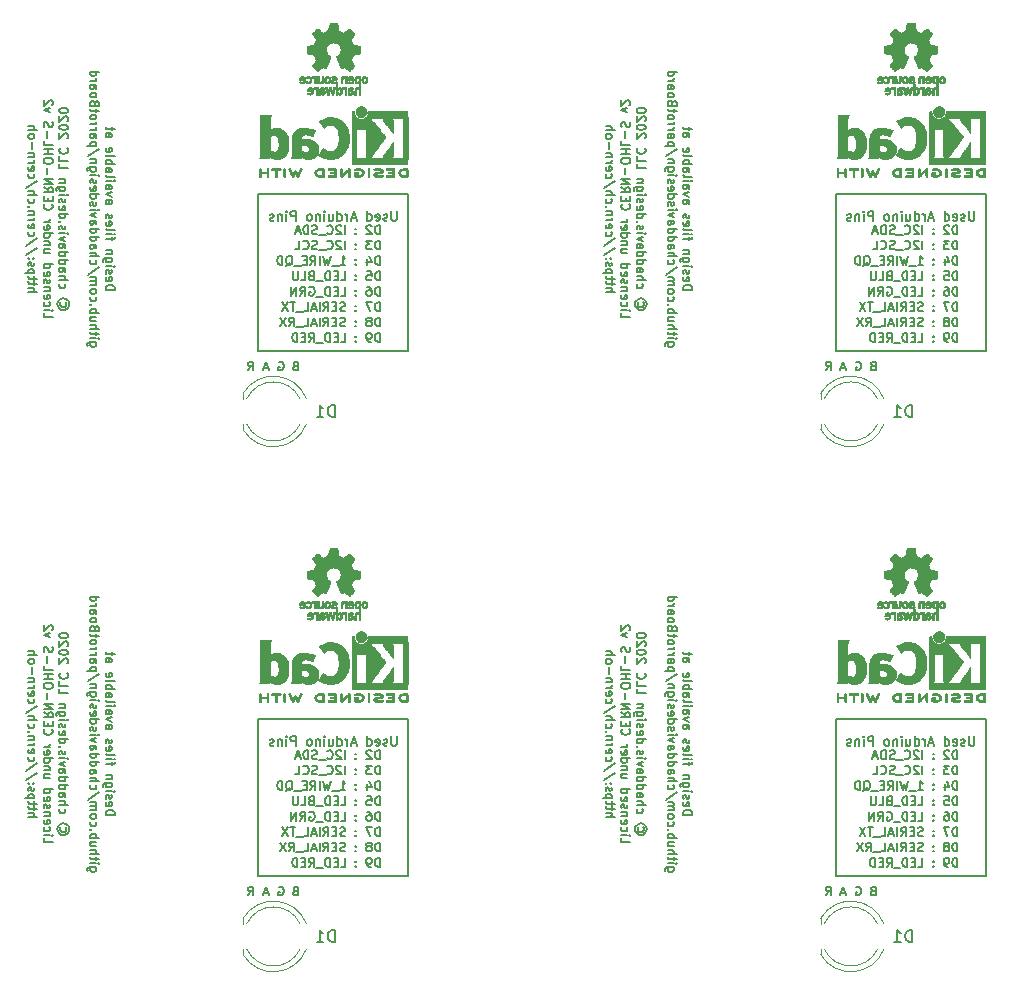
<source format=gbr>
G04 #@! TF.GenerationSoftware,KiCad,Pcbnew,5.0.2-bee76a0~70~ubuntu18.04.1*
G04 #@! TF.CreationDate,2020-04-02T20:28:14-04:00*
G04 #@! TF.ProjectId,output.panel,6f757470-7574-42e7-9061-6e656c2e6b69,rev?*
G04 #@! TF.SameCoordinates,Original*
G04 #@! TF.FileFunction,Legend,Bot*
G04 #@! TF.FilePolarity,Positive*
%FSLAX46Y46*%
G04 Gerber Fmt 4.6, Leading zero omitted, Abs format (unit mm)*
G04 Created by KiCad (PCBNEW 5.0.2-bee76a0~70~ubuntu18.04.1) date Thu 02 Apr 2020 08:28:14 PM EDT*
%MOMM*%
%LPD*%
G01*
G04 APERTURE LIST*
%ADD10C,0.187500*%
%ADD11C,0.180000*%
%ADD12C,0.200000*%
%ADD13C,0.150000*%
%ADD14C,0.010000*%
%ADD15C,0.120000*%
G04 APERTURE END LIST*
D10*
X98081428Y-103066904D02*
X98081428Y-103714523D01*
X98043333Y-103790714D01*
X98005238Y-103828809D01*
X97929047Y-103866904D01*
X97776666Y-103866904D01*
X97700476Y-103828809D01*
X97662380Y-103790714D01*
X97624285Y-103714523D01*
X97624285Y-103066904D01*
X97281428Y-103828809D02*
X97205238Y-103866904D01*
X97052857Y-103866904D01*
X96976666Y-103828809D01*
X96938571Y-103752619D01*
X96938571Y-103714523D01*
X96976666Y-103638333D01*
X97052857Y-103600238D01*
X97167142Y-103600238D01*
X97243333Y-103562142D01*
X97281428Y-103485952D01*
X97281428Y-103447857D01*
X97243333Y-103371666D01*
X97167142Y-103333571D01*
X97052857Y-103333571D01*
X96976666Y-103371666D01*
X96290952Y-103828809D02*
X96367142Y-103866904D01*
X96519523Y-103866904D01*
X96595714Y-103828809D01*
X96633809Y-103752619D01*
X96633809Y-103447857D01*
X96595714Y-103371666D01*
X96519523Y-103333571D01*
X96367142Y-103333571D01*
X96290952Y-103371666D01*
X96252857Y-103447857D01*
X96252857Y-103524047D01*
X96633809Y-103600238D01*
X95567142Y-103866904D02*
X95567142Y-103066904D01*
X95567142Y-103828809D02*
X95643333Y-103866904D01*
X95795714Y-103866904D01*
X95871904Y-103828809D01*
X95910000Y-103790714D01*
X95948095Y-103714523D01*
X95948095Y-103485952D01*
X95910000Y-103409761D01*
X95871904Y-103371666D01*
X95795714Y-103333571D01*
X95643333Y-103333571D01*
X95567142Y-103371666D01*
X94614761Y-103638333D02*
X94233809Y-103638333D01*
X94690952Y-103866904D02*
X94424285Y-103066904D01*
X94157619Y-103866904D01*
X93890952Y-103866904D02*
X93890952Y-103333571D01*
X93890952Y-103485952D02*
X93852857Y-103409761D01*
X93814761Y-103371666D01*
X93738571Y-103333571D01*
X93662380Y-103333571D01*
X93052857Y-103866904D02*
X93052857Y-103066904D01*
X93052857Y-103828809D02*
X93129047Y-103866904D01*
X93281428Y-103866904D01*
X93357619Y-103828809D01*
X93395714Y-103790714D01*
X93433809Y-103714523D01*
X93433809Y-103485952D01*
X93395714Y-103409761D01*
X93357619Y-103371666D01*
X93281428Y-103333571D01*
X93129047Y-103333571D01*
X93052857Y-103371666D01*
X92329047Y-103333571D02*
X92329047Y-103866904D01*
X92671904Y-103333571D02*
X92671904Y-103752619D01*
X92633809Y-103828809D01*
X92557619Y-103866904D01*
X92443333Y-103866904D01*
X92367142Y-103828809D01*
X92329047Y-103790714D01*
X91948095Y-103866904D02*
X91948095Y-103333571D01*
X91948095Y-103066904D02*
X91986190Y-103105000D01*
X91948095Y-103143095D01*
X91910000Y-103105000D01*
X91948095Y-103066904D01*
X91948095Y-103143095D01*
X91567142Y-103333571D02*
X91567142Y-103866904D01*
X91567142Y-103409761D02*
X91529047Y-103371666D01*
X91452857Y-103333571D01*
X91338571Y-103333571D01*
X91262380Y-103371666D01*
X91224285Y-103447857D01*
X91224285Y-103866904D01*
X90729047Y-103866904D02*
X90805238Y-103828809D01*
X90843333Y-103790714D01*
X90881428Y-103714523D01*
X90881428Y-103485952D01*
X90843333Y-103409761D01*
X90805238Y-103371666D01*
X90729047Y-103333571D01*
X90614761Y-103333571D01*
X90538571Y-103371666D01*
X90500476Y-103409761D01*
X90462380Y-103485952D01*
X90462380Y-103714523D01*
X90500476Y-103790714D01*
X90538571Y-103828809D01*
X90614761Y-103866904D01*
X90729047Y-103866904D01*
X89510000Y-103866904D02*
X89510000Y-103066904D01*
X89205238Y-103066904D01*
X89129047Y-103105000D01*
X89090952Y-103143095D01*
X89052857Y-103219285D01*
X89052857Y-103333571D01*
X89090952Y-103409761D01*
X89129047Y-103447857D01*
X89205238Y-103485952D01*
X89510000Y-103485952D01*
X88710000Y-103866904D02*
X88710000Y-103333571D01*
X88710000Y-103066904D02*
X88748095Y-103105000D01*
X88710000Y-103143095D01*
X88671904Y-103105000D01*
X88710000Y-103066904D01*
X88710000Y-103143095D01*
X88329047Y-103333571D02*
X88329047Y-103866904D01*
X88329047Y-103409761D02*
X88290952Y-103371666D01*
X88214761Y-103333571D01*
X88100476Y-103333571D01*
X88024285Y-103371666D01*
X87986190Y-103447857D01*
X87986190Y-103866904D01*
X87643333Y-103828809D02*
X87567142Y-103866904D01*
X87414761Y-103866904D01*
X87338571Y-103828809D01*
X87300476Y-103752619D01*
X87300476Y-103714523D01*
X87338571Y-103638333D01*
X87414761Y-103600238D01*
X87529047Y-103600238D01*
X87605238Y-103562142D01*
X87643333Y-103485952D01*
X87643333Y-103447857D01*
X87605238Y-103371666D01*
X87529047Y-103333571D01*
X87414761Y-103333571D01*
X87338571Y-103371666D01*
D11*
X94615000Y-104920357D02*
X94579285Y-104956071D01*
X94615000Y-104991785D01*
X94650714Y-104956071D01*
X94615000Y-104920357D01*
X94615000Y-104991785D01*
X94615000Y-104527500D02*
X94579285Y-104563214D01*
X94615000Y-104598928D01*
X94650714Y-104563214D01*
X94615000Y-104527500D01*
X94615000Y-104598928D01*
X94615000Y-106225357D02*
X94579285Y-106261071D01*
X94615000Y-106296785D01*
X94650714Y-106261071D01*
X94615000Y-106225357D01*
X94615000Y-106296785D01*
X94615000Y-105832500D02*
X94579285Y-105868214D01*
X94615000Y-105903928D01*
X94650714Y-105868214D01*
X94615000Y-105832500D01*
X94615000Y-105903928D01*
X94615000Y-107530357D02*
X94579285Y-107566071D01*
X94615000Y-107601785D01*
X94650714Y-107566071D01*
X94615000Y-107530357D01*
X94615000Y-107601785D01*
X94615000Y-107137500D02*
X94579285Y-107173214D01*
X94615000Y-107208928D01*
X94650714Y-107173214D01*
X94615000Y-107137500D01*
X94615000Y-107208928D01*
X94615000Y-108835357D02*
X94579285Y-108871071D01*
X94615000Y-108906785D01*
X94650714Y-108871071D01*
X94615000Y-108835357D01*
X94615000Y-108906785D01*
X94615000Y-108442500D02*
X94579285Y-108478214D01*
X94615000Y-108513928D01*
X94650714Y-108478214D01*
X94615000Y-108442500D01*
X94615000Y-108513928D01*
X94615000Y-110140357D02*
X94579285Y-110176071D01*
X94615000Y-110211785D01*
X94650714Y-110176071D01*
X94615000Y-110140357D01*
X94615000Y-110211785D01*
X94615000Y-109747500D02*
X94579285Y-109783214D01*
X94615000Y-109818928D01*
X94650714Y-109783214D01*
X94615000Y-109747500D01*
X94615000Y-109818928D01*
X94615000Y-111445357D02*
X94579285Y-111481071D01*
X94615000Y-111516785D01*
X94650714Y-111481071D01*
X94615000Y-111445357D01*
X94615000Y-111516785D01*
X94615000Y-111052500D02*
X94579285Y-111088214D01*
X94615000Y-111123928D01*
X94650714Y-111088214D01*
X94615000Y-111052500D01*
X94615000Y-111123928D01*
X94615000Y-112750357D02*
X94579285Y-112786071D01*
X94615000Y-112821785D01*
X94650714Y-112786071D01*
X94615000Y-112750357D01*
X94615000Y-112821785D01*
X94615000Y-112357500D02*
X94579285Y-112393214D01*
X94615000Y-112428928D01*
X94650714Y-112393214D01*
X94615000Y-112357500D01*
X94615000Y-112428928D01*
X94615000Y-114055357D02*
X94579285Y-114091071D01*
X94615000Y-114126785D01*
X94650714Y-114091071D01*
X94615000Y-114055357D01*
X94615000Y-114126785D01*
X94615000Y-113662500D02*
X94579285Y-113698214D01*
X94615000Y-113733928D01*
X94650714Y-113698214D01*
X94615000Y-113662500D01*
X94615000Y-113733928D01*
D12*
X37465000Y-101600000D02*
X37465000Y-114935000D01*
D10*
X49186428Y-103066904D02*
X49186428Y-103714523D01*
X49148333Y-103790714D01*
X49110238Y-103828809D01*
X49034047Y-103866904D01*
X48881666Y-103866904D01*
X48805476Y-103828809D01*
X48767380Y-103790714D01*
X48729285Y-103714523D01*
X48729285Y-103066904D01*
X48386428Y-103828809D02*
X48310238Y-103866904D01*
X48157857Y-103866904D01*
X48081666Y-103828809D01*
X48043571Y-103752619D01*
X48043571Y-103714523D01*
X48081666Y-103638333D01*
X48157857Y-103600238D01*
X48272142Y-103600238D01*
X48348333Y-103562142D01*
X48386428Y-103485952D01*
X48386428Y-103447857D01*
X48348333Y-103371666D01*
X48272142Y-103333571D01*
X48157857Y-103333571D01*
X48081666Y-103371666D01*
X47395952Y-103828809D02*
X47472142Y-103866904D01*
X47624523Y-103866904D01*
X47700714Y-103828809D01*
X47738809Y-103752619D01*
X47738809Y-103447857D01*
X47700714Y-103371666D01*
X47624523Y-103333571D01*
X47472142Y-103333571D01*
X47395952Y-103371666D01*
X47357857Y-103447857D01*
X47357857Y-103524047D01*
X47738809Y-103600238D01*
X46672142Y-103866904D02*
X46672142Y-103066904D01*
X46672142Y-103828809D02*
X46748333Y-103866904D01*
X46900714Y-103866904D01*
X46976904Y-103828809D01*
X47015000Y-103790714D01*
X47053095Y-103714523D01*
X47053095Y-103485952D01*
X47015000Y-103409761D01*
X46976904Y-103371666D01*
X46900714Y-103333571D01*
X46748333Y-103333571D01*
X46672142Y-103371666D01*
X45719761Y-103638333D02*
X45338809Y-103638333D01*
X45795952Y-103866904D02*
X45529285Y-103066904D01*
X45262619Y-103866904D01*
X44995952Y-103866904D02*
X44995952Y-103333571D01*
X44995952Y-103485952D02*
X44957857Y-103409761D01*
X44919761Y-103371666D01*
X44843571Y-103333571D01*
X44767380Y-103333571D01*
X44157857Y-103866904D02*
X44157857Y-103066904D01*
X44157857Y-103828809D02*
X44234047Y-103866904D01*
X44386428Y-103866904D01*
X44462619Y-103828809D01*
X44500714Y-103790714D01*
X44538809Y-103714523D01*
X44538809Y-103485952D01*
X44500714Y-103409761D01*
X44462619Y-103371666D01*
X44386428Y-103333571D01*
X44234047Y-103333571D01*
X44157857Y-103371666D01*
X43434047Y-103333571D02*
X43434047Y-103866904D01*
X43776904Y-103333571D02*
X43776904Y-103752619D01*
X43738809Y-103828809D01*
X43662619Y-103866904D01*
X43548333Y-103866904D01*
X43472142Y-103828809D01*
X43434047Y-103790714D01*
X43053095Y-103866904D02*
X43053095Y-103333571D01*
X43053095Y-103066904D02*
X43091190Y-103105000D01*
X43053095Y-103143095D01*
X43015000Y-103105000D01*
X43053095Y-103066904D01*
X43053095Y-103143095D01*
X42672142Y-103333571D02*
X42672142Y-103866904D01*
X42672142Y-103409761D02*
X42634047Y-103371666D01*
X42557857Y-103333571D01*
X42443571Y-103333571D01*
X42367380Y-103371666D01*
X42329285Y-103447857D01*
X42329285Y-103866904D01*
X41834047Y-103866904D02*
X41910238Y-103828809D01*
X41948333Y-103790714D01*
X41986428Y-103714523D01*
X41986428Y-103485952D01*
X41948333Y-103409761D01*
X41910238Y-103371666D01*
X41834047Y-103333571D01*
X41719761Y-103333571D01*
X41643571Y-103371666D01*
X41605476Y-103409761D01*
X41567380Y-103485952D01*
X41567380Y-103714523D01*
X41605476Y-103790714D01*
X41643571Y-103828809D01*
X41719761Y-103866904D01*
X41834047Y-103866904D01*
X40615000Y-103866904D02*
X40615000Y-103066904D01*
X40310238Y-103066904D01*
X40234047Y-103105000D01*
X40195952Y-103143095D01*
X40157857Y-103219285D01*
X40157857Y-103333571D01*
X40195952Y-103409761D01*
X40234047Y-103447857D01*
X40310238Y-103485952D01*
X40615000Y-103485952D01*
X39815000Y-103866904D02*
X39815000Y-103333571D01*
X39815000Y-103066904D02*
X39853095Y-103105000D01*
X39815000Y-103143095D01*
X39776904Y-103105000D01*
X39815000Y-103066904D01*
X39815000Y-103143095D01*
X39434047Y-103333571D02*
X39434047Y-103866904D01*
X39434047Y-103409761D02*
X39395952Y-103371666D01*
X39319761Y-103333571D01*
X39205476Y-103333571D01*
X39129285Y-103371666D01*
X39091190Y-103447857D01*
X39091190Y-103866904D01*
X38748333Y-103828809D02*
X38672142Y-103866904D01*
X38519761Y-103866904D01*
X38443571Y-103828809D01*
X38405476Y-103752619D01*
X38405476Y-103714523D01*
X38443571Y-103638333D01*
X38519761Y-103600238D01*
X38634047Y-103600238D01*
X38710238Y-103562142D01*
X38748333Y-103485952D01*
X38748333Y-103447857D01*
X38710238Y-103371666D01*
X38634047Y-103333571D01*
X38519761Y-103333571D01*
X38443571Y-103371666D01*
D12*
X37465000Y-114935000D02*
X50165000Y-114935000D01*
X50165000Y-114935000D02*
X50165000Y-101600000D01*
D13*
X85492857Y-116544285D02*
X85742857Y-116187142D01*
X85921428Y-116544285D02*
X85921428Y-115794285D01*
X85635714Y-115794285D01*
X85564285Y-115830000D01*
X85528571Y-115865714D01*
X85492857Y-115937142D01*
X85492857Y-116044285D01*
X85528571Y-116115714D01*
X85564285Y-116151428D01*
X85635714Y-116187142D01*
X85921428Y-116187142D01*
X88068571Y-115830000D02*
X88140000Y-115794285D01*
X88247142Y-115794285D01*
X88354285Y-115830000D01*
X88425714Y-115901428D01*
X88461428Y-115972857D01*
X88497142Y-116115714D01*
X88497142Y-116222857D01*
X88461428Y-116365714D01*
X88425714Y-116437142D01*
X88354285Y-116508571D01*
X88247142Y-116544285D01*
X88175714Y-116544285D01*
X88068571Y-116508571D01*
X88032857Y-116472857D01*
X88032857Y-116222857D01*
X88175714Y-116222857D01*
D11*
X96652714Y-104991785D02*
X96652714Y-104241785D01*
X96474142Y-104241785D01*
X96367000Y-104277500D01*
X96295571Y-104348928D01*
X96259857Y-104420357D01*
X96224142Y-104563214D01*
X96224142Y-104670357D01*
X96259857Y-104813214D01*
X96295571Y-104884642D01*
X96367000Y-104956071D01*
X96474142Y-104991785D01*
X96652714Y-104991785D01*
X95938428Y-104313214D02*
X95902714Y-104277500D01*
X95831285Y-104241785D01*
X95652714Y-104241785D01*
X95581285Y-104277500D01*
X95545571Y-104313214D01*
X95509857Y-104384642D01*
X95509857Y-104456071D01*
X95545571Y-104563214D01*
X95974142Y-104991785D01*
X95509857Y-104991785D01*
X96652714Y-106296785D02*
X96652714Y-105546785D01*
X96474142Y-105546785D01*
X96367000Y-105582500D01*
X96295571Y-105653928D01*
X96259857Y-105725357D01*
X96224142Y-105868214D01*
X96224142Y-105975357D01*
X96259857Y-106118214D01*
X96295571Y-106189642D01*
X96367000Y-106261071D01*
X96474142Y-106296785D01*
X96652714Y-106296785D01*
X95974142Y-105546785D02*
X95509857Y-105546785D01*
X95759857Y-105832500D01*
X95652714Y-105832500D01*
X95581285Y-105868214D01*
X95545571Y-105903928D01*
X95509857Y-105975357D01*
X95509857Y-106153928D01*
X95545571Y-106225357D01*
X95581285Y-106261071D01*
X95652714Y-106296785D01*
X95867000Y-106296785D01*
X95938428Y-106261071D01*
X95974142Y-106225357D01*
X96652714Y-107601785D02*
X96652714Y-106851785D01*
X96474142Y-106851785D01*
X96367000Y-106887500D01*
X96295571Y-106958928D01*
X96259857Y-107030357D01*
X96224142Y-107173214D01*
X96224142Y-107280357D01*
X96259857Y-107423214D01*
X96295571Y-107494642D01*
X96367000Y-107566071D01*
X96474142Y-107601785D01*
X96652714Y-107601785D01*
X95581285Y-107101785D02*
X95581285Y-107601785D01*
X95759857Y-106816071D02*
X95938428Y-107351785D01*
X95474142Y-107351785D01*
X96652714Y-108906785D02*
X96652714Y-108156785D01*
X96474142Y-108156785D01*
X96367000Y-108192500D01*
X96295571Y-108263928D01*
X96259857Y-108335357D01*
X96224142Y-108478214D01*
X96224142Y-108585357D01*
X96259857Y-108728214D01*
X96295571Y-108799642D01*
X96367000Y-108871071D01*
X96474142Y-108906785D01*
X96652714Y-108906785D01*
X95545571Y-108156785D02*
X95902714Y-108156785D01*
X95938428Y-108513928D01*
X95902714Y-108478214D01*
X95831285Y-108442500D01*
X95652714Y-108442500D01*
X95581285Y-108478214D01*
X95545571Y-108513928D01*
X95509857Y-108585357D01*
X95509857Y-108763928D01*
X95545571Y-108835357D01*
X95581285Y-108871071D01*
X95652714Y-108906785D01*
X95831285Y-108906785D01*
X95902714Y-108871071D01*
X95938428Y-108835357D01*
X96652714Y-110211785D02*
X96652714Y-109461785D01*
X96474142Y-109461785D01*
X96367000Y-109497500D01*
X96295571Y-109568928D01*
X96259857Y-109640357D01*
X96224142Y-109783214D01*
X96224142Y-109890357D01*
X96259857Y-110033214D01*
X96295571Y-110104642D01*
X96367000Y-110176071D01*
X96474142Y-110211785D01*
X96652714Y-110211785D01*
X95581285Y-109461785D02*
X95724142Y-109461785D01*
X95795571Y-109497500D01*
X95831285Y-109533214D01*
X95902714Y-109640357D01*
X95938428Y-109783214D01*
X95938428Y-110068928D01*
X95902714Y-110140357D01*
X95867000Y-110176071D01*
X95795571Y-110211785D01*
X95652714Y-110211785D01*
X95581285Y-110176071D01*
X95545571Y-110140357D01*
X95509857Y-110068928D01*
X95509857Y-109890357D01*
X95545571Y-109818928D01*
X95581285Y-109783214D01*
X95652714Y-109747500D01*
X95795571Y-109747500D01*
X95867000Y-109783214D01*
X95902714Y-109818928D01*
X95938428Y-109890357D01*
X96652714Y-111516785D02*
X96652714Y-110766785D01*
X96474142Y-110766785D01*
X96367000Y-110802500D01*
X96295571Y-110873928D01*
X96259857Y-110945357D01*
X96224142Y-111088214D01*
X96224142Y-111195357D01*
X96259857Y-111338214D01*
X96295571Y-111409642D01*
X96367000Y-111481071D01*
X96474142Y-111516785D01*
X96652714Y-111516785D01*
X95974142Y-110766785D02*
X95474142Y-110766785D01*
X95795571Y-111516785D01*
X96652714Y-112821785D02*
X96652714Y-112071785D01*
X96474142Y-112071785D01*
X96367000Y-112107500D01*
X96295571Y-112178928D01*
X96259857Y-112250357D01*
X96224142Y-112393214D01*
X96224142Y-112500357D01*
X96259857Y-112643214D01*
X96295571Y-112714642D01*
X96367000Y-112786071D01*
X96474142Y-112821785D01*
X96652714Y-112821785D01*
X95795571Y-112393214D02*
X95867000Y-112357500D01*
X95902714Y-112321785D01*
X95938428Y-112250357D01*
X95938428Y-112214642D01*
X95902714Y-112143214D01*
X95867000Y-112107500D01*
X95795571Y-112071785D01*
X95652714Y-112071785D01*
X95581285Y-112107500D01*
X95545571Y-112143214D01*
X95509857Y-112214642D01*
X95509857Y-112250357D01*
X95545571Y-112321785D01*
X95581285Y-112357500D01*
X95652714Y-112393214D01*
X95795571Y-112393214D01*
X95867000Y-112428928D01*
X95902714Y-112464642D01*
X95938428Y-112536071D01*
X95938428Y-112678928D01*
X95902714Y-112750357D01*
X95867000Y-112786071D01*
X95795571Y-112821785D01*
X95652714Y-112821785D01*
X95581285Y-112786071D01*
X95545571Y-112750357D01*
X95509857Y-112678928D01*
X95509857Y-112536071D01*
X95545571Y-112464642D01*
X95581285Y-112428928D01*
X95652714Y-112393214D01*
X96652714Y-114126785D02*
X96652714Y-113376785D01*
X96474142Y-113376785D01*
X96367000Y-113412500D01*
X96295571Y-113483928D01*
X96259857Y-113555357D01*
X96224142Y-113698214D01*
X96224142Y-113805357D01*
X96259857Y-113948214D01*
X96295571Y-114019642D01*
X96367000Y-114091071D01*
X96474142Y-114126785D01*
X96652714Y-114126785D01*
X95867000Y-114126785D02*
X95724142Y-114126785D01*
X95652714Y-114091071D01*
X95617000Y-114055357D01*
X95545571Y-113948214D01*
X95509857Y-113805357D01*
X95509857Y-113519642D01*
X95545571Y-113448214D01*
X95581285Y-113412500D01*
X95652714Y-113376785D01*
X95795571Y-113376785D01*
X95867000Y-113412500D01*
X95902714Y-113448214D01*
X95938428Y-113519642D01*
X95938428Y-113698214D01*
X95902714Y-113769642D01*
X95867000Y-113805357D01*
X95795571Y-113841071D01*
X95652714Y-113841071D01*
X95581285Y-113805357D01*
X95545571Y-113769642D01*
X95509857Y-113698214D01*
D12*
X86360000Y-101600000D02*
X86360000Y-114935000D01*
X99060000Y-101600000D02*
X86360000Y-101600000D01*
X86360000Y-114935000D02*
X99060000Y-114935000D01*
D10*
X24531964Y-109709285D02*
X25281964Y-109709285D01*
X25281964Y-109530714D01*
X25246250Y-109423571D01*
X25174821Y-109352142D01*
X25103392Y-109316428D01*
X24960535Y-109280714D01*
X24853392Y-109280714D01*
X24710535Y-109316428D01*
X24639107Y-109352142D01*
X24567678Y-109423571D01*
X24531964Y-109530714D01*
X24531964Y-109709285D01*
X24567678Y-108673571D02*
X24531964Y-108745000D01*
X24531964Y-108887857D01*
X24567678Y-108959285D01*
X24639107Y-108995000D01*
X24924821Y-108995000D01*
X24996250Y-108959285D01*
X25031964Y-108887857D01*
X25031964Y-108745000D01*
X24996250Y-108673571D01*
X24924821Y-108637857D01*
X24853392Y-108637857D01*
X24781964Y-108995000D01*
X24567678Y-108352142D02*
X24531964Y-108280714D01*
X24531964Y-108137857D01*
X24567678Y-108066428D01*
X24639107Y-108030714D01*
X24674821Y-108030714D01*
X24746250Y-108066428D01*
X24781964Y-108137857D01*
X24781964Y-108245000D01*
X24817678Y-108316428D01*
X24889107Y-108352142D01*
X24924821Y-108352142D01*
X24996250Y-108316428D01*
X25031964Y-108245000D01*
X25031964Y-108137857D01*
X24996250Y-108066428D01*
X24531964Y-107709285D02*
X25031964Y-107709285D01*
X25281964Y-107709285D02*
X25246250Y-107745000D01*
X25210535Y-107709285D01*
X25246250Y-107673571D01*
X25281964Y-107709285D01*
X25210535Y-107709285D01*
X25031964Y-107030714D02*
X24424821Y-107030714D01*
X24353392Y-107066428D01*
X24317678Y-107102142D01*
X24281964Y-107173571D01*
X24281964Y-107280714D01*
X24317678Y-107352142D01*
X24567678Y-107030714D02*
X24531964Y-107102142D01*
X24531964Y-107245000D01*
X24567678Y-107316428D01*
X24603392Y-107352142D01*
X24674821Y-107387857D01*
X24889107Y-107387857D01*
X24960535Y-107352142D01*
X24996250Y-107316428D01*
X25031964Y-107245000D01*
X25031964Y-107102142D01*
X24996250Y-107030714D01*
X25031964Y-106673571D02*
X24531964Y-106673571D01*
X24960535Y-106673571D02*
X24996250Y-106637857D01*
X25031964Y-106566428D01*
X25031964Y-106459285D01*
X24996250Y-106387857D01*
X24924821Y-106352142D01*
X24531964Y-106352142D01*
X25031964Y-105530714D02*
X25031964Y-105245000D01*
X24531964Y-105423571D02*
X25174821Y-105423571D01*
X25246250Y-105387857D01*
X25281964Y-105316428D01*
X25281964Y-105245000D01*
X24531964Y-104995000D02*
X25031964Y-104995000D01*
X25281964Y-104995000D02*
X25246250Y-105030714D01*
X25210535Y-104995000D01*
X25246250Y-104959285D01*
X25281964Y-104995000D01*
X25210535Y-104995000D01*
X24531964Y-104530714D02*
X24567678Y-104602142D01*
X24639107Y-104637857D01*
X25281964Y-104637857D01*
X24567678Y-103959285D02*
X24531964Y-104030714D01*
X24531964Y-104173571D01*
X24567678Y-104245000D01*
X24639107Y-104280714D01*
X24924821Y-104280714D01*
X24996250Y-104245000D01*
X25031964Y-104173571D01*
X25031964Y-104030714D01*
X24996250Y-103959285D01*
X24924821Y-103923571D01*
X24853392Y-103923571D01*
X24781964Y-104280714D01*
X24567678Y-103637857D02*
X24531964Y-103566428D01*
X24531964Y-103423571D01*
X24567678Y-103352142D01*
X24639107Y-103316428D01*
X24674821Y-103316428D01*
X24746250Y-103352142D01*
X24781964Y-103423571D01*
X24781964Y-103530714D01*
X24817678Y-103602142D01*
X24889107Y-103637857D01*
X24924821Y-103637857D01*
X24996250Y-103602142D01*
X25031964Y-103530714D01*
X25031964Y-103423571D01*
X24996250Y-103352142D01*
X24531964Y-102102142D02*
X24924821Y-102102142D01*
X24996250Y-102137857D01*
X25031964Y-102209285D01*
X25031964Y-102352142D01*
X24996250Y-102423571D01*
X24567678Y-102102142D02*
X24531964Y-102173571D01*
X24531964Y-102352142D01*
X24567678Y-102423571D01*
X24639107Y-102459285D01*
X24710535Y-102459285D01*
X24781964Y-102423571D01*
X24817678Y-102352142D01*
X24817678Y-102173571D01*
X24853392Y-102102142D01*
X25031964Y-101816428D02*
X24531964Y-101637857D01*
X25031964Y-101459285D01*
X24531964Y-100852142D02*
X24924821Y-100852142D01*
X24996250Y-100887857D01*
X25031964Y-100959285D01*
X25031964Y-101102142D01*
X24996250Y-101173571D01*
X24567678Y-100852142D02*
X24531964Y-100923571D01*
X24531964Y-101102142D01*
X24567678Y-101173571D01*
X24639107Y-101209285D01*
X24710535Y-101209285D01*
X24781964Y-101173571D01*
X24817678Y-101102142D01*
X24817678Y-100923571D01*
X24853392Y-100852142D01*
X24531964Y-100495000D02*
X25031964Y-100495000D01*
X25281964Y-100495000D02*
X25246250Y-100530714D01*
X25210535Y-100495000D01*
X25246250Y-100459285D01*
X25281964Y-100495000D01*
X25210535Y-100495000D01*
X24531964Y-100030714D02*
X24567678Y-100102142D01*
X24639107Y-100137857D01*
X25281964Y-100137857D01*
X24531964Y-99423571D02*
X24924821Y-99423571D01*
X24996250Y-99459285D01*
X25031964Y-99530714D01*
X25031964Y-99673571D01*
X24996250Y-99745000D01*
X24567678Y-99423571D02*
X24531964Y-99495000D01*
X24531964Y-99673571D01*
X24567678Y-99745000D01*
X24639107Y-99780714D01*
X24710535Y-99780714D01*
X24781964Y-99745000D01*
X24817678Y-99673571D01*
X24817678Y-99495000D01*
X24853392Y-99423571D01*
X24531964Y-99066428D02*
X25281964Y-99066428D01*
X24996250Y-99066428D02*
X25031964Y-98995000D01*
X25031964Y-98852142D01*
X24996250Y-98780714D01*
X24960535Y-98745000D01*
X24889107Y-98709285D01*
X24674821Y-98709285D01*
X24603392Y-98745000D01*
X24567678Y-98780714D01*
X24531964Y-98852142D01*
X24531964Y-98995000D01*
X24567678Y-99066428D01*
X24531964Y-98280714D02*
X24567678Y-98352142D01*
X24639107Y-98387857D01*
X25281964Y-98387857D01*
X24567678Y-97709285D02*
X24531964Y-97780714D01*
X24531964Y-97923571D01*
X24567678Y-97995000D01*
X24639107Y-98030714D01*
X24924821Y-98030714D01*
X24996250Y-97995000D01*
X25031964Y-97923571D01*
X25031964Y-97780714D01*
X24996250Y-97709285D01*
X24924821Y-97673571D01*
X24853392Y-97673571D01*
X24781964Y-98030714D01*
X24531964Y-96459285D02*
X24924821Y-96459285D01*
X24996250Y-96495000D01*
X25031964Y-96566428D01*
X25031964Y-96709285D01*
X24996250Y-96780714D01*
X24567678Y-96459285D02*
X24531964Y-96530714D01*
X24531964Y-96709285D01*
X24567678Y-96780714D01*
X24639107Y-96816428D01*
X24710535Y-96816428D01*
X24781964Y-96780714D01*
X24817678Y-96709285D01*
X24817678Y-96530714D01*
X24853392Y-96459285D01*
X25031964Y-96209285D02*
X25031964Y-95923571D01*
X25281964Y-96102142D02*
X24639107Y-96102142D01*
X24567678Y-96066428D01*
X24531964Y-95995000D01*
X24531964Y-95923571D01*
X23719464Y-114173571D02*
X23112321Y-114173571D01*
X23040892Y-114209285D01*
X23005178Y-114245000D01*
X22969464Y-114316428D01*
X22969464Y-114423571D01*
X23005178Y-114495000D01*
X23255178Y-114173571D02*
X23219464Y-114245000D01*
X23219464Y-114387857D01*
X23255178Y-114459285D01*
X23290892Y-114495000D01*
X23362321Y-114530714D01*
X23576607Y-114530714D01*
X23648035Y-114495000D01*
X23683749Y-114459285D01*
X23719464Y-114387857D01*
X23719464Y-114245000D01*
X23683749Y-114173571D01*
X23219464Y-113816428D02*
X23719464Y-113816428D01*
X23969464Y-113816428D02*
X23933749Y-113852142D01*
X23898035Y-113816428D01*
X23933749Y-113780714D01*
X23969464Y-113816428D01*
X23898035Y-113816428D01*
X23719464Y-113566428D02*
X23719464Y-113280714D01*
X23969464Y-113459285D02*
X23326607Y-113459285D01*
X23255178Y-113423571D01*
X23219464Y-113352142D01*
X23219464Y-113280714D01*
X23219464Y-113030714D02*
X23969464Y-113030714D01*
X23219464Y-112709285D02*
X23612321Y-112709285D01*
X23683750Y-112745000D01*
X23719464Y-112816428D01*
X23719464Y-112923571D01*
X23683750Y-112995000D01*
X23648035Y-113030714D01*
X23719464Y-112030714D02*
X23219464Y-112030714D01*
X23719464Y-112352142D02*
X23326607Y-112352142D01*
X23255178Y-112316428D01*
X23219464Y-112245000D01*
X23219464Y-112137857D01*
X23255178Y-112066428D01*
X23290892Y-112030714D01*
X23219464Y-111673571D02*
X23969464Y-111673571D01*
X23683750Y-111673571D02*
X23719464Y-111602142D01*
X23719464Y-111459285D01*
X23683750Y-111387857D01*
X23648035Y-111352142D01*
X23576607Y-111316428D01*
X23362321Y-111316428D01*
X23290892Y-111352142D01*
X23255178Y-111387857D01*
X23219464Y-111459285D01*
X23219464Y-111602142D01*
X23255178Y-111673571D01*
X23290892Y-110995000D02*
X23255178Y-110959285D01*
X23219464Y-110995000D01*
X23255178Y-111030714D01*
X23290892Y-110995000D01*
X23219464Y-110995000D01*
X23255178Y-110316428D02*
X23219464Y-110387857D01*
X23219464Y-110530714D01*
X23255178Y-110602142D01*
X23290892Y-110637857D01*
X23362321Y-110673571D01*
X23576607Y-110673571D01*
X23648035Y-110637857D01*
X23683750Y-110602142D01*
X23719464Y-110530714D01*
X23719464Y-110387857D01*
X23683750Y-110316428D01*
X23219464Y-109887857D02*
X23255178Y-109959285D01*
X23290892Y-109995000D01*
X23362321Y-110030714D01*
X23576607Y-110030714D01*
X23648035Y-109995000D01*
X23683750Y-109959285D01*
X23719464Y-109887857D01*
X23719464Y-109780714D01*
X23683750Y-109709285D01*
X23648035Y-109673571D01*
X23576607Y-109637857D01*
X23362321Y-109637857D01*
X23290892Y-109673571D01*
X23255178Y-109709285D01*
X23219464Y-109780714D01*
X23219464Y-109887857D01*
X23219464Y-109316428D02*
X23719464Y-109316428D01*
X23648035Y-109316428D02*
X23683750Y-109280714D01*
X23719464Y-109209285D01*
X23719464Y-109102142D01*
X23683750Y-109030714D01*
X23612321Y-108995000D01*
X23219464Y-108995000D01*
X23612321Y-108995000D02*
X23683750Y-108959285D01*
X23719464Y-108887857D01*
X23719464Y-108780714D01*
X23683750Y-108709285D01*
X23612321Y-108673571D01*
X23219464Y-108673571D01*
X24005178Y-107780714D02*
X23040892Y-108423571D01*
X23255178Y-107209285D02*
X23219464Y-107280714D01*
X23219464Y-107423571D01*
X23255178Y-107495000D01*
X23290892Y-107530714D01*
X23362321Y-107566428D01*
X23576607Y-107566428D01*
X23648035Y-107530714D01*
X23683750Y-107495000D01*
X23719464Y-107423571D01*
X23719464Y-107280714D01*
X23683750Y-107209285D01*
X23219464Y-106887857D02*
X23969464Y-106887857D01*
X23219464Y-106566428D02*
X23612321Y-106566428D01*
X23683750Y-106602142D01*
X23719464Y-106673571D01*
X23719464Y-106780714D01*
X23683750Y-106852142D01*
X23648035Y-106887857D01*
X23219464Y-105887857D02*
X23612321Y-105887857D01*
X23683750Y-105923571D01*
X23719464Y-105995000D01*
X23719464Y-106137857D01*
X23683750Y-106209285D01*
X23255178Y-105887857D02*
X23219464Y-105959285D01*
X23219464Y-106137857D01*
X23255178Y-106209285D01*
X23326607Y-106245000D01*
X23398035Y-106245000D01*
X23469464Y-106209285D01*
X23505178Y-106137857D01*
X23505178Y-105959285D01*
X23540892Y-105887857D01*
X23219464Y-105209285D02*
X23969464Y-105209285D01*
X23255178Y-105209285D02*
X23219464Y-105280714D01*
X23219464Y-105423571D01*
X23255178Y-105495000D01*
X23290892Y-105530714D01*
X23362321Y-105566428D01*
X23576607Y-105566428D01*
X23648035Y-105530714D01*
X23683750Y-105495000D01*
X23719464Y-105423571D01*
X23719464Y-105280714D01*
X23683750Y-105209285D01*
X23219464Y-104530714D02*
X23969464Y-104530714D01*
X23255178Y-104530714D02*
X23219464Y-104602142D01*
X23219464Y-104745000D01*
X23255178Y-104816428D01*
X23290892Y-104852142D01*
X23362321Y-104887857D01*
X23576607Y-104887857D01*
X23648035Y-104852142D01*
X23683750Y-104816428D01*
X23719464Y-104745000D01*
X23719464Y-104602142D01*
X23683750Y-104530714D01*
X23219464Y-103852142D02*
X23612321Y-103852142D01*
X23683750Y-103887857D01*
X23719464Y-103959285D01*
X23719464Y-104102142D01*
X23683750Y-104173571D01*
X23255178Y-103852142D02*
X23219464Y-103923571D01*
X23219464Y-104102142D01*
X23255178Y-104173571D01*
X23326607Y-104209285D01*
X23398035Y-104209285D01*
X23469464Y-104173571D01*
X23505178Y-104102142D01*
X23505178Y-103923571D01*
X23540892Y-103852142D01*
X23719464Y-103566428D02*
X23219464Y-103387857D01*
X23719464Y-103209285D01*
X23219464Y-102923571D02*
X23719464Y-102923571D01*
X23969464Y-102923571D02*
X23933750Y-102959285D01*
X23898035Y-102923571D01*
X23933750Y-102887857D01*
X23969464Y-102923571D01*
X23898035Y-102923571D01*
X23255178Y-102602142D02*
X23219464Y-102530714D01*
X23219464Y-102387857D01*
X23255178Y-102316428D01*
X23326607Y-102280714D01*
X23362321Y-102280714D01*
X23433750Y-102316428D01*
X23469464Y-102387857D01*
X23469464Y-102495000D01*
X23505178Y-102566428D01*
X23576607Y-102602142D01*
X23612321Y-102602142D01*
X23683750Y-102566428D01*
X23719464Y-102495000D01*
X23719464Y-102387857D01*
X23683750Y-102316428D01*
X23219464Y-101637857D02*
X23969464Y-101637857D01*
X23255178Y-101637857D02*
X23219464Y-101709285D01*
X23219464Y-101852142D01*
X23255178Y-101923571D01*
X23290892Y-101959285D01*
X23362321Y-101995000D01*
X23576607Y-101995000D01*
X23648035Y-101959285D01*
X23683750Y-101923571D01*
X23719464Y-101852142D01*
X23719464Y-101709285D01*
X23683750Y-101637857D01*
X23255178Y-100995000D02*
X23219464Y-101066428D01*
X23219464Y-101209285D01*
X23255178Y-101280714D01*
X23326607Y-101316428D01*
X23612321Y-101316428D01*
X23683750Y-101280714D01*
X23719464Y-101209285D01*
X23719464Y-101066428D01*
X23683750Y-100995000D01*
X23612321Y-100959285D01*
X23540892Y-100959285D01*
X23469464Y-101316428D01*
X23255178Y-100673571D02*
X23219464Y-100602142D01*
X23219464Y-100459285D01*
X23255178Y-100387857D01*
X23326607Y-100352142D01*
X23362321Y-100352142D01*
X23433750Y-100387857D01*
X23469464Y-100459285D01*
X23469464Y-100566428D01*
X23505178Y-100637857D01*
X23576607Y-100673571D01*
X23612321Y-100673571D01*
X23683750Y-100637857D01*
X23719464Y-100566428D01*
X23719464Y-100459285D01*
X23683750Y-100387857D01*
X23219464Y-100030714D02*
X23719464Y-100030714D01*
X23969464Y-100030714D02*
X23933750Y-100066428D01*
X23898035Y-100030714D01*
X23933750Y-99995000D01*
X23969464Y-100030714D01*
X23898035Y-100030714D01*
X23719464Y-99352142D02*
X23112321Y-99352142D01*
X23040892Y-99387857D01*
X23005178Y-99423571D01*
X22969464Y-99495000D01*
X22969464Y-99602142D01*
X23005178Y-99673571D01*
X23255178Y-99352142D02*
X23219464Y-99423571D01*
X23219464Y-99566428D01*
X23255178Y-99637857D01*
X23290892Y-99673571D01*
X23362321Y-99709285D01*
X23576607Y-99709285D01*
X23648035Y-99673571D01*
X23683750Y-99637857D01*
X23719464Y-99566428D01*
X23719464Y-99423571D01*
X23683750Y-99352142D01*
X23719464Y-98995000D02*
X23219464Y-98995000D01*
X23648035Y-98995000D02*
X23683750Y-98959285D01*
X23719464Y-98887857D01*
X23719464Y-98780714D01*
X23683750Y-98709285D01*
X23612321Y-98673571D01*
X23219464Y-98673571D01*
X24005178Y-97780714D02*
X23040892Y-98423571D01*
X23719464Y-97530714D02*
X22969464Y-97530714D01*
X23683750Y-97530714D02*
X23719464Y-97459285D01*
X23719464Y-97316428D01*
X23683750Y-97245000D01*
X23648035Y-97209285D01*
X23576607Y-97173571D01*
X23362321Y-97173571D01*
X23290892Y-97209285D01*
X23255178Y-97245000D01*
X23219464Y-97316428D01*
X23219464Y-97459285D01*
X23255178Y-97530714D01*
X23219464Y-96530714D02*
X23612321Y-96530714D01*
X23683750Y-96566428D01*
X23719464Y-96637857D01*
X23719464Y-96780714D01*
X23683750Y-96852142D01*
X23255178Y-96530714D02*
X23219464Y-96602142D01*
X23219464Y-96780714D01*
X23255178Y-96852142D01*
X23326607Y-96887857D01*
X23398035Y-96887857D01*
X23469464Y-96852142D01*
X23505178Y-96780714D01*
X23505178Y-96602142D01*
X23540892Y-96530714D01*
X23219464Y-96173571D02*
X23719464Y-96173571D01*
X23576607Y-96173571D02*
X23648035Y-96137857D01*
X23683750Y-96102142D01*
X23719464Y-96030714D01*
X23719464Y-95959285D01*
X23219464Y-95709285D02*
X23719464Y-95709285D01*
X23576607Y-95709285D02*
X23648035Y-95673571D01*
X23683750Y-95637857D01*
X23719464Y-95566428D01*
X23719464Y-95495000D01*
X23219464Y-95137857D02*
X23255178Y-95209285D01*
X23290892Y-95245000D01*
X23362321Y-95280714D01*
X23576607Y-95280714D01*
X23648035Y-95245000D01*
X23683750Y-95209285D01*
X23719464Y-95137857D01*
X23719464Y-95030714D01*
X23683750Y-94959285D01*
X23648035Y-94923571D01*
X23576607Y-94887857D01*
X23362321Y-94887857D01*
X23290892Y-94923571D01*
X23255178Y-94959285D01*
X23219464Y-95030714D01*
X23219464Y-95137857D01*
X23719464Y-94673571D02*
X23719464Y-94387857D01*
X23969464Y-94566428D02*
X23326607Y-94566428D01*
X23255178Y-94530714D01*
X23219464Y-94459285D01*
X23219464Y-94387857D01*
X23612321Y-93887857D02*
X23576607Y-93780714D01*
X23540892Y-93745000D01*
X23469464Y-93709285D01*
X23362321Y-93709285D01*
X23290892Y-93745000D01*
X23255178Y-93780714D01*
X23219464Y-93852142D01*
X23219464Y-94137857D01*
X23969464Y-94137857D01*
X23969464Y-93887857D01*
X23933750Y-93816428D01*
X23898035Y-93780714D01*
X23826607Y-93745000D01*
X23755178Y-93745000D01*
X23683750Y-93780714D01*
X23648035Y-93816428D01*
X23612321Y-93887857D01*
X23612321Y-94137857D01*
X23219464Y-93280714D02*
X23255178Y-93352142D01*
X23290892Y-93387857D01*
X23362321Y-93423571D01*
X23576607Y-93423571D01*
X23648035Y-93387857D01*
X23683750Y-93352142D01*
X23719464Y-93280714D01*
X23719464Y-93173571D01*
X23683750Y-93102142D01*
X23648035Y-93066428D01*
X23576607Y-93030714D01*
X23362321Y-93030714D01*
X23290892Y-93066428D01*
X23255178Y-93102142D01*
X23219464Y-93173571D01*
X23219464Y-93280714D01*
X23219464Y-92387857D02*
X23612321Y-92387857D01*
X23683750Y-92423571D01*
X23719464Y-92495000D01*
X23719464Y-92637857D01*
X23683750Y-92709285D01*
X23255178Y-92387857D02*
X23219464Y-92459285D01*
X23219464Y-92637857D01*
X23255178Y-92709285D01*
X23326607Y-92745000D01*
X23398035Y-92745000D01*
X23469464Y-92709285D01*
X23505178Y-92637857D01*
X23505178Y-92459285D01*
X23540892Y-92387857D01*
X23219464Y-92030714D02*
X23719464Y-92030714D01*
X23576607Y-92030714D02*
X23648035Y-91995000D01*
X23683750Y-91959285D01*
X23719464Y-91887857D01*
X23719464Y-91816428D01*
X23219464Y-91245000D02*
X23969464Y-91245000D01*
X23255178Y-91245000D02*
X23219464Y-91316428D01*
X23219464Y-91459285D01*
X23255178Y-91530714D01*
X23290892Y-91566428D01*
X23362321Y-91602142D01*
X23576607Y-91602142D01*
X23648035Y-91566428D01*
X23683750Y-91530714D01*
X23719464Y-91459285D01*
X23719464Y-91316428D01*
X23683750Y-91245000D01*
X21165892Y-110780714D02*
X21201607Y-110852142D01*
X21201607Y-110995000D01*
X21165892Y-111066428D01*
X21094464Y-111137857D01*
X21023035Y-111173571D01*
X20880178Y-111173571D01*
X20808750Y-111137857D01*
X20737321Y-111066428D01*
X20701607Y-110995000D01*
X20701607Y-110852142D01*
X20737321Y-110780714D01*
X21451607Y-110923571D02*
X21415892Y-111102142D01*
X21308750Y-111280714D01*
X21130178Y-111387857D01*
X20951607Y-111423571D01*
X20773035Y-111387857D01*
X20594464Y-111280714D01*
X20487321Y-111102142D01*
X20451607Y-110923571D01*
X20487321Y-110745000D01*
X20594464Y-110566428D01*
X20773035Y-110459285D01*
X20951607Y-110423571D01*
X21130178Y-110459285D01*
X21308750Y-110566428D01*
X21415892Y-110745000D01*
X21451607Y-110923571D01*
X20630178Y-109209285D02*
X20594464Y-109280714D01*
X20594464Y-109423571D01*
X20630178Y-109495000D01*
X20665892Y-109530714D01*
X20737321Y-109566428D01*
X20951607Y-109566428D01*
X21023035Y-109530714D01*
X21058750Y-109495000D01*
X21094464Y-109423571D01*
X21094464Y-109280714D01*
X21058750Y-109209285D01*
X20594464Y-108887857D02*
X21344464Y-108887857D01*
X20594464Y-108566428D02*
X20987321Y-108566428D01*
X21058750Y-108602142D01*
X21094464Y-108673571D01*
X21094464Y-108780714D01*
X21058750Y-108852142D01*
X21023035Y-108887857D01*
X20594464Y-107887857D02*
X20987321Y-107887857D01*
X21058750Y-107923571D01*
X21094464Y-107995000D01*
X21094464Y-108137857D01*
X21058750Y-108209285D01*
X20630178Y-107887857D02*
X20594464Y-107959285D01*
X20594464Y-108137857D01*
X20630178Y-108209285D01*
X20701607Y-108245000D01*
X20773035Y-108245000D01*
X20844464Y-108209285D01*
X20880178Y-108137857D01*
X20880178Y-107959285D01*
X20915892Y-107887857D01*
X20594464Y-107209285D02*
X21344464Y-107209285D01*
X20630178Y-107209285D02*
X20594464Y-107280714D01*
X20594464Y-107423571D01*
X20630178Y-107495000D01*
X20665892Y-107530714D01*
X20737321Y-107566428D01*
X20951607Y-107566428D01*
X21023035Y-107530714D01*
X21058750Y-107495000D01*
X21094464Y-107423571D01*
X21094464Y-107280714D01*
X21058750Y-107209285D01*
X20594464Y-106530714D02*
X21344464Y-106530714D01*
X20630178Y-106530714D02*
X20594464Y-106602142D01*
X20594464Y-106745000D01*
X20630178Y-106816428D01*
X20665892Y-106852142D01*
X20737321Y-106887857D01*
X20951607Y-106887857D01*
X21023035Y-106852142D01*
X21058750Y-106816428D01*
X21094464Y-106745000D01*
X21094464Y-106602142D01*
X21058750Y-106530714D01*
X20594464Y-105852142D02*
X20987321Y-105852142D01*
X21058750Y-105887857D01*
X21094464Y-105959285D01*
X21094464Y-106102142D01*
X21058750Y-106173571D01*
X20630178Y-105852142D02*
X20594464Y-105923571D01*
X20594464Y-106102142D01*
X20630178Y-106173571D01*
X20701607Y-106209285D01*
X20773035Y-106209285D01*
X20844464Y-106173571D01*
X20880178Y-106102142D01*
X20880178Y-105923571D01*
X20915892Y-105852142D01*
X21094464Y-105566428D02*
X20594464Y-105387857D01*
X21094464Y-105209285D01*
X20594464Y-104923571D02*
X21094464Y-104923571D01*
X21344464Y-104923571D02*
X21308750Y-104959285D01*
X21273035Y-104923571D01*
X21308750Y-104887857D01*
X21344464Y-104923571D01*
X21273035Y-104923571D01*
X20630178Y-104602142D02*
X20594464Y-104530714D01*
X20594464Y-104387857D01*
X20630178Y-104316428D01*
X20701607Y-104280714D01*
X20737321Y-104280714D01*
X20808750Y-104316428D01*
X20844464Y-104387857D01*
X20844464Y-104495000D01*
X20880178Y-104566428D01*
X20951607Y-104602142D01*
X20987321Y-104602142D01*
X21058750Y-104566428D01*
X21094464Y-104495000D01*
X21094464Y-104387857D01*
X21058750Y-104316428D01*
X20665892Y-103959285D02*
X20630178Y-103923571D01*
X20594464Y-103959285D01*
X20630178Y-103995000D01*
X20665892Y-103959285D01*
X20594464Y-103959285D01*
X20594464Y-103280714D02*
X21344464Y-103280714D01*
X20630178Y-103280714D02*
X20594464Y-103352142D01*
X20594464Y-103495000D01*
X20630178Y-103566428D01*
X20665892Y-103602142D01*
X20737321Y-103637857D01*
X20951607Y-103637857D01*
X21023035Y-103602142D01*
X21058750Y-103566428D01*
X21094464Y-103495000D01*
X21094464Y-103352142D01*
X21058750Y-103280714D01*
X20630178Y-102637857D02*
X20594464Y-102709285D01*
X20594464Y-102852142D01*
X20630178Y-102923571D01*
X20701607Y-102959285D01*
X20987321Y-102959285D01*
X21058750Y-102923571D01*
X21094464Y-102852142D01*
X21094464Y-102709285D01*
X21058750Y-102637857D01*
X20987321Y-102602142D01*
X20915892Y-102602142D01*
X20844464Y-102959285D01*
X20630178Y-102316428D02*
X20594464Y-102245000D01*
X20594464Y-102102142D01*
X20630178Y-102030714D01*
X20701607Y-101995000D01*
X20737321Y-101995000D01*
X20808750Y-102030714D01*
X20844464Y-102102142D01*
X20844464Y-102209285D01*
X20880178Y-102280714D01*
X20951607Y-102316428D01*
X20987321Y-102316428D01*
X21058750Y-102280714D01*
X21094464Y-102209285D01*
X21094464Y-102102142D01*
X21058750Y-102030714D01*
X20594464Y-101673571D02*
X21094464Y-101673571D01*
X21344464Y-101673571D02*
X21308750Y-101709285D01*
X21273035Y-101673571D01*
X21308750Y-101637857D01*
X21344464Y-101673571D01*
X21273035Y-101673571D01*
X21094464Y-100995000D02*
X20487321Y-100995000D01*
X20415892Y-101030714D01*
X20380178Y-101066428D01*
X20344464Y-101137857D01*
X20344464Y-101245000D01*
X20380178Y-101316428D01*
X20630178Y-100995000D02*
X20594464Y-101066428D01*
X20594464Y-101209285D01*
X20630178Y-101280714D01*
X20665892Y-101316428D01*
X20737321Y-101352142D01*
X20951607Y-101352142D01*
X21023035Y-101316428D01*
X21058750Y-101280714D01*
X21094464Y-101209285D01*
X21094464Y-101066428D01*
X21058750Y-100995000D01*
X21094464Y-100637857D02*
X20594464Y-100637857D01*
X21023035Y-100637857D02*
X21058750Y-100602142D01*
X21094464Y-100530714D01*
X21094464Y-100423571D01*
X21058750Y-100352142D01*
X20987321Y-100316428D01*
X20594464Y-100316428D01*
X20594464Y-99030714D02*
X20594464Y-99387857D01*
X21344464Y-99387857D01*
X20594464Y-98423571D02*
X20594464Y-98780714D01*
X21344464Y-98780714D01*
X20665892Y-97745000D02*
X20630178Y-97780714D01*
X20594464Y-97887857D01*
X20594464Y-97959285D01*
X20630178Y-98066428D01*
X20701607Y-98137857D01*
X20773035Y-98173571D01*
X20915892Y-98209285D01*
X21023035Y-98209285D01*
X21165892Y-98173571D01*
X21237321Y-98137857D01*
X21308750Y-98066428D01*
X21344464Y-97959285D01*
X21344464Y-97887857D01*
X21308750Y-97780714D01*
X21273035Y-97745000D01*
X21273035Y-96887857D02*
X21308750Y-96852142D01*
X21344464Y-96780714D01*
X21344464Y-96602142D01*
X21308750Y-96530714D01*
X21273035Y-96495000D01*
X21201607Y-96459285D01*
X21130178Y-96459285D01*
X21023035Y-96495000D01*
X20594464Y-96923571D01*
X20594464Y-96459285D01*
X21344464Y-95995000D02*
X21344464Y-95923571D01*
X21308750Y-95852142D01*
X21273035Y-95816428D01*
X21201607Y-95780714D01*
X21058750Y-95745000D01*
X20880178Y-95745000D01*
X20737321Y-95780714D01*
X20665892Y-95816428D01*
X20630178Y-95852142D01*
X20594464Y-95923571D01*
X20594464Y-95995000D01*
X20630178Y-96066428D01*
X20665892Y-96102142D01*
X20737321Y-96137857D01*
X20880178Y-96173571D01*
X21058750Y-96173571D01*
X21201607Y-96137857D01*
X21273035Y-96102142D01*
X21308750Y-96066428D01*
X21344464Y-95995000D01*
X21273035Y-95459285D02*
X21308750Y-95423571D01*
X21344464Y-95352142D01*
X21344464Y-95173571D01*
X21308750Y-95102142D01*
X21273035Y-95066428D01*
X21201607Y-95030714D01*
X21130178Y-95030714D01*
X21023035Y-95066428D01*
X20594464Y-95495000D01*
X20594464Y-95030714D01*
X21344464Y-94566428D02*
X21344464Y-94495000D01*
X21308750Y-94423571D01*
X21273035Y-94387857D01*
X21201607Y-94352142D01*
X21058750Y-94316428D01*
X20880178Y-94316428D01*
X20737321Y-94352142D01*
X20665892Y-94387857D01*
X20630178Y-94423571D01*
X20594464Y-94495000D01*
X20594464Y-94566428D01*
X20630178Y-94637857D01*
X20665892Y-94673571D01*
X20737321Y-94709285D01*
X20880178Y-94745000D01*
X21058750Y-94745000D01*
X21201607Y-94709285D01*
X21273035Y-94673571D01*
X21308750Y-94637857D01*
X21344464Y-94566428D01*
X19281964Y-111691428D02*
X19281964Y-112048571D01*
X20031964Y-112048571D01*
X19281964Y-111441428D02*
X19781964Y-111441428D01*
X20031964Y-111441428D02*
X19996250Y-111477142D01*
X19960535Y-111441428D01*
X19996250Y-111405714D01*
X20031964Y-111441428D01*
X19960535Y-111441428D01*
X19317678Y-110762857D02*
X19281964Y-110834285D01*
X19281964Y-110977142D01*
X19317678Y-111048571D01*
X19353392Y-111084285D01*
X19424821Y-111120000D01*
X19639107Y-111120000D01*
X19710535Y-111084285D01*
X19746250Y-111048571D01*
X19781964Y-110977142D01*
X19781964Y-110834285D01*
X19746250Y-110762857D01*
X19317678Y-110155714D02*
X19281964Y-110227142D01*
X19281964Y-110370000D01*
X19317678Y-110441428D01*
X19389107Y-110477142D01*
X19674821Y-110477142D01*
X19746250Y-110441428D01*
X19781964Y-110370000D01*
X19781964Y-110227142D01*
X19746250Y-110155714D01*
X19674821Y-110120000D01*
X19603392Y-110120000D01*
X19531964Y-110477142D01*
X19781964Y-109798571D02*
X19281964Y-109798571D01*
X19710535Y-109798571D02*
X19746250Y-109762857D01*
X19781964Y-109691428D01*
X19781964Y-109584285D01*
X19746250Y-109512857D01*
X19674821Y-109477142D01*
X19281964Y-109477142D01*
X19317678Y-109155714D02*
X19281964Y-109084285D01*
X19281964Y-108941428D01*
X19317678Y-108870000D01*
X19389107Y-108834285D01*
X19424821Y-108834285D01*
X19496250Y-108870000D01*
X19531964Y-108941428D01*
X19531964Y-109048571D01*
X19567678Y-109120000D01*
X19639107Y-109155714D01*
X19674821Y-109155714D01*
X19746250Y-109120000D01*
X19781964Y-109048571D01*
X19781964Y-108941428D01*
X19746250Y-108870000D01*
X19317678Y-108227142D02*
X19281964Y-108298571D01*
X19281964Y-108441428D01*
X19317678Y-108512857D01*
X19389107Y-108548571D01*
X19674821Y-108548571D01*
X19746250Y-108512857D01*
X19781964Y-108441428D01*
X19781964Y-108298571D01*
X19746250Y-108227142D01*
X19674821Y-108191428D01*
X19603392Y-108191428D01*
X19531964Y-108548571D01*
X19281964Y-107548571D02*
X20031964Y-107548571D01*
X19317678Y-107548571D02*
X19281964Y-107620000D01*
X19281964Y-107762857D01*
X19317678Y-107834285D01*
X19353392Y-107870000D01*
X19424821Y-107905714D01*
X19639107Y-107905714D01*
X19710535Y-107870000D01*
X19746250Y-107834285D01*
X19781964Y-107762857D01*
X19781964Y-107620000D01*
X19746250Y-107548571D01*
X19781964Y-106298571D02*
X19281964Y-106298571D01*
X19781964Y-106620000D02*
X19389107Y-106620000D01*
X19317678Y-106584285D01*
X19281964Y-106512857D01*
X19281964Y-106405714D01*
X19317678Y-106334285D01*
X19353392Y-106298571D01*
X19781964Y-105941428D02*
X19281964Y-105941428D01*
X19710535Y-105941428D02*
X19746250Y-105905714D01*
X19781964Y-105834285D01*
X19781964Y-105727142D01*
X19746250Y-105655714D01*
X19674821Y-105620000D01*
X19281964Y-105620000D01*
X19281964Y-104941428D02*
X20031964Y-104941428D01*
X19317678Y-104941428D02*
X19281964Y-105012857D01*
X19281964Y-105155714D01*
X19317678Y-105227142D01*
X19353392Y-105262857D01*
X19424821Y-105298571D01*
X19639107Y-105298571D01*
X19710535Y-105262857D01*
X19746250Y-105227142D01*
X19781964Y-105155714D01*
X19781964Y-105012857D01*
X19746250Y-104941428D01*
X19317678Y-104298571D02*
X19281964Y-104370000D01*
X19281964Y-104512857D01*
X19317678Y-104584285D01*
X19389107Y-104620000D01*
X19674821Y-104620000D01*
X19746250Y-104584285D01*
X19781964Y-104512857D01*
X19781964Y-104370000D01*
X19746250Y-104298571D01*
X19674821Y-104262857D01*
X19603392Y-104262857D01*
X19531964Y-104620000D01*
X19281964Y-103941428D02*
X19781964Y-103941428D01*
X19639107Y-103941428D02*
X19710535Y-103905714D01*
X19746250Y-103870000D01*
X19781964Y-103798571D01*
X19781964Y-103727142D01*
X19353392Y-102477142D02*
X19317678Y-102512857D01*
X19281964Y-102619999D01*
X19281964Y-102691428D01*
X19317678Y-102798571D01*
X19389107Y-102869999D01*
X19460535Y-102905714D01*
X19603392Y-102941428D01*
X19710535Y-102941428D01*
X19853392Y-102905714D01*
X19924821Y-102870000D01*
X19996250Y-102798571D01*
X20031964Y-102691428D01*
X20031964Y-102620000D01*
X19996250Y-102512857D01*
X19960535Y-102477142D01*
X19674821Y-102155714D02*
X19674821Y-101905714D01*
X19281964Y-101798571D02*
X19281964Y-102155714D01*
X20031964Y-102155714D01*
X20031964Y-101798571D01*
X19281964Y-101048571D02*
X19639107Y-101298571D01*
X19281964Y-101477142D02*
X20031964Y-101477142D01*
X20031964Y-101191428D01*
X19996250Y-101120000D01*
X19960535Y-101084285D01*
X19889107Y-101048571D01*
X19781964Y-101048571D01*
X19710535Y-101084285D01*
X19674821Y-101120000D01*
X19639107Y-101191428D01*
X19639107Y-101477142D01*
X19281964Y-100727142D02*
X20031964Y-100727142D01*
X19281964Y-100298571D01*
X20031964Y-100298571D01*
X19567678Y-99941428D02*
X19567678Y-99370000D01*
X20031964Y-98870000D02*
X20031964Y-98727142D01*
X19996250Y-98655714D01*
X19924821Y-98584285D01*
X19781964Y-98548571D01*
X19531964Y-98548571D01*
X19389107Y-98584285D01*
X19317678Y-98655714D01*
X19281964Y-98727142D01*
X19281964Y-98870000D01*
X19317678Y-98941428D01*
X19389107Y-99012857D01*
X19531964Y-99048571D01*
X19781964Y-99048571D01*
X19924821Y-99012857D01*
X19996250Y-98941428D01*
X20031964Y-98870000D01*
X19281964Y-98227142D02*
X20031964Y-98227142D01*
X19674821Y-98227142D02*
X19674821Y-97798571D01*
X19281964Y-97798571D02*
X20031964Y-97798571D01*
X19281964Y-97084285D02*
X19281964Y-97441428D01*
X20031964Y-97441428D01*
X19567678Y-96834285D02*
X19567678Y-96262857D01*
X19317678Y-95941428D02*
X19281964Y-95834285D01*
X19281964Y-95655714D01*
X19317678Y-95584285D01*
X19353392Y-95548571D01*
X19424821Y-95512857D01*
X19496250Y-95512857D01*
X19567678Y-95548571D01*
X19603392Y-95584285D01*
X19639107Y-95655714D01*
X19674821Y-95798571D01*
X19710535Y-95870000D01*
X19746250Y-95905714D01*
X19817678Y-95941428D01*
X19889107Y-95941428D01*
X19960535Y-95905714D01*
X19996250Y-95870000D01*
X20031964Y-95798571D01*
X20031964Y-95620000D01*
X19996250Y-95512857D01*
X19781964Y-94691428D02*
X19281964Y-94512857D01*
X19781964Y-94334285D01*
X19960535Y-94084285D02*
X19996250Y-94048571D01*
X20031964Y-93977142D01*
X20031964Y-93798571D01*
X19996250Y-93727142D01*
X19960535Y-93691428D01*
X19889107Y-93655714D01*
X19817678Y-93655714D01*
X19710535Y-93691428D01*
X19281964Y-94120000D01*
X19281964Y-93655714D01*
X17969464Y-109870000D02*
X18719464Y-109870000D01*
X17969464Y-109548571D02*
X18362321Y-109548571D01*
X18433750Y-109584285D01*
X18469464Y-109655714D01*
X18469464Y-109762857D01*
X18433750Y-109834285D01*
X18398035Y-109870000D01*
X18469464Y-109298571D02*
X18469464Y-109012857D01*
X18719464Y-109191428D02*
X18076607Y-109191428D01*
X18005178Y-109155714D01*
X17969464Y-109084285D01*
X17969464Y-109012857D01*
X18469464Y-108870000D02*
X18469464Y-108584285D01*
X18719464Y-108762857D02*
X18076607Y-108762857D01*
X18005178Y-108727142D01*
X17969464Y-108655714D01*
X17969464Y-108584285D01*
X18469464Y-108334285D02*
X17719464Y-108334285D01*
X18433750Y-108334285D02*
X18469464Y-108262857D01*
X18469464Y-108120000D01*
X18433750Y-108048571D01*
X18398035Y-108012857D01*
X18326607Y-107977142D01*
X18112321Y-107977142D01*
X18040892Y-108012857D01*
X18005178Y-108048571D01*
X17969464Y-108120000D01*
X17969464Y-108262857D01*
X18005178Y-108334285D01*
X18005178Y-107691428D02*
X17969464Y-107620000D01*
X17969464Y-107477142D01*
X18005178Y-107405714D01*
X18076607Y-107370000D01*
X18112321Y-107370000D01*
X18183750Y-107405714D01*
X18219464Y-107477142D01*
X18219464Y-107584285D01*
X18255178Y-107655714D01*
X18326607Y-107691428D01*
X18362321Y-107691428D01*
X18433750Y-107655714D01*
X18469464Y-107584285D01*
X18469464Y-107477142D01*
X18433750Y-107405714D01*
X18040892Y-107048571D02*
X18005178Y-107012857D01*
X17969464Y-107048571D01*
X18005178Y-107084285D01*
X18040892Y-107048571D01*
X17969464Y-107048571D01*
X18433750Y-107048571D02*
X18398035Y-107012857D01*
X18362321Y-107048571D01*
X18398035Y-107084285D01*
X18433750Y-107048571D01*
X18362321Y-107048571D01*
X18755178Y-106155714D02*
X17790892Y-106798571D01*
X18755178Y-105370000D02*
X17790892Y-106012857D01*
X18005178Y-104798571D02*
X17969464Y-104870000D01*
X17969464Y-105012857D01*
X18005178Y-105084285D01*
X18040892Y-105120000D01*
X18112321Y-105155714D01*
X18326607Y-105155714D01*
X18398035Y-105120000D01*
X18433750Y-105084285D01*
X18469464Y-105012857D01*
X18469464Y-104870000D01*
X18433750Y-104798571D01*
X18005178Y-104191428D02*
X17969464Y-104262857D01*
X17969464Y-104405714D01*
X18005178Y-104477142D01*
X18076607Y-104512857D01*
X18362321Y-104512857D01*
X18433750Y-104477142D01*
X18469464Y-104405714D01*
X18469464Y-104262857D01*
X18433750Y-104191428D01*
X18362321Y-104155714D01*
X18290892Y-104155714D01*
X18219464Y-104512857D01*
X17969464Y-103834285D02*
X18469464Y-103834285D01*
X18326607Y-103834285D02*
X18398035Y-103798571D01*
X18433750Y-103762857D01*
X18469464Y-103691428D01*
X18469464Y-103620000D01*
X18469464Y-103370000D02*
X17969464Y-103370000D01*
X18398035Y-103370000D02*
X18433750Y-103334285D01*
X18469464Y-103262857D01*
X18469464Y-103155714D01*
X18433750Y-103084285D01*
X18362321Y-103048571D01*
X17969464Y-103048571D01*
X18040892Y-102691428D02*
X18005178Y-102655714D01*
X17969464Y-102691428D01*
X18005178Y-102727142D01*
X18040892Y-102691428D01*
X17969464Y-102691428D01*
X18005178Y-102012857D02*
X17969464Y-102084285D01*
X17969464Y-102227142D01*
X18005178Y-102298571D01*
X18040892Y-102334285D01*
X18112321Y-102370000D01*
X18326607Y-102370000D01*
X18398035Y-102334285D01*
X18433750Y-102298571D01*
X18469464Y-102227142D01*
X18469464Y-102084285D01*
X18433750Y-102012857D01*
X17969464Y-101691428D02*
X18719464Y-101691428D01*
X17969464Y-101370000D02*
X18362321Y-101370000D01*
X18433750Y-101405714D01*
X18469464Y-101477142D01*
X18469464Y-101584285D01*
X18433750Y-101655714D01*
X18398035Y-101691428D01*
X18755178Y-100477142D02*
X17790892Y-101120000D01*
X18005178Y-99905714D02*
X17969464Y-99977142D01*
X17969464Y-100120000D01*
X18005178Y-100191428D01*
X18040892Y-100227142D01*
X18112321Y-100262857D01*
X18326607Y-100262857D01*
X18398035Y-100227142D01*
X18433750Y-100191428D01*
X18469464Y-100120000D01*
X18469464Y-99977142D01*
X18433750Y-99905714D01*
X18005178Y-99298571D02*
X17969464Y-99370000D01*
X17969464Y-99512857D01*
X18005178Y-99584285D01*
X18076607Y-99620000D01*
X18362321Y-99620000D01*
X18433750Y-99584285D01*
X18469464Y-99512857D01*
X18469464Y-99370000D01*
X18433750Y-99298571D01*
X18362321Y-99262857D01*
X18290892Y-99262857D01*
X18219464Y-99620000D01*
X17969464Y-98941428D02*
X18469464Y-98941428D01*
X18326607Y-98941428D02*
X18398035Y-98905714D01*
X18433750Y-98870000D01*
X18469464Y-98798571D01*
X18469464Y-98727142D01*
X18469464Y-98477142D02*
X17969464Y-98477142D01*
X18398035Y-98477142D02*
X18433750Y-98441428D01*
X18469464Y-98370000D01*
X18469464Y-98262857D01*
X18433750Y-98191428D01*
X18362321Y-98155714D01*
X17969464Y-98155714D01*
X18255178Y-97798571D02*
X18255178Y-97227142D01*
X17969464Y-96762857D02*
X18005178Y-96834285D01*
X18040892Y-96870000D01*
X18112321Y-96905714D01*
X18326607Y-96905714D01*
X18398035Y-96870000D01*
X18433750Y-96834285D01*
X18469464Y-96762857D01*
X18469464Y-96655714D01*
X18433750Y-96584285D01*
X18398035Y-96548571D01*
X18326607Y-96512857D01*
X18112321Y-96512857D01*
X18040892Y-96548571D01*
X18005178Y-96584285D01*
X17969464Y-96655714D01*
X17969464Y-96762857D01*
X17969464Y-96191428D02*
X18719464Y-96191428D01*
X17969464Y-95870000D02*
X18362321Y-95870000D01*
X18433750Y-95905714D01*
X18469464Y-95977142D01*
X18469464Y-96084285D01*
X18433750Y-96155714D01*
X18398035Y-96191428D01*
D13*
X87173571Y-116330000D02*
X86816428Y-116330000D01*
X87245000Y-116544285D02*
X86995000Y-115794285D01*
X86745000Y-116544285D01*
D10*
X73426964Y-109709285D02*
X74176964Y-109709285D01*
X74176964Y-109530714D01*
X74141250Y-109423571D01*
X74069821Y-109352142D01*
X73998392Y-109316428D01*
X73855535Y-109280714D01*
X73748392Y-109280714D01*
X73605535Y-109316428D01*
X73534107Y-109352142D01*
X73462678Y-109423571D01*
X73426964Y-109530714D01*
X73426964Y-109709285D01*
X73462678Y-108673571D02*
X73426964Y-108745000D01*
X73426964Y-108887857D01*
X73462678Y-108959285D01*
X73534107Y-108995000D01*
X73819821Y-108995000D01*
X73891250Y-108959285D01*
X73926964Y-108887857D01*
X73926964Y-108745000D01*
X73891250Y-108673571D01*
X73819821Y-108637857D01*
X73748392Y-108637857D01*
X73676964Y-108995000D01*
X73462678Y-108352142D02*
X73426964Y-108280714D01*
X73426964Y-108137857D01*
X73462678Y-108066428D01*
X73534107Y-108030714D01*
X73569821Y-108030714D01*
X73641250Y-108066428D01*
X73676964Y-108137857D01*
X73676964Y-108245000D01*
X73712678Y-108316428D01*
X73784107Y-108352142D01*
X73819821Y-108352142D01*
X73891250Y-108316428D01*
X73926964Y-108245000D01*
X73926964Y-108137857D01*
X73891250Y-108066428D01*
X73426964Y-107709285D02*
X73926964Y-107709285D01*
X74176964Y-107709285D02*
X74141250Y-107745000D01*
X74105535Y-107709285D01*
X74141250Y-107673571D01*
X74176964Y-107709285D01*
X74105535Y-107709285D01*
X73926964Y-107030714D02*
X73319821Y-107030714D01*
X73248392Y-107066428D01*
X73212678Y-107102142D01*
X73176964Y-107173571D01*
X73176964Y-107280714D01*
X73212678Y-107352142D01*
X73462678Y-107030714D02*
X73426964Y-107102142D01*
X73426964Y-107245000D01*
X73462678Y-107316428D01*
X73498392Y-107352142D01*
X73569821Y-107387857D01*
X73784107Y-107387857D01*
X73855535Y-107352142D01*
X73891250Y-107316428D01*
X73926964Y-107245000D01*
X73926964Y-107102142D01*
X73891250Y-107030714D01*
X73926964Y-106673571D02*
X73426964Y-106673571D01*
X73855535Y-106673571D02*
X73891250Y-106637857D01*
X73926964Y-106566428D01*
X73926964Y-106459285D01*
X73891250Y-106387857D01*
X73819821Y-106352142D01*
X73426964Y-106352142D01*
X73926964Y-105530714D02*
X73926964Y-105245000D01*
X73426964Y-105423571D02*
X74069821Y-105423571D01*
X74141250Y-105387857D01*
X74176964Y-105316428D01*
X74176964Y-105245000D01*
X73426964Y-104995000D02*
X73926964Y-104995000D01*
X74176964Y-104995000D02*
X74141250Y-105030714D01*
X74105535Y-104995000D01*
X74141250Y-104959285D01*
X74176964Y-104995000D01*
X74105535Y-104995000D01*
X73426964Y-104530714D02*
X73462678Y-104602142D01*
X73534107Y-104637857D01*
X74176964Y-104637857D01*
X73462678Y-103959285D02*
X73426964Y-104030714D01*
X73426964Y-104173571D01*
X73462678Y-104245000D01*
X73534107Y-104280714D01*
X73819821Y-104280714D01*
X73891250Y-104245000D01*
X73926964Y-104173571D01*
X73926964Y-104030714D01*
X73891250Y-103959285D01*
X73819821Y-103923571D01*
X73748392Y-103923571D01*
X73676964Y-104280714D01*
X73462678Y-103637857D02*
X73426964Y-103566428D01*
X73426964Y-103423571D01*
X73462678Y-103352142D01*
X73534107Y-103316428D01*
X73569821Y-103316428D01*
X73641250Y-103352142D01*
X73676964Y-103423571D01*
X73676964Y-103530714D01*
X73712678Y-103602142D01*
X73784107Y-103637857D01*
X73819821Y-103637857D01*
X73891250Y-103602142D01*
X73926964Y-103530714D01*
X73926964Y-103423571D01*
X73891250Y-103352142D01*
X73426964Y-102102142D02*
X73819821Y-102102142D01*
X73891250Y-102137857D01*
X73926964Y-102209285D01*
X73926964Y-102352142D01*
X73891250Y-102423571D01*
X73462678Y-102102142D02*
X73426964Y-102173571D01*
X73426964Y-102352142D01*
X73462678Y-102423571D01*
X73534107Y-102459285D01*
X73605535Y-102459285D01*
X73676964Y-102423571D01*
X73712678Y-102352142D01*
X73712678Y-102173571D01*
X73748392Y-102102142D01*
X73926964Y-101816428D02*
X73426964Y-101637857D01*
X73926964Y-101459285D01*
X73426964Y-100852142D02*
X73819821Y-100852142D01*
X73891250Y-100887857D01*
X73926964Y-100959285D01*
X73926964Y-101102142D01*
X73891250Y-101173571D01*
X73462678Y-100852142D02*
X73426964Y-100923571D01*
X73426964Y-101102142D01*
X73462678Y-101173571D01*
X73534107Y-101209285D01*
X73605535Y-101209285D01*
X73676964Y-101173571D01*
X73712678Y-101102142D01*
X73712678Y-100923571D01*
X73748392Y-100852142D01*
X73426964Y-100495000D02*
X73926964Y-100495000D01*
X74176964Y-100495000D02*
X74141250Y-100530714D01*
X74105535Y-100495000D01*
X74141250Y-100459285D01*
X74176964Y-100495000D01*
X74105535Y-100495000D01*
X73426964Y-100030714D02*
X73462678Y-100102142D01*
X73534107Y-100137857D01*
X74176964Y-100137857D01*
X73426964Y-99423571D02*
X73819821Y-99423571D01*
X73891250Y-99459285D01*
X73926964Y-99530714D01*
X73926964Y-99673571D01*
X73891250Y-99745000D01*
X73462678Y-99423571D02*
X73426964Y-99495000D01*
X73426964Y-99673571D01*
X73462678Y-99745000D01*
X73534107Y-99780714D01*
X73605535Y-99780714D01*
X73676964Y-99745000D01*
X73712678Y-99673571D01*
X73712678Y-99495000D01*
X73748392Y-99423571D01*
X73426964Y-99066428D02*
X74176964Y-99066428D01*
X73891250Y-99066428D02*
X73926964Y-98995000D01*
X73926964Y-98852142D01*
X73891250Y-98780714D01*
X73855535Y-98745000D01*
X73784107Y-98709285D01*
X73569821Y-98709285D01*
X73498392Y-98745000D01*
X73462678Y-98780714D01*
X73426964Y-98852142D01*
X73426964Y-98995000D01*
X73462678Y-99066428D01*
X73426964Y-98280714D02*
X73462678Y-98352142D01*
X73534107Y-98387857D01*
X74176964Y-98387857D01*
X73462678Y-97709285D02*
X73426964Y-97780714D01*
X73426964Y-97923571D01*
X73462678Y-97995000D01*
X73534107Y-98030714D01*
X73819821Y-98030714D01*
X73891250Y-97995000D01*
X73926964Y-97923571D01*
X73926964Y-97780714D01*
X73891250Y-97709285D01*
X73819821Y-97673571D01*
X73748392Y-97673571D01*
X73676964Y-98030714D01*
X73426964Y-96459285D02*
X73819821Y-96459285D01*
X73891250Y-96495000D01*
X73926964Y-96566428D01*
X73926964Y-96709285D01*
X73891250Y-96780714D01*
X73462678Y-96459285D02*
X73426964Y-96530714D01*
X73426964Y-96709285D01*
X73462678Y-96780714D01*
X73534107Y-96816428D01*
X73605535Y-96816428D01*
X73676964Y-96780714D01*
X73712678Y-96709285D01*
X73712678Y-96530714D01*
X73748392Y-96459285D01*
X73926964Y-96209285D02*
X73926964Y-95923571D01*
X74176964Y-96102142D02*
X73534107Y-96102142D01*
X73462678Y-96066428D01*
X73426964Y-95995000D01*
X73426964Y-95923571D01*
X72614464Y-114173571D02*
X72007321Y-114173571D01*
X71935892Y-114209285D01*
X71900178Y-114245000D01*
X71864464Y-114316428D01*
X71864464Y-114423571D01*
X71900178Y-114495000D01*
X72150178Y-114173571D02*
X72114464Y-114245000D01*
X72114464Y-114387857D01*
X72150178Y-114459285D01*
X72185892Y-114495000D01*
X72257321Y-114530714D01*
X72471607Y-114530714D01*
X72543035Y-114495000D01*
X72578750Y-114459285D01*
X72614464Y-114387857D01*
X72614464Y-114245000D01*
X72578750Y-114173571D01*
X72114464Y-113816428D02*
X72614464Y-113816428D01*
X72864464Y-113816428D02*
X72828750Y-113852142D01*
X72793035Y-113816428D01*
X72828750Y-113780714D01*
X72864464Y-113816428D01*
X72793035Y-113816428D01*
X72614464Y-113566428D02*
X72614464Y-113280714D01*
X72864464Y-113459285D02*
X72221607Y-113459285D01*
X72150178Y-113423571D01*
X72114464Y-113352142D01*
X72114464Y-113280714D01*
X72114464Y-113030714D02*
X72864464Y-113030714D01*
X72114464Y-112709285D02*
X72507321Y-112709285D01*
X72578750Y-112745000D01*
X72614464Y-112816428D01*
X72614464Y-112923571D01*
X72578750Y-112995000D01*
X72543035Y-113030714D01*
X72614464Y-112030714D02*
X72114464Y-112030714D01*
X72614464Y-112352142D02*
X72221607Y-112352142D01*
X72150178Y-112316428D01*
X72114464Y-112245000D01*
X72114464Y-112137857D01*
X72150178Y-112066428D01*
X72185892Y-112030714D01*
X72114464Y-111673571D02*
X72864464Y-111673571D01*
X72578750Y-111673571D02*
X72614464Y-111602142D01*
X72614464Y-111459285D01*
X72578750Y-111387857D01*
X72543035Y-111352142D01*
X72471607Y-111316428D01*
X72257321Y-111316428D01*
X72185892Y-111352142D01*
X72150178Y-111387857D01*
X72114464Y-111459285D01*
X72114464Y-111602142D01*
X72150178Y-111673571D01*
X72185892Y-110995000D02*
X72150178Y-110959285D01*
X72114464Y-110995000D01*
X72150178Y-111030714D01*
X72185892Y-110995000D01*
X72114464Y-110995000D01*
X72150178Y-110316428D02*
X72114464Y-110387857D01*
X72114464Y-110530714D01*
X72150178Y-110602142D01*
X72185892Y-110637857D01*
X72257321Y-110673571D01*
X72471607Y-110673571D01*
X72543035Y-110637857D01*
X72578750Y-110602142D01*
X72614464Y-110530714D01*
X72614464Y-110387857D01*
X72578750Y-110316428D01*
X72114464Y-109887857D02*
X72150178Y-109959285D01*
X72185892Y-109995000D01*
X72257321Y-110030714D01*
X72471607Y-110030714D01*
X72543035Y-109995000D01*
X72578750Y-109959285D01*
X72614464Y-109887857D01*
X72614464Y-109780714D01*
X72578750Y-109709285D01*
X72543035Y-109673571D01*
X72471607Y-109637857D01*
X72257321Y-109637857D01*
X72185892Y-109673571D01*
X72150178Y-109709285D01*
X72114464Y-109780714D01*
X72114464Y-109887857D01*
X72114464Y-109316428D02*
X72614464Y-109316428D01*
X72543035Y-109316428D02*
X72578750Y-109280714D01*
X72614464Y-109209285D01*
X72614464Y-109102142D01*
X72578750Y-109030714D01*
X72507321Y-108995000D01*
X72114464Y-108995000D01*
X72507321Y-108995000D02*
X72578750Y-108959285D01*
X72614464Y-108887857D01*
X72614464Y-108780714D01*
X72578750Y-108709285D01*
X72507321Y-108673571D01*
X72114464Y-108673571D01*
X72900178Y-107780714D02*
X71935892Y-108423571D01*
X72150178Y-107209285D02*
X72114464Y-107280714D01*
X72114464Y-107423571D01*
X72150178Y-107495000D01*
X72185892Y-107530714D01*
X72257321Y-107566428D01*
X72471607Y-107566428D01*
X72543035Y-107530714D01*
X72578750Y-107495000D01*
X72614464Y-107423571D01*
X72614464Y-107280714D01*
X72578750Y-107209285D01*
X72114464Y-106887857D02*
X72864464Y-106887857D01*
X72114464Y-106566428D02*
X72507321Y-106566428D01*
X72578750Y-106602142D01*
X72614464Y-106673571D01*
X72614464Y-106780714D01*
X72578750Y-106852142D01*
X72543035Y-106887857D01*
X72114464Y-105887857D02*
X72507321Y-105887857D01*
X72578750Y-105923571D01*
X72614464Y-105995000D01*
X72614464Y-106137857D01*
X72578750Y-106209285D01*
X72150178Y-105887857D02*
X72114464Y-105959285D01*
X72114464Y-106137857D01*
X72150178Y-106209285D01*
X72221607Y-106245000D01*
X72293035Y-106245000D01*
X72364464Y-106209285D01*
X72400178Y-106137857D01*
X72400178Y-105959285D01*
X72435892Y-105887857D01*
X72114464Y-105209285D02*
X72864464Y-105209285D01*
X72150178Y-105209285D02*
X72114464Y-105280714D01*
X72114464Y-105423571D01*
X72150178Y-105495000D01*
X72185892Y-105530714D01*
X72257321Y-105566428D01*
X72471607Y-105566428D01*
X72543035Y-105530714D01*
X72578750Y-105495000D01*
X72614464Y-105423571D01*
X72614464Y-105280714D01*
X72578750Y-105209285D01*
X72114464Y-104530714D02*
X72864464Y-104530714D01*
X72150178Y-104530714D02*
X72114464Y-104602142D01*
X72114464Y-104745000D01*
X72150178Y-104816428D01*
X72185892Y-104852142D01*
X72257321Y-104887857D01*
X72471607Y-104887857D01*
X72543035Y-104852142D01*
X72578750Y-104816428D01*
X72614464Y-104745000D01*
X72614464Y-104602142D01*
X72578750Y-104530714D01*
X72114464Y-103852142D02*
X72507321Y-103852142D01*
X72578750Y-103887857D01*
X72614464Y-103959285D01*
X72614464Y-104102142D01*
X72578750Y-104173571D01*
X72150178Y-103852142D02*
X72114464Y-103923571D01*
X72114464Y-104102142D01*
X72150178Y-104173571D01*
X72221607Y-104209285D01*
X72293035Y-104209285D01*
X72364464Y-104173571D01*
X72400178Y-104102142D01*
X72400178Y-103923571D01*
X72435892Y-103852142D01*
X72614464Y-103566428D02*
X72114464Y-103387857D01*
X72614464Y-103209285D01*
X72114464Y-102923571D02*
X72614464Y-102923571D01*
X72864464Y-102923571D02*
X72828750Y-102959285D01*
X72793035Y-102923571D01*
X72828750Y-102887857D01*
X72864464Y-102923571D01*
X72793035Y-102923571D01*
X72150178Y-102602142D02*
X72114464Y-102530714D01*
X72114464Y-102387857D01*
X72150178Y-102316428D01*
X72221607Y-102280714D01*
X72257321Y-102280714D01*
X72328750Y-102316428D01*
X72364464Y-102387857D01*
X72364464Y-102495000D01*
X72400178Y-102566428D01*
X72471607Y-102602142D01*
X72507321Y-102602142D01*
X72578750Y-102566428D01*
X72614464Y-102495000D01*
X72614464Y-102387857D01*
X72578750Y-102316428D01*
X72114464Y-101637857D02*
X72864464Y-101637857D01*
X72150178Y-101637857D02*
X72114464Y-101709285D01*
X72114464Y-101852142D01*
X72150178Y-101923571D01*
X72185892Y-101959285D01*
X72257321Y-101995000D01*
X72471607Y-101995000D01*
X72543035Y-101959285D01*
X72578750Y-101923571D01*
X72614464Y-101852142D01*
X72614464Y-101709285D01*
X72578750Y-101637857D01*
X72150178Y-100995000D02*
X72114464Y-101066428D01*
X72114464Y-101209285D01*
X72150178Y-101280714D01*
X72221607Y-101316428D01*
X72507321Y-101316428D01*
X72578750Y-101280714D01*
X72614464Y-101209285D01*
X72614464Y-101066428D01*
X72578750Y-100995000D01*
X72507321Y-100959285D01*
X72435892Y-100959285D01*
X72364464Y-101316428D01*
X72150178Y-100673571D02*
X72114464Y-100602142D01*
X72114464Y-100459285D01*
X72150178Y-100387857D01*
X72221607Y-100352142D01*
X72257321Y-100352142D01*
X72328750Y-100387857D01*
X72364464Y-100459285D01*
X72364464Y-100566428D01*
X72400178Y-100637857D01*
X72471607Y-100673571D01*
X72507321Y-100673571D01*
X72578750Y-100637857D01*
X72614464Y-100566428D01*
X72614464Y-100459285D01*
X72578750Y-100387857D01*
X72114464Y-100030714D02*
X72614464Y-100030714D01*
X72864464Y-100030714D02*
X72828750Y-100066428D01*
X72793035Y-100030714D01*
X72828750Y-99995000D01*
X72864464Y-100030714D01*
X72793035Y-100030714D01*
X72614464Y-99352142D02*
X72007321Y-99352142D01*
X71935892Y-99387857D01*
X71900178Y-99423571D01*
X71864464Y-99495000D01*
X71864464Y-99602142D01*
X71900178Y-99673571D01*
X72150178Y-99352142D02*
X72114464Y-99423571D01*
X72114464Y-99566428D01*
X72150178Y-99637857D01*
X72185892Y-99673571D01*
X72257321Y-99709285D01*
X72471607Y-99709285D01*
X72543035Y-99673571D01*
X72578750Y-99637857D01*
X72614464Y-99566428D01*
X72614464Y-99423571D01*
X72578750Y-99352142D01*
X72614464Y-98995000D02*
X72114464Y-98995000D01*
X72543035Y-98995000D02*
X72578750Y-98959285D01*
X72614464Y-98887857D01*
X72614464Y-98780714D01*
X72578750Y-98709285D01*
X72507321Y-98673571D01*
X72114464Y-98673571D01*
X72900178Y-97780714D02*
X71935892Y-98423571D01*
X72614464Y-97530714D02*
X71864464Y-97530714D01*
X72578750Y-97530714D02*
X72614464Y-97459285D01*
X72614464Y-97316428D01*
X72578750Y-97245000D01*
X72543035Y-97209285D01*
X72471607Y-97173571D01*
X72257321Y-97173571D01*
X72185892Y-97209285D01*
X72150178Y-97245000D01*
X72114464Y-97316428D01*
X72114464Y-97459285D01*
X72150178Y-97530714D01*
X72114464Y-96530714D02*
X72507321Y-96530714D01*
X72578750Y-96566428D01*
X72614464Y-96637857D01*
X72614464Y-96780714D01*
X72578750Y-96852142D01*
X72150178Y-96530714D02*
X72114464Y-96602142D01*
X72114464Y-96780714D01*
X72150178Y-96852142D01*
X72221607Y-96887857D01*
X72293035Y-96887857D01*
X72364464Y-96852142D01*
X72400178Y-96780714D01*
X72400178Y-96602142D01*
X72435892Y-96530714D01*
X72114464Y-96173571D02*
X72614464Y-96173571D01*
X72471607Y-96173571D02*
X72543035Y-96137857D01*
X72578750Y-96102142D01*
X72614464Y-96030714D01*
X72614464Y-95959285D01*
X72114464Y-95709285D02*
X72614464Y-95709285D01*
X72471607Y-95709285D02*
X72543035Y-95673571D01*
X72578750Y-95637857D01*
X72614464Y-95566428D01*
X72614464Y-95495000D01*
X72114464Y-95137857D02*
X72150178Y-95209285D01*
X72185892Y-95245000D01*
X72257321Y-95280714D01*
X72471607Y-95280714D01*
X72543035Y-95245000D01*
X72578750Y-95209285D01*
X72614464Y-95137857D01*
X72614464Y-95030714D01*
X72578750Y-94959285D01*
X72543035Y-94923571D01*
X72471607Y-94887857D01*
X72257321Y-94887857D01*
X72185892Y-94923571D01*
X72150178Y-94959285D01*
X72114464Y-95030714D01*
X72114464Y-95137857D01*
X72614464Y-94673571D02*
X72614464Y-94387857D01*
X72864464Y-94566428D02*
X72221607Y-94566428D01*
X72150178Y-94530714D01*
X72114464Y-94459285D01*
X72114464Y-94387857D01*
X72507321Y-93887857D02*
X72471607Y-93780714D01*
X72435892Y-93745000D01*
X72364464Y-93709285D01*
X72257321Y-93709285D01*
X72185892Y-93745000D01*
X72150178Y-93780714D01*
X72114464Y-93852142D01*
X72114464Y-94137857D01*
X72864464Y-94137857D01*
X72864464Y-93887857D01*
X72828750Y-93816428D01*
X72793035Y-93780714D01*
X72721607Y-93745000D01*
X72650178Y-93745000D01*
X72578750Y-93780714D01*
X72543035Y-93816428D01*
X72507321Y-93887857D01*
X72507321Y-94137857D01*
X72114464Y-93280714D02*
X72150178Y-93352142D01*
X72185892Y-93387857D01*
X72257321Y-93423571D01*
X72471607Y-93423571D01*
X72543035Y-93387857D01*
X72578750Y-93352142D01*
X72614464Y-93280714D01*
X72614464Y-93173571D01*
X72578750Y-93102142D01*
X72543035Y-93066428D01*
X72471607Y-93030714D01*
X72257321Y-93030714D01*
X72185892Y-93066428D01*
X72150178Y-93102142D01*
X72114464Y-93173571D01*
X72114464Y-93280714D01*
X72114464Y-92387857D02*
X72507321Y-92387857D01*
X72578750Y-92423571D01*
X72614464Y-92495000D01*
X72614464Y-92637857D01*
X72578750Y-92709285D01*
X72150178Y-92387857D02*
X72114464Y-92459285D01*
X72114464Y-92637857D01*
X72150178Y-92709285D01*
X72221607Y-92745000D01*
X72293035Y-92745000D01*
X72364464Y-92709285D01*
X72400178Y-92637857D01*
X72400178Y-92459285D01*
X72435892Y-92387857D01*
X72114464Y-92030714D02*
X72614464Y-92030714D01*
X72471607Y-92030714D02*
X72543035Y-91995000D01*
X72578750Y-91959285D01*
X72614464Y-91887857D01*
X72614464Y-91816428D01*
X72114464Y-91245000D02*
X72864464Y-91245000D01*
X72150178Y-91245000D02*
X72114464Y-91316428D01*
X72114464Y-91459285D01*
X72150178Y-91530714D01*
X72185892Y-91566428D01*
X72257321Y-91602142D01*
X72471607Y-91602142D01*
X72543035Y-91566428D01*
X72578750Y-91530714D01*
X72614464Y-91459285D01*
X72614464Y-91316428D01*
X72578750Y-91245000D01*
X70060892Y-110780714D02*
X70096607Y-110852142D01*
X70096607Y-110995000D01*
X70060892Y-111066428D01*
X69989464Y-111137857D01*
X69918035Y-111173571D01*
X69775178Y-111173571D01*
X69703750Y-111137857D01*
X69632321Y-111066428D01*
X69596607Y-110995000D01*
X69596607Y-110852142D01*
X69632321Y-110780714D01*
X70346607Y-110923571D02*
X70310892Y-111102142D01*
X70203750Y-111280714D01*
X70025178Y-111387857D01*
X69846607Y-111423571D01*
X69668035Y-111387857D01*
X69489464Y-111280714D01*
X69382321Y-111102142D01*
X69346607Y-110923571D01*
X69382321Y-110745000D01*
X69489464Y-110566428D01*
X69668035Y-110459285D01*
X69846607Y-110423571D01*
X70025178Y-110459285D01*
X70203750Y-110566428D01*
X70310892Y-110745000D01*
X70346607Y-110923571D01*
X69525178Y-109209285D02*
X69489464Y-109280714D01*
X69489464Y-109423571D01*
X69525178Y-109495000D01*
X69560892Y-109530714D01*
X69632321Y-109566428D01*
X69846607Y-109566428D01*
X69918035Y-109530714D01*
X69953750Y-109495000D01*
X69989464Y-109423571D01*
X69989464Y-109280714D01*
X69953750Y-109209285D01*
X69489464Y-108887857D02*
X70239464Y-108887857D01*
X69489464Y-108566428D02*
X69882321Y-108566428D01*
X69953750Y-108602142D01*
X69989464Y-108673571D01*
X69989464Y-108780714D01*
X69953750Y-108852142D01*
X69918035Y-108887857D01*
X69489464Y-107887857D02*
X69882321Y-107887857D01*
X69953750Y-107923571D01*
X69989464Y-107995000D01*
X69989464Y-108137857D01*
X69953750Y-108209285D01*
X69525178Y-107887857D02*
X69489464Y-107959285D01*
X69489464Y-108137857D01*
X69525178Y-108209285D01*
X69596607Y-108245000D01*
X69668035Y-108245000D01*
X69739464Y-108209285D01*
X69775178Y-108137857D01*
X69775178Y-107959285D01*
X69810892Y-107887857D01*
X69489464Y-107209285D02*
X70239464Y-107209285D01*
X69525178Y-107209285D02*
X69489464Y-107280714D01*
X69489464Y-107423571D01*
X69525178Y-107495000D01*
X69560892Y-107530714D01*
X69632321Y-107566428D01*
X69846607Y-107566428D01*
X69918035Y-107530714D01*
X69953750Y-107495000D01*
X69989464Y-107423571D01*
X69989464Y-107280714D01*
X69953750Y-107209285D01*
X69489464Y-106530714D02*
X70239464Y-106530714D01*
X69525178Y-106530714D02*
X69489464Y-106602142D01*
X69489464Y-106745000D01*
X69525178Y-106816428D01*
X69560892Y-106852142D01*
X69632321Y-106887857D01*
X69846607Y-106887857D01*
X69918035Y-106852142D01*
X69953750Y-106816428D01*
X69989464Y-106745000D01*
X69989464Y-106602142D01*
X69953750Y-106530714D01*
X69489464Y-105852142D02*
X69882321Y-105852142D01*
X69953750Y-105887857D01*
X69989464Y-105959285D01*
X69989464Y-106102142D01*
X69953750Y-106173571D01*
X69525178Y-105852142D02*
X69489464Y-105923571D01*
X69489464Y-106102142D01*
X69525178Y-106173571D01*
X69596607Y-106209285D01*
X69668035Y-106209285D01*
X69739464Y-106173571D01*
X69775178Y-106102142D01*
X69775178Y-105923571D01*
X69810892Y-105852142D01*
X69989464Y-105566428D02*
X69489464Y-105387857D01*
X69989464Y-105209285D01*
X69489464Y-104923571D02*
X69989464Y-104923571D01*
X70239464Y-104923571D02*
X70203750Y-104959285D01*
X70168035Y-104923571D01*
X70203750Y-104887857D01*
X70239464Y-104923571D01*
X70168035Y-104923571D01*
X69525178Y-104602142D02*
X69489464Y-104530714D01*
X69489464Y-104387857D01*
X69525178Y-104316428D01*
X69596607Y-104280714D01*
X69632321Y-104280714D01*
X69703750Y-104316428D01*
X69739464Y-104387857D01*
X69739464Y-104495000D01*
X69775178Y-104566428D01*
X69846607Y-104602142D01*
X69882321Y-104602142D01*
X69953750Y-104566428D01*
X69989464Y-104495000D01*
X69989464Y-104387857D01*
X69953750Y-104316428D01*
X69560892Y-103959285D02*
X69525178Y-103923571D01*
X69489464Y-103959285D01*
X69525178Y-103995000D01*
X69560892Y-103959285D01*
X69489464Y-103959285D01*
X69489464Y-103280714D02*
X70239464Y-103280714D01*
X69525178Y-103280714D02*
X69489464Y-103352142D01*
X69489464Y-103495000D01*
X69525178Y-103566428D01*
X69560892Y-103602142D01*
X69632321Y-103637857D01*
X69846607Y-103637857D01*
X69918035Y-103602142D01*
X69953750Y-103566428D01*
X69989464Y-103495000D01*
X69989464Y-103352142D01*
X69953750Y-103280714D01*
X69525178Y-102637857D02*
X69489464Y-102709285D01*
X69489464Y-102852142D01*
X69525178Y-102923571D01*
X69596607Y-102959285D01*
X69882321Y-102959285D01*
X69953750Y-102923571D01*
X69989464Y-102852142D01*
X69989464Y-102709285D01*
X69953750Y-102637857D01*
X69882321Y-102602142D01*
X69810892Y-102602142D01*
X69739464Y-102959285D01*
X69525178Y-102316428D02*
X69489464Y-102245000D01*
X69489464Y-102102142D01*
X69525178Y-102030714D01*
X69596607Y-101995000D01*
X69632321Y-101995000D01*
X69703750Y-102030714D01*
X69739464Y-102102142D01*
X69739464Y-102209285D01*
X69775178Y-102280714D01*
X69846607Y-102316428D01*
X69882321Y-102316428D01*
X69953750Y-102280714D01*
X69989464Y-102209285D01*
X69989464Y-102102142D01*
X69953750Y-102030714D01*
X69489464Y-101673571D02*
X69989464Y-101673571D01*
X70239464Y-101673571D02*
X70203750Y-101709285D01*
X70168035Y-101673571D01*
X70203750Y-101637857D01*
X70239464Y-101673571D01*
X70168035Y-101673571D01*
X69989464Y-100995000D02*
X69382321Y-100995000D01*
X69310892Y-101030714D01*
X69275178Y-101066428D01*
X69239464Y-101137857D01*
X69239464Y-101245000D01*
X69275178Y-101316428D01*
X69525178Y-100995000D02*
X69489464Y-101066428D01*
X69489464Y-101209285D01*
X69525178Y-101280714D01*
X69560892Y-101316428D01*
X69632321Y-101352142D01*
X69846607Y-101352142D01*
X69918035Y-101316428D01*
X69953750Y-101280714D01*
X69989464Y-101209285D01*
X69989464Y-101066428D01*
X69953750Y-100995000D01*
X69989464Y-100637857D02*
X69489464Y-100637857D01*
X69918035Y-100637857D02*
X69953750Y-100602142D01*
X69989464Y-100530714D01*
X69989464Y-100423571D01*
X69953750Y-100352142D01*
X69882321Y-100316428D01*
X69489464Y-100316428D01*
X69489464Y-99030714D02*
X69489464Y-99387857D01*
X70239464Y-99387857D01*
X69489464Y-98423571D02*
X69489464Y-98780714D01*
X70239464Y-98780714D01*
X69560892Y-97745000D02*
X69525178Y-97780714D01*
X69489464Y-97887857D01*
X69489464Y-97959285D01*
X69525178Y-98066428D01*
X69596607Y-98137857D01*
X69668035Y-98173571D01*
X69810892Y-98209285D01*
X69918035Y-98209285D01*
X70060892Y-98173571D01*
X70132321Y-98137857D01*
X70203750Y-98066428D01*
X70239464Y-97959285D01*
X70239464Y-97887857D01*
X70203750Y-97780714D01*
X70168035Y-97745000D01*
X70168035Y-96887857D02*
X70203750Y-96852142D01*
X70239464Y-96780714D01*
X70239464Y-96602142D01*
X70203750Y-96530714D01*
X70168035Y-96495000D01*
X70096607Y-96459285D01*
X70025178Y-96459285D01*
X69918035Y-96495000D01*
X69489464Y-96923571D01*
X69489464Y-96459285D01*
X70239464Y-95995000D02*
X70239464Y-95923571D01*
X70203750Y-95852142D01*
X70168035Y-95816428D01*
X70096607Y-95780714D01*
X69953750Y-95745000D01*
X69775178Y-95745000D01*
X69632321Y-95780714D01*
X69560892Y-95816428D01*
X69525178Y-95852142D01*
X69489464Y-95923571D01*
X69489464Y-95995000D01*
X69525178Y-96066428D01*
X69560892Y-96102142D01*
X69632321Y-96137857D01*
X69775178Y-96173571D01*
X69953750Y-96173571D01*
X70096607Y-96137857D01*
X70168035Y-96102142D01*
X70203750Y-96066428D01*
X70239464Y-95995000D01*
X70168035Y-95459285D02*
X70203750Y-95423571D01*
X70239464Y-95352142D01*
X70239464Y-95173571D01*
X70203750Y-95102142D01*
X70168035Y-95066428D01*
X70096607Y-95030714D01*
X70025178Y-95030714D01*
X69918035Y-95066428D01*
X69489464Y-95495000D01*
X69489464Y-95030714D01*
X70239464Y-94566428D02*
X70239464Y-94495000D01*
X70203750Y-94423571D01*
X70168035Y-94387857D01*
X70096607Y-94352142D01*
X69953750Y-94316428D01*
X69775178Y-94316428D01*
X69632321Y-94352142D01*
X69560892Y-94387857D01*
X69525178Y-94423571D01*
X69489464Y-94495000D01*
X69489464Y-94566428D01*
X69525178Y-94637857D01*
X69560892Y-94673571D01*
X69632321Y-94709285D01*
X69775178Y-94745000D01*
X69953750Y-94745000D01*
X70096607Y-94709285D01*
X70168035Y-94673571D01*
X70203750Y-94637857D01*
X70239464Y-94566428D01*
X68176964Y-111691428D02*
X68176964Y-112048571D01*
X68926964Y-112048571D01*
X68176964Y-111441428D02*
X68676964Y-111441428D01*
X68926964Y-111441428D02*
X68891250Y-111477142D01*
X68855535Y-111441428D01*
X68891250Y-111405714D01*
X68926964Y-111441428D01*
X68855535Y-111441428D01*
X68212678Y-110762857D02*
X68176964Y-110834285D01*
X68176964Y-110977142D01*
X68212678Y-111048571D01*
X68248392Y-111084285D01*
X68319821Y-111120000D01*
X68534107Y-111120000D01*
X68605535Y-111084285D01*
X68641250Y-111048571D01*
X68676964Y-110977142D01*
X68676964Y-110834285D01*
X68641250Y-110762857D01*
X68212678Y-110155714D02*
X68176964Y-110227142D01*
X68176964Y-110370000D01*
X68212678Y-110441428D01*
X68284107Y-110477142D01*
X68569821Y-110477142D01*
X68641250Y-110441428D01*
X68676964Y-110370000D01*
X68676964Y-110227142D01*
X68641250Y-110155714D01*
X68569821Y-110120000D01*
X68498392Y-110120000D01*
X68426964Y-110477142D01*
X68676964Y-109798571D02*
X68176964Y-109798571D01*
X68605535Y-109798571D02*
X68641250Y-109762857D01*
X68676964Y-109691428D01*
X68676964Y-109584285D01*
X68641250Y-109512857D01*
X68569821Y-109477142D01*
X68176964Y-109477142D01*
X68212678Y-109155714D02*
X68176964Y-109084285D01*
X68176964Y-108941428D01*
X68212678Y-108870000D01*
X68284107Y-108834285D01*
X68319821Y-108834285D01*
X68391250Y-108870000D01*
X68426964Y-108941428D01*
X68426964Y-109048571D01*
X68462678Y-109120000D01*
X68534107Y-109155714D01*
X68569821Y-109155714D01*
X68641250Y-109120000D01*
X68676964Y-109048571D01*
X68676964Y-108941428D01*
X68641250Y-108870000D01*
X68212678Y-108227142D02*
X68176964Y-108298571D01*
X68176964Y-108441428D01*
X68212678Y-108512857D01*
X68284107Y-108548571D01*
X68569821Y-108548571D01*
X68641250Y-108512857D01*
X68676964Y-108441428D01*
X68676964Y-108298571D01*
X68641250Y-108227142D01*
X68569821Y-108191428D01*
X68498392Y-108191428D01*
X68426964Y-108548571D01*
X68176964Y-107548571D02*
X68926964Y-107548571D01*
X68212678Y-107548571D02*
X68176964Y-107620000D01*
X68176964Y-107762857D01*
X68212678Y-107834285D01*
X68248392Y-107870000D01*
X68319821Y-107905714D01*
X68534107Y-107905714D01*
X68605535Y-107870000D01*
X68641250Y-107834285D01*
X68676964Y-107762857D01*
X68676964Y-107620000D01*
X68641250Y-107548571D01*
X68676964Y-106298571D02*
X68176964Y-106298571D01*
X68676964Y-106620000D02*
X68284107Y-106620000D01*
X68212678Y-106584285D01*
X68176964Y-106512857D01*
X68176964Y-106405714D01*
X68212678Y-106334285D01*
X68248392Y-106298571D01*
X68676964Y-105941428D02*
X68176964Y-105941428D01*
X68605535Y-105941428D02*
X68641250Y-105905714D01*
X68676964Y-105834285D01*
X68676964Y-105727142D01*
X68641250Y-105655714D01*
X68569821Y-105620000D01*
X68176964Y-105620000D01*
X68176964Y-104941428D02*
X68926964Y-104941428D01*
X68212678Y-104941428D02*
X68176964Y-105012857D01*
X68176964Y-105155714D01*
X68212678Y-105227142D01*
X68248392Y-105262857D01*
X68319821Y-105298571D01*
X68534107Y-105298571D01*
X68605535Y-105262857D01*
X68641250Y-105227142D01*
X68676964Y-105155714D01*
X68676964Y-105012857D01*
X68641250Y-104941428D01*
X68212678Y-104298571D02*
X68176964Y-104370000D01*
X68176964Y-104512857D01*
X68212678Y-104584285D01*
X68284107Y-104620000D01*
X68569821Y-104620000D01*
X68641250Y-104584285D01*
X68676964Y-104512857D01*
X68676964Y-104370000D01*
X68641250Y-104298571D01*
X68569821Y-104262857D01*
X68498392Y-104262857D01*
X68426964Y-104620000D01*
X68176964Y-103941428D02*
X68676964Y-103941428D01*
X68534107Y-103941428D02*
X68605535Y-103905714D01*
X68641250Y-103870000D01*
X68676964Y-103798571D01*
X68676964Y-103727142D01*
X68248392Y-102477142D02*
X68212678Y-102512857D01*
X68176964Y-102620000D01*
X68176964Y-102691428D01*
X68212678Y-102798571D01*
X68284107Y-102870000D01*
X68355535Y-102905714D01*
X68498392Y-102941428D01*
X68605535Y-102941428D01*
X68748392Y-102905714D01*
X68819821Y-102870000D01*
X68891250Y-102798571D01*
X68926964Y-102691428D01*
X68926964Y-102620000D01*
X68891250Y-102512857D01*
X68855535Y-102477142D01*
X68569821Y-102155714D02*
X68569821Y-101905714D01*
X68176964Y-101798571D02*
X68176964Y-102155714D01*
X68926964Y-102155714D01*
X68926964Y-101798571D01*
X68176964Y-101048571D02*
X68534107Y-101298571D01*
X68176964Y-101477142D02*
X68926964Y-101477142D01*
X68926964Y-101191428D01*
X68891250Y-101120000D01*
X68855535Y-101084285D01*
X68784107Y-101048571D01*
X68676964Y-101048571D01*
X68605535Y-101084285D01*
X68569821Y-101120000D01*
X68534107Y-101191428D01*
X68534107Y-101477142D01*
X68176964Y-100727142D02*
X68926964Y-100727142D01*
X68176964Y-100298571D01*
X68926964Y-100298571D01*
X68462678Y-99941428D02*
X68462678Y-99370000D01*
X68926964Y-98870000D02*
X68926964Y-98727142D01*
X68891250Y-98655714D01*
X68819821Y-98584285D01*
X68676964Y-98548571D01*
X68426964Y-98548571D01*
X68284107Y-98584285D01*
X68212678Y-98655714D01*
X68176964Y-98727142D01*
X68176964Y-98870000D01*
X68212678Y-98941428D01*
X68284107Y-99012857D01*
X68426964Y-99048571D01*
X68676964Y-99048571D01*
X68819821Y-99012857D01*
X68891250Y-98941428D01*
X68926964Y-98870000D01*
X68176964Y-98227142D02*
X68926964Y-98227142D01*
X68569821Y-98227142D02*
X68569821Y-97798571D01*
X68176964Y-97798571D02*
X68926964Y-97798571D01*
X68176964Y-97084285D02*
X68176964Y-97441428D01*
X68926964Y-97441428D01*
X68462678Y-96834285D02*
X68462678Y-96262857D01*
X68212678Y-95941428D02*
X68176964Y-95834285D01*
X68176964Y-95655714D01*
X68212678Y-95584285D01*
X68248392Y-95548571D01*
X68319821Y-95512857D01*
X68391250Y-95512857D01*
X68462678Y-95548571D01*
X68498392Y-95584285D01*
X68534107Y-95655714D01*
X68569821Y-95798571D01*
X68605535Y-95870000D01*
X68641250Y-95905714D01*
X68712678Y-95941428D01*
X68784107Y-95941428D01*
X68855535Y-95905714D01*
X68891250Y-95870000D01*
X68926964Y-95798571D01*
X68926964Y-95620000D01*
X68891250Y-95512857D01*
X68676964Y-94691428D02*
X68176964Y-94512857D01*
X68676964Y-94334285D01*
X68855535Y-94084285D02*
X68891250Y-94048571D01*
X68926964Y-93977142D01*
X68926964Y-93798571D01*
X68891250Y-93727142D01*
X68855535Y-93691428D01*
X68784107Y-93655714D01*
X68712678Y-93655714D01*
X68605535Y-93691428D01*
X68176964Y-94120000D01*
X68176964Y-93655714D01*
X66864464Y-109870000D02*
X67614464Y-109870000D01*
X66864464Y-109548571D02*
X67257321Y-109548571D01*
X67328750Y-109584285D01*
X67364464Y-109655714D01*
X67364464Y-109762857D01*
X67328750Y-109834285D01*
X67293035Y-109870000D01*
X67364464Y-109298571D02*
X67364464Y-109012857D01*
X67614464Y-109191428D02*
X66971607Y-109191428D01*
X66900178Y-109155714D01*
X66864464Y-109084285D01*
X66864464Y-109012857D01*
X67364464Y-108870000D02*
X67364464Y-108584285D01*
X67614464Y-108762857D02*
X66971607Y-108762857D01*
X66900178Y-108727142D01*
X66864464Y-108655714D01*
X66864464Y-108584285D01*
X67364464Y-108334285D02*
X66614464Y-108334285D01*
X67328750Y-108334285D02*
X67364464Y-108262857D01*
X67364464Y-108120000D01*
X67328750Y-108048571D01*
X67293035Y-108012857D01*
X67221607Y-107977142D01*
X67007321Y-107977142D01*
X66935892Y-108012857D01*
X66900178Y-108048571D01*
X66864464Y-108120000D01*
X66864464Y-108262857D01*
X66900178Y-108334285D01*
X66900178Y-107691428D02*
X66864464Y-107620000D01*
X66864464Y-107477142D01*
X66900178Y-107405714D01*
X66971607Y-107370000D01*
X67007321Y-107370000D01*
X67078750Y-107405714D01*
X67114464Y-107477142D01*
X67114464Y-107584285D01*
X67150178Y-107655714D01*
X67221607Y-107691428D01*
X67257321Y-107691428D01*
X67328750Y-107655714D01*
X67364464Y-107584285D01*
X67364464Y-107477142D01*
X67328750Y-107405714D01*
X66935892Y-107048571D02*
X66900178Y-107012857D01*
X66864464Y-107048571D01*
X66900178Y-107084285D01*
X66935892Y-107048571D01*
X66864464Y-107048571D01*
X67328750Y-107048571D02*
X67293035Y-107012857D01*
X67257321Y-107048571D01*
X67293035Y-107084285D01*
X67328750Y-107048571D01*
X67257321Y-107048571D01*
X67650178Y-106155714D02*
X66685892Y-106798571D01*
X67650178Y-105370000D02*
X66685892Y-106012857D01*
X66900178Y-104798571D02*
X66864464Y-104870000D01*
X66864464Y-105012857D01*
X66900178Y-105084285D01*
X66935892Y-105120000D01*
X67007321Y-105155714D01*
X67221607Y-105155714D01*
X67293035Y-105120000D01*
X67328750Y-105084285D01*
X67364464Y-105012857D01*
X67364464Y-104870000D01*
X67328750Y-104798571D01*
X66900178Y-104191428D02*
X66864464Y-104262857D01*
X66864464Y-104405714D01*
X66900178Y-104477142D01*
X66971607Y-104512857D01*
X67257321Y-104512857D01*
X67328750Y-104477142D01*
X67364464Y-104405714D01*
X67364464Y-104262857D01*
X67328750Y-104191428D01*
X67257321Y-104155714D01*
X67185892Y-104155714D01*
X67114464Y-104512857D01*
X66864464Y-103834285D02*
X67364464Y-103834285D01*
X67221607Y-103834285D02*
X67293035Y-103798571D01*
X67328750Y-103762857D01*
X67364464Y-103691428D01*
X67364464Y-103620000D01*
X67364464Y-103370000D02*
X66864464Y-103370000D01*
X67293035Y-103370000D02*
X67328750Y-103334285D01*
X67364464Y-103262857D01*
X67364464Y-103155714D01*
X67328750Y-103084285D01*
X67257321Y-103048571D01*
X66864464Y-103048571D01*
X66935892Y-102691428D02*
X66900178Y-102655714D01*
X66864464Y-102691428D01*
X66900178Y-102727142D01*
X66935892Y-102691428D01*
X66864464Y-102691428D01*
X66900178Y-102012857D02*
X66864464Y-102084285D01*
X66864464Y-102227142D01*
X66900178Y-102298571D01*
X66935892Y-102334285D01*
X67007321Y-102370000D01*
X67221607Y-102370000D01*
X67293035Y-102334285D01*
X67328750Y-102298571D01*
X67364464Y-102227142D01*
X67364464Y-102084285D01*
X67328750Y-102012857D01*
X66864464Y-101691428D02*
X67614464Y-101691428D01*
X66864464Y-101370000D02*
X67257321Y-101370000D01*
X67328750Y-101405714D01*
X67364464Y-101477142D01*
X67364464Y-101584285D01*
X67328750Y-101655714D01*
X67293035Y-101691428D01*
X67650178Y-100477142D02*
X66685892Y-101120000D01*
X66900178Y-99905714D02*
X66864464Y-99977142D01*
X66864464Y-100120000D01*
X66900178Y-100191428D01*
X66935892Y-100227142D01*
X67007321Y-100262857D01*
X67221607Y-100262857D01*
X67293035Y-100227142D01*
X67328750Y-100191428D01*
X67364464Y-100120000D01*
X67364464Y-99977142D01*
X67328750Y-99905714D01*
X66900178Y-99298571D02*
X66864464Y-99370000D01*
X66864464Y-99512857D01*
X66900178Y-99584285D01*
X66971607Y-99620000D01*
X67257321Y-99620000D01*
X67328750Y-99584285D01*
X67364464Y-99512857D01*
X67364464Y-99370000D01*
X67328750Y-99298571D01*
X67257321Y-99262857D01*
X67185892Y-99262857D01*
X67114464Y-99620000D01*
X66864464Y-98941428D02*
X67364464Y-98941428D01*
X67221607Y-98941428D02*
X67293035Y-98905714D01*
X67328750Y-98870000D01*
X67364464Y-98798571D01*
X67364464Y-98727142D01*
X67364464Y-98477142D02*
X66864464Y-98477142D01*
X67293035Y-98477142D02*
X67328750Y-98441428D01*
X67364464Y-98370000D01*
X67364464Y-98262857D01*
X67328750Y-98191428D01*
X67257321Y-98155714D01*
X66864464Y-98155714D01*
X67150178Y-97798571D02*
X67150178Y-97227142D01*
X66864464Y-96762857D02*
X66900178Y-96834285D01*
X66935892Y-96870000D01*
X67007321Y-96905714D01*
X67221607Y-96905714D01*
X67293035Y-96870000D01*
X67328750Y-96834285D01*
X67364464Y-96762857D01*
X67364464Y-96655714D01*
X67328750Y-96584285D01*
X67293035Y-96548571D01*
X67221607Y-96512857D01*
X67007321Y-96512857D01*
X66935892Y-96548571D01*
X66900178Y-96584285D01*
X66864464Y-96655714D01*
X66864464Y-96762857D01*
X66864464Y-96191428D02*
X67614464Y-96191428D01*
X66864464Y-95870000D02*
X67257321Y-95870000D01*
X67328750Y-95905714D01*
X67364464Y-95977142D01*
X67364464Y-96084285D01*
X67328750Y-96155714D01*
X67293035Y-96191428D01*
D11*
X93684428Y-104991785D02*
X93684428Y-104241785D01*
X93363000Y-104313214D02*
X93327285Y-104277500D01*
X93255857Y-104241785D01*
X93077285Y-104241785D01*
X93005857Y-104277500D01*
X92970142Y-104313214D01*
X92934428Y-104384642D01*
X92934428Y-104456071D01*
X92970142Y-104563214D01*
X93398714Y-104991785D01*
X92934428Y-104991785D01*
X92184428Y-104920357D02*
X92220142Y-104956071D01*
X92327285Y-104991785D01*
X92398714Y-104991785D01*
X92505857Y-104956071D01*
X92577285Y-104884642D01*
X92613000Y-104813214D01*
X92648714Y-104670357D01*
X92648714Y-104563214D01*
X92613000Y-104420357D01*
X92577285Y-104348928D01*
X92505857Y-104277500D01*
X92398714Y-104241785D01*
X92327285Y-104241785D01*
X92220142Y-104277500D01*
X92184428Y-104313214D01*
X92041571Y-105063214D02*
X91470142Y-105063214D01*
X91327285Y-104956071D02*
X91220142Y-104991785D01*
X91041571Y-104991785D01*
X90970142Y-104956071D01*
X90934428Y-104920357D01*
X90898714Y-104848928D01*
X90898714Y-104777500D01*
X90934428Y-104706071D01*
X90970142Y-104670357D01*
X91041571Y-104634642D01*
X91184428Y-104598928D01*
X91255857Y-104563214D01*
X91291571Y-104527500D01*
X91327285Y-104456071D01*
X91327285Y-104384642D01*
X91291571Y-104313214D01*
X91255857Y-104277500D01*
X91184428Y-104241785D01*
X91005857Y-104241785D01*
X90898714Y-104277500D01*
X90577285Y-104991785D02*
X90577285Y-104241785D01*
X90398714Y-104241785D01*
X90291571Y-104277500D01*
X90220142Y-104348928D01*
X90184428Y-104420357D01*
X90148714Y-104563214D01*
X90148714Y-104670357D01*
X90184428Y-104813214D01*
X90220142Y-104884642D01*
X90291571Y-104956071D01*
X90398714Y-104991785D01*
X90577285Y-104991785D01*
X89863000Y-104777500D02*
X89505857Y-104777500D01*
X89934428Y-104991785D02*
X89684428Y-104241785D01*
X89434428Y-104991785D01*
X93684428Y-106296785D02*
X93684428Y-105546785D01*
X93363000Y-105618214D02*
X93327285Y-105582500D01*
X93255857Y-105546785D01*
X93077285Y-105546785D01*
X93005857Y-105582500D01*
X92970142Y-105618214D01*
X92934428Y-105689642D01*
X92934428Y-105761071D01*
X92970142Y-105868214D01*
X93398714Y-106296785D01*
X92934428Y-106296785D01*
X92184428Y-106225357D02*
X92220142Y-106261071D01*
X92327285Y-106296785D01*
X92398714Y-106296785D01*
X92505857Y-106261071D01*
X92577285Y-106189642D01*
X92613000Y-106118214D01*
X92648714Y-105975357D01*
X92648714Y-105868214D01*
X92613000Y-105725357D01*
X92577285Y-105653928D01*
X92505857Y-105582500D01*
X92398714Y-105546785D01*
X92327285Y-105546785D01*
X92220142Y-105582500D01*
X92184428Y-105618214D01*
X92041571Y-106368214D02*
X91470142Y-106368214D01*
X91327285Y-106261071D02*
X91220142Y-106296785D01*
X91041571Y-106296785D01*
X90970142Y-106261071D01*
X90934428Y-106225357D01*
X90898714Y-106153928D01*
X90898714Y-106082500D01*
X90934428Y-106011071D01*
X90970142Y-105975357D01*
X91041571Y-105939642D01*
X91184428Y-105903928D01*
X91255857Y-105868214D01*
X91291571Y-105832500D01*
X91327285Y-105761071D01*
X91327285Y-105689642D01*
X91291571Y-105618214D01*
X91255857Y-105582500D01*
X91184428Y-105546785D01*
X91005857Y-105546785D01*
X90898714Y-105582500D01*
X90148714Y-106225357D02*
X90184428Y-106261071D01*
X90291571Y-106296785D01*
X90363000Y-106296785D01*
X90470142Y-106261071D01*
X90541571Y-106189642D01*
X90577285Y-106118214D01*
X90613000Y-105975357D01*
X90613000Y-105868214D01*
X90577285Y-105725357D01*
X90541571Y-105653928D01*
X90470142Y-105582500D01*
X90363000Y-105546785D01*
X90291571Y-105546785D01*
X90184428Y-105582500D01*
X90148714Y-105618214D01*
X89470142Y-106296785D02*
X89827285Y-106296785D01*
X89827285Y-105546785D01*
X93291571Y-107601785D02*
X93720142Y-107601785D01*
X93505857Y-107601785D02*
X93505857Y-106851785D01*
X93577285Y-106958928D01*
X93648714Y-107030357D01*
X93720142Y-107066071D01*
X93148714Y-107673214D02*
X92577285Y-107673214D01*
X92470142Y-106851785D02*
X92291571Y-107601785D01*
X92148714Y-107066071D01*
X92005857Y-107601785D01*
X91827285Y-106851785D01*
X91541571Y-107601785D02*
X91541571Y-106851785D01*
X90755857Y-107601785D02*
X91005857Y-107244642D01*
X91184428Y-107601785D02*
X91184428Y-106851785D01*
X90898714Y-106851785D01*
X90827285Y-106887500D01*
X90791571Y-106923214D01*
X90755857Y-106994642D01*
X90755857Y-107101785D01*
X90791571Y-107173214D01*
X90827285Y-107208928D01*
X90898714Y-107244642D01*
X91184428Y-107244642D01*
X90434428Y-107208928D02*
X90184428Y-107208928D01*
X90077285Y-107601785D02*
X90434428Y-107601785D01*
X90434428Y-106851785D01*
X90077285Y-106851785D01*
X89934428Y-107673214D02*
X89363000Y-107673214D01*
X88684428Y-107673214D02*
X88755857Y-107637500D01*
X88827285Y-107566071D01*
X88934428Y-107458928D01*
X89005857Y-107423214D01*
X89077285Y-107423214D01*
X89041571Y-107601785D02*
X89113000Y-107566071D01*
X89184428Y-107494642D01*
X89220142Y-107351785D01*
X89220142Y-107101785D01*
X89184428Y-106958928D01*
X89113000Y-106887500D01*
X89041571Y-106851785D01*
X88898714Y-106851785D01*
X88827285Y-106887500D01*
X88755857Y-106958928D01*
X88720142Y-107101785D01*
X88720142Y-107351785D01*
X88755857Y-107494642D01*
X88827285Y-107566071D01*
X88898714Y-107601785D01*
X89041571Y-107601785D01*
X88398714Y-107601785D02*
X88398714Y-106851785D01*
X88220142Y-106851785D01*
X88113000Y-106887500D01*
X88041571Y-106958928D01*
X88005857Y-107030357D01*
X87970142Y-107173214D01*
X87970142Y-107280357D01*
X88005857Y-107423214D01*
X88041571Y-107494642D01*
X88113000Y-107566071D01*
X88220142Y-107601785D01*
X88398714Y-107601785D01*
X93327285Y-108906785D02*
X93684428Y-108906785D01*
X93684428Y-108156785D01*
X93077285Y-108513928D02*
X92827285Y-108513928D01*
X92720142Y-108906785D02*
X93077285Y-108906785D01*
X93077285Y-108156785D01*
X92720142Y-108156785D01*
X92398714Y-108906785D02*
X92398714Y-108156785D01*
X92220142Y-108156785D01*
X92113000Y-108192500D01*
X92041571Y-108263928D01*
X92005857Y-108335357D01*
X91970142Y-108478214D01*
X91970142Y-108585357D01*
X92005857Y-108728214D01*
X92041571Y-108799642D01*
X92113000Y-108871071D01*
X92220142Y-108906785D01*
X92398714Y-108906785D01*
X91827285Y-108978214D02*
X91255857Y-108978214D01*
X90827285Y-108513928D02*
X90720142Y-108549642D01*
X90684428Y-108585357D01*
X90648714Y-108656785D01*
X90648714Y-108763928D01*
X90684428Y-108835357D01*
X90720142Y-108871071D01*
X90791571Y-108906785D01*
X91077285Y-108906785D01*
X91077285Y-108156785D01*
X90827285Y-108156785D01*
X90755857Y-108192500D01*
X90720142Y-108228214D01*
X90684428Y-108299642D01*
X90684428Y-108371071D01*
X90720142Y-108442500D01*
X90755857Y-108478214D01*
X90827285Y-108513928D01*
X91077285Y-108513928D01*
X89970142Y-108906785D02*
X90327285Y-108906785D01*
X90327285Y-108156785D01*
X89720142Y-108156785D02*
X89720142Y-108763928D01*
X89684428Y-108835357D01*
X89648714Y-108871071D01*
X89577285Y-108906785D01*
X89434428Y-108906785D01*
X89363000Y-108871071D01*
X89327285Y-108835357D01*
X89291571Y-108763928D01*
X89291571Y-108156785D01*
X93327285Y-110211785D02*
X93684428Y-110211785D01*
X93684428Y-109461785D01*
X93077285Y-109818928D02*
X92827285Y-109818928D01*
X92720142Y-110211785D02*
X93077285Y-110211785D01*
X93077285Y-109461785D01*
X92720142Y-109461785D01*
X92398714Y-110211785D02*
X92398714Y-109461785D01*
X92220142Y-109461785D01*
X92113000Y-109497500D01*
X92041571Y-109568928D01*
X92005857Y-109640357D01*
X91970142Y-109783214D01*
X91970142Y-109890357D01*
X92005857Y-110033214D01*
X92041571Y-110104642D01*
X92113000Y-110176071D01*
X92220142Y-110211785D01*
X92398714Y-110211785D01*
X91827285Y-110283214D02*
X91255857Y-110283214D01*
X90684428Y-109497500D02*
X90755857Y-109461785D01*
X90863000Y-109461785D01*
X90970142Y-109497500D01*
X91041571Y-109568928D01*
X91077285Y-109640357D01*
X91113000Y-109783214D01*
X91113000Y-109890357D01*
X91077285Y-110033214D01*
X91041571Y-110104642D01*
X90970142Y-110176071D01*
X90863000Y-110211785D01*
X90791571Y-110211785D01*
X90684428Y-110176071D01*
X90648714Y-110140357D01*
X90648714Y-109890357D01*
X90791571Y-109890357D01*
X89898714Y-110211785D02*
X90148714Y-109854642D01*
X90327285Y-110211785D02*
X90327285Y-109461785D01*
X90041571Y-109461785D01*
X89970142Y-109497500D01*
X89934428Y-109533214D01*
X89898714Y-109604642D01*
X89898714Y-109711785D01*
X89934428Y-109783214D01*
X89970142Y-109818928D01*
X90041571Y-109854642D01*
X90327285Y-109854642D01*
X89577285Y-110211785D02*
X89577285Y-109461785D01*
X89148714Y-110211785D01*
X89148714Y-109461785D01*
X93720142Y-111481071D02*
X93613000Y-111516785D01*
X93434428Y-111516785D01*
X93363000Y-111481071D01*
X93327285Y-111445357D01*
X93291571Y-111373928D01*
X93291571Y-111302500D01*
X93327285Y-111231071D01*
X93363000Y-111195357D01*
X93434428Y-111159642D01*
X93577285Y-111123928D01*
X93648714Y-111088214D01*
X93684428Y-111052500D01*
X93720142Y-110981071D01*
X93720142Y-110909642D01*
X93684428Y-110838214D01*
X93648714Y-110802500D01*
X93577285Y-110766785D01*
X93398714Y-110766785D01*
X93291571Y-110802500D01*
X92970142Y-111123928D02*
X92720142Y-111123928D01*
X92613000Y-111516785D02*
X92970142Y-111516785D01*
X92970142Y-110766785D01*
X92613000Y-110766785D01*
X91863000Y-111516785D02*
X92113000Y-111159642D01*
X92291571Y-111516785D02*
X92291571Y-110766785D01*
X92005857Y-110766785D01*
X91934428Y-110802500D01*
X91898714Y-110838214D01*
X91863000Y-110909642D01*
X91863000Y-111016785D01*
X91898714Y-111088214D01*
X91934428Y-111123928D01*
X92005857Y-111159642D01*
X92291571Y-111159642D01*
X91541571Y-111516785D02*
X91541571Y-110766785D01*
X91220142Y-111302500D02*
X90863000Y-111302500D01*
X91291571Y-111516785D02*
X91041571Y-110766785D01*
X90791571Y-111516785D01*
X90184428Y-111516785D02*
X90541571Y-111516785D01*
X90541571Y-110766785D01*
X90113000Y-111588214D02*
X89541571Y-111588214D01*
X89470142Y-110766785D02*
X89041571Y-110766785D01*
X89255857Y-111516785D02*
X89255857Y-110766785D01*
X88863000Y-110766785D02*
X88363000Y-111516785D01*
X88363000Y-110766785D02*
X88863000Y-111516785D01*
X93720142Y-112786071D02*
X93613000Y-112821785D01*
X93434428Y-112821785D01*
X93363000Y-112786071D01*
X93327285Y-112750357D01*
X93291571Y-112678928D01*
X93291571Y-112607500D01*
X93327285Y-112536071D01*
X93363000Y-112500357D01*
X93434428Y-112464642D01*
X93577285Y-112428928D01*
X93648714Y-112393214D01*
X93684428Y-112357500D01*
X93720142Y-112286071D01*
X93720142Y-112214642D01*
X93684428Y-112143214D01*
X93648714Y-112107500D01*
X93577285Y-112071785D01*
X93398714Y-112071785D01*
X93291571Y-112107500D01*
X92970142Y-112428928D02*
X92720142Y-112428928D01*
X92613000Y-112821785D02*
X92970142Y-112821785D01*
X92970142Y-112071785D01*
X92613000Y-112071785D01*
X91863000Y-112821785D02*
X92113000Y-112464642D01*
X92291571Y-112821785D02*
X92291571Y-112071785D01*
X92005857Y-112071785D01*
X91934428Y-112107500D01*
X91898714Y-112143214D01*
X91863000Y-112214642D01*
X91863000Y-112321785D01*
X91898714Y-112393214D01*
X91934428Y-112428928D01*
X92005857Y-112464642D01*
X92291571Y-112464642D01*
X91541571Y-112821785D02*
X91541571Y-112071785D01*
X91220142Y-112607500D02*
X90863000Y-112607500D01*
X91291571Y-112821785D02*
X91041571Y-112071785D01*
X90791571Y-112821785D01*
X90184428Y-112821785D02*
X90541571Y-112821785D01*
X90541571Y-112071785D01*
X90113000Y-112893214D02*
X89541571Y-112893214D01*
X88934428Y-112821785D02*
X89184428Y-112464642D01*
X89363000Y-112821785D02*
X89363000Y-112071785D01*
X89077285Y-112071785D01*
X89005857Y-112107500D01*
X88970142Y-112143214D01*
X88934428Y-112214642D01*
X88934428Y-112321785D01*
X88970142Y-112393214D01*
X89005857Y-112428928D01*
X89077285Y-112464642D01*
X89363000Y-112464642D01*
X88684428Y-112071785D02*
X88184428Y-112821785D01*
X88184428Y-112071785D02*
X88684428Y-112821785D01*
X93327285Y-114126785D02*
X93684428Y-114126785D01*
X93684428Y-113376785D01*
X93077285Y-113733928D02*
X92827285Y-113733928D01*
X92720142Y-114126785D02*
X93077285Y-114126785D01*
X93077285Y-113376785D01*
X92720142Y-113376785D01*
X92398714Y-114126785D02*
X92398714Y-113376785D01*
X92220142Y-113376785D01*
X92113000Y-113412500D01*
X92041571Y-113483928D01*
X92005857Y-113555357D01*
X91970142Y-113698214D01*
X91970142Y-113805357D01*
X92005857Y-113948214D01*
X92041571Y-114019642D01*
X92113000Y-114091071D01*
X92220142Y-114126785D01*
X92398714Y-114126785D01*
X91827285Y-114198214D02*
X91255857Y-114198214D01*
X90648714Y-114126785D02*
X90898714Y-113769642D01*
X91077285Y-114126785D02*
X91077285Y-113376785D01*
X90791571Y-113376785D01*
X90720142Y-113412500D01*
X90684428Y-113448214D01*
X90648714Y-113519642D01*
X90648714Y-113626785D01*
X90684428Y-113698214D01*
X90720142Y-113733928D01*
X90791571Y-113769642D01*
X91077285Y-113769642D01*
X90327285Y-113733928D02*
X90077285Y-113733928D01*
X89970142Y-114126785D02*
X90327285Y-114126785D01*
X90327285Y-113376785D01*
X89970142Y-113376785D01*
X89648714Y-114126785D02*
X89648714Y-113376785D01*
X89470142Y-113376785D01*
X89363000Y-113412500D01*
X89291571Y-113483928D01*
X89255857Y-113555357D01*
X89220142Y-113698214D01*
X89220142Y-113805357D01*
X89255857Y-113948214D01*
X89291571Y-114019642D01*
X89363000Y-114091071D01*
X89470142Y-114126785D01*
X89648714Y-114126785D01*
D12*
X99060000Y-114935000D02*
X99060000Y-101600000D01*
D13*
X89481428Y-116151428D02*
X89374285Y-116187142D01*
X89338571Y-116222857D01*
X89302857Y-116294285D01*
X89302857Y-116401428D01*
X89338571Y-116472857D01*
X89374285Y-116508571D01*
X89445714Y-116544285D01*
X89731428Y-116544285D01*
X89731428Y-115794285D01*
X89481428Y-115794285D01*
X89410000Y-115830000D01*
X89374285Y-115865714D01*
X89338571Y-115937142D01*
X89338571Y-116008571D01*
X89374285Y-116080000D01*
X89410000Y-116115714D01*
X89481428Y-116151428D01*
X89731428Y-116151428D01*
D12*
X50165000Y-101600000D02*
X37465000Y-101600000D01*
D11*
X44789428Y-104991785D02*
X44789428Y-104241785D01*
X44468000Y-104313214D02*
X44432285Y-104277500D01*
X44360857Y-104241785D01*
X44182285Y-104241785D01*
X44110857Y-104277500D01*
X44075142Y-104313214D01*
X44039428Y-104384642D01*
X44039428Y-104456071D01*
X44075142Y-104563214D01*
X44503714Y-104991785D01*
X44039428Y-104991785D01*
X43289428Y-104920357D02*
X43325142Y-104956071D01*
X43432285Y-104991785D01*
X43503714Y-104991785D01*
X43610857Y-104956071D01*
X43682285Y-104884642D01*
X43718000Y-104813214D01*
X43753714Y-104670357D01*
X43753714Y-104563214D01*
X43718000Y-104420357D01*
X43682285Y-104348928D01*
X43610857Y-104277500D01*
X43503714Y-104241785D01*
X43432285Y-104241785D01*
X43325142Y-104277500D01*
X43289428Y-104313214D01*
X43146571Y-105063214D02*
X42575142Y-105063214D01*
X42432285Y-104956071D02*
X42325142Y-104991785D01*
X42146571Y-104991785D01*
X42075142Y-104956071D01*
X42039428Y-104920357D01*
X42003714Y-104848928D01*
X42003714Y-104777500D01*
X42039428Y-104706071D01*
X42075142Y-104670357D01*
X42146571Y-104634642D01*
X42289428Y-104598928D01*
X42360857Y-104563214D01*
X42396571Y-104527500D01*
X42432285Y-104456071D01*
X42432285Y-104384642D01*
X42396571Y-104313214D01*
X42360857Y-104277500D01*
X42289428Y-104241785D01*
X42110857Y-104241785D01*
X42003714Y-104277500D01*
X41682285Y-104991785D02*
X41682285Y-104241785D01*
X41503714Y-104241785D01*
X41396571Y-104277500D01*
X41325142Y-104348928D01*
X41289428Y-104420357D01*
X41253714Y-104563214D01*
X41253714Y-104670357D01*
X41289428Y-104813214D01*
X41325142Y-104884642D01*
X41396571Y-104956071D01*
X41503714Y-104991785D01*
X41682285Y-104991785D01*
X40968000Y-104777500D02*
X40610857Y-104777500D01*
X41039428Y-104991785D02*
X40789428Y-104241785D01*
X40539428Y-104991785D01*
X44789428Y-106296785D02*
X44789428Y-105546785D01*
X44468000Y-105618214D02*
X44432285Y-105582500D01*
X44360857Y-105546785D01*
X44182285Y-105546785D01*
X44110857Y-105582500D01*
X44075142Y-105618214D01*
X44039428Y-105689642D01*
X44039428Y-105761071D01*
X44075142Y-105868214D01*
X44503714Y-106296785D01*
X44039428Y-106296785D01*
X43289428Y-106225357D02*
X43325142Y-106261071D01*
X43432285Y-106296785D01*
X43503714Y-106296785D01*
X43610857Y-106261071D01*
X43682285Y-106189642D01*
X43718000Y-106118214D01*
X43753714Y-105975357D01*
X43753714Y-105868214D01*
X43718000Y-105725357D01*
X43682285Y-105653928D01*
X43610857Y-105582500D01*
X43503714Y-105546785D01*
X43432285Y-105546785D01*
X43325142Y-105582500D01*
X43289428Y-105618214D01*
X43146571Y-106368214D02*
X42575142Y-106368214D01*
X42432285Y-106261071D02*
X42325142Y-106296785D01*
X42146571Y-106296785D01*
X42075142Y-106261071D01*
X42039428Y-106225357D01*
X42003714Y-106153928D01*
X42003714Y-106082500D01*
X42039428Y-106011071D01*
X42075142Y-105975357D01*
X42146571Y-105939642D01*
X42289428Y-105903928D01*
X42360857Y-105868214D01*
X42396571Y-105832500D01*
X42432285Y-105761071D01*
X42432285Y-105689642D01*
X42396571Y-105618214D01*
X42360857Y-105582500D01*
X42289428Y-105546785D01*
X42110857Y-105546785D01*
X42003714Y-105582500D01*
X41253714Y-106225357D02*
X41289428Y-106261071D01*
X41396571Y-106296785D01*
X41468000Y-106296785D01*
X41575142Y-106261071D01*
X41646571Y-106189642D01*
X41682285Y-106118214D01*
X41718000Y-105975357D01*
X41718000Y-105868214D01*
X41682285Y-105725357D01*
X41646571Y-105653928D01*
X41575142Y-105582500D01*
X41468000Y-105546785D01*
X41396571Y-105546785D01*
X41289428Y-105582500D01*
X41253714Y-105618214D01*
X40575142Y-106296785D02*
X40932285Y-106296785D01*
X40932285Y-105546785D01*
X44396571Y-107601785D02*
X44825142Y-107601785D01*
X44610857Y-107601785D02*
X44610857Y-106851785D01*
X44682285Y-106958928D01*
X44753714Y-107030357D01*
X44825142Y-107066071D01*
X44253714Y-107673214D02*
X43682285Y-107673214D01*
X43575142Y-106851785D02*
X43396571Y-107601785D01*
X43253714Y-107066071D01*
X43110857Y-107601785D01*
X42932285Y-106851785D01*
X42646571Y-107601785D02*
X42646571Y-106851785D01*
X41860857Y-107601785D02*
X42110857Y-107244642D01*
X42289428Y-107601785D02*
X42289428Y-106851785D01*
X42003714Y-106851785D01*
X41932285Y-106887500D01*
X41896571Y-106923214D01*
X41860857Y-106994642D01*
X41860857Y-107101785D01*
X41896571Y-107173214D01*
X41932285Y-107208928D01*
X42003714Y-107244642D01*
X42289428Y-107244642D01*
X41539428Y-107208928D02*
X41289428Y-107208928D01*
X41182285Y-107601785D02*
X41539428Y-107601785D01*
X41539428Y-106851785D01*
X41182285Y-106851785D01*
X41039428Y-107673214D02*
X40468000Y-107673214D01*
X39789428Y-107673214D02*
X39860857Y-107637500D01*
X39932285Y-107566071D01*
X40039428Y-107458928D01*
X40110857Y-107423214D01*
X40182285Y-107423214D01*
X40146571Y-107601785D02*
X40218000Y-107566071D01*
X40289428Y-107494642D01*
X40325142Y-107351785D01*
X40325142Y-107101785D01*
X40289428Y-106958928D01*
X40218000Y-106887500D01*
X40146571Y-106851785D01*
X40003714Y-106851785D01*
X39932285Y-106887500D01*
X39860857Y-106958928D01*
X39825142Y-107101785D01*
X39825142Y-107351785D01*
X39860857Y-107494642D01*
X39932285Y-107566071D01*
X40003714Y-107601785D01*
X40146571Y-107601785D01*
X39503714Y-107601785D02*
X39503714Y-106851785D01*
X39325142Y-106851785D01*
X39218000Y-106887500D01*
X39146571Y-106958928D01*
X39110857Y-107030357D01*
X39075142Y-107173214D01*
X39075142Y-107280357D01*
X39110857Y-107423214D01*
X39146571Y-107494642D01*
X39218000Y-107566071D01*
X39325142Y-107601785D01*
X39503714Y-107601785D01*
X44432285Y-108906785D02*
X44789428Y-108906785D01*
X44789428Y-108156785D01*
X44182285Y-108513928D02*
X43932285Y-108513928D01*
X43825142Y-108906785D02*
X44182285Y-108906785D01*
X44182285Y-108156785D01*
X43825142Y-108156785D01*
X43503714Y-108906785D02*
X43503714Y-108156785D01*
X43325142Y-108156785D01*
X43218000Y-108192500D01*
X43146571Y-108263928D01*
X43110857Y-108335357D01*
X43075142Y-108478214D01*
X43075142Y-108585357D01*
X43110857Y-108728214D01*
X43146571Y-108799642D01*
X43218000Y-108871071D01*
X43325142Y-108906785D01*
X43503714Y-108906785D01*
X42932285Y-108978214D02*
X42360857Y-108978214D01*
X41932285Y-108513928D02*
X41825142Y-108549642D01*
X41789428Y-108585357D01*
X41753714Y-108656785D01*
X41753714Y-108763928D01*
X41789428Y-108835357D01*
X41825142Y-108871071D01*
X41896571Y-108906785D01*
X42182285Y-108906785D01*
X42182285Y-108156785D01*
X41932285Y-108156785D01*
X41860857Y-108192500D01*
X41825142Y-108228214D01*
X41789428Y-108299642D01*
X41789428Y-108371071D01*
X41825142Y-108442500D01*
X41860857Y-108478214D01*
X41932285Y-108513928D01*
X42182285Y-108513928D01*
X41075142Y-108906785D02*
X41432285Y-108906785D01*
X41432285Y-108156785D01*
X40825142Y-108156785D02*
X40825142Y-108763928D01*
X40789428Y-108835357D01*
X40753714Y-108871071D01*
X40682285Y-108906785D01*
X40539428Y-108906785D01*
X40468000Y-108871071D01*
X40432285Y-108835357D01*
X40396571Y-108763928D01*
X40396571Y-108156785D01*
X44432285Y-110211785D02*
X44789428Y-110211785D01*
X44789428Y-109461785D01*
X44182285Y-109818928D02*
X43932285Y-109818928D01*
X43825142Y-110211785D02*
X44182285Y-110211785D01*
X44182285Y-109461785D01*
X43825142Y-109461785D01*
X43503714Y-110211785D02*
X43503714Y-109461785D01*
X43325142Y-109461785D01*
X43218000Y-109497500D01*
X43146571Y-109568928D01*
X43110857Y-109640357D01*
X43075142Y-109783214D01*
X43075142Y-109890357D01*
X43110857Y-110033214D01*
X43146571Y-110104642D01*
X43218000Y-110176071D01*
X43325142Y-110211785D01*
X43503714Y-110211785D01*
X42932285Y-110283214D02*
X42360857Y-110283214D01*
X41789428Y-109497500D02*
X41860857Y-109461785D01*
X41968000Y-109461785D01*
X42075142Y-109497500D01*
X42146571Y-109568928D01*
X42182285Y-109640357D01*
X42218000Y-109783214D01*
X42218000Y-109890357D01*
X42182285Y-110033214D01*
X42146571Y-110104642D01*
X42075142Y-110176071D01*
X41968000Y-110211785D01*
X41896571Y-110211785D01*
X41789428Y-110176071D01*
X41753714Y-110140357D01*
X41753714Y-109890357D01*
X41896571Y-109890357D01*
X41003714Y-110211785D02*
X41253714Y-109854642D01*
X41432285Y-110211785D02*
X41432285Y-109461785D01*
X41146571Y-109461785D01*
X41075142Y-109497500D01*
X41039428Y-109533214D01*
X41003714Y-109604642D01*
X41003714Y-109711785D01*
X41039428Y-109783214D01*
X41075142Y-109818928D01*
X41146571Y-109854642D01*
X41432285Y-109854642D01*
X40682285Y-110211785D02*
X40682285Y-109461785D01*
X40253714Y-110211785D01*
X40253714Y-109461785D01*
X44825142Y-111481071D02*
X44718000Y-111516785D01*
X44539428Y-111516785D01*
X44468000Y-111481071D01*
X44432285Y-111445357D01*
X44396571Y-111373928D01*
X44396571Y-111302500D01*
X44432285Y-111231071D01*
X44468000Y-111195357D01*
X44539428Y-111159642D01*
X44682285Y-111123928D01*
X44753714Y-111088214D01*
X44789428Y-111052500D01*
X44825142Y-110981071D01*
X44825142Y-110909642D01*
X44789428Y-110838214D01*
X44753714Y-110802500D01*
X44682285Y-110766785D01*
X44503714Y-110766785D01*
X44396571Y-110802500D01*
X44075142Y-111123928D02*
X43825142Y-111123928D01*
X43718000Y-111516785D02*
X44075142Y-111516785D01*
X44075142Y-110766785D01*
X43718000Y-110766785D01*
X42968000Y-111516785D02*
X43218000Y-111159642D01*
X43396571Y-111516785D02*
X43396571Y-110766785D01*
X43110857Y-110766785D01*
X43039428Y-110802500D01*
X43003714Y-110838214D01*
X42968000Y-110909642D01*
X42968000Y-111016785D01*
X43003714Y-111088214D01*
X43039428Y-111123928D01*
X43110857Y-111159642D01*
X43396571Y-111159642D01*
X42646571Y-111516785D02*
X42646571Y-110766785D01*
X42325142Y-111302500D02*
X41968000Y-111302500D01*
X42396571Y-111516785D02*
X42146571Y-110766785D01*
X41896571Y-111516785D01*
X41289428Y-111516785D02*
X41646571Y-111516785D01*
X41646571Y-110766785D01*
X41218000Y-111588214D02*
X40646571Y-111588214D01*
X40575142Y-110766785D02*
X40146571Y-110766785D01*
X40360857Y-111516785D02*
X40360857Y-110766785D01*
X39968000Y-110766785D02*
X39468000Y-111516785D01*
X39468000Y-110766785D02*
X39968000Y-111516785D01*
X44825142Y-112786071D02*
X44718000Y-112821785D01*
X44539428Y-112821785D01*
X44468000Y-112786071D01*
X44432285Y-112750357D01*
X44396571Y-112678928D01*
X44396571Y-112607500D01*
X44432285Y-112536071D01*
X44468000Y-112500357D01*
X44539428Y-112464642D01*
X44682285Y-112428928D01*
X44753714Y-112393214D01*
X44789428Y-112357500D01*
X44825142Y-112286071D01*
X44825142Y-112214642D01*
X44789428Y-112143214D01*
X44753714Y-112107500D01*
X44682285Y-112071785D01*
X44503714Y-112071785D01*
X44396571Y-112107500D01*
X44075142Y-112428928D02*
X43825142Y-112428928D01*
X43718000Y-112821785D02*
X44075142Y-112821785D01*
X44075142Y-112071785D01*
X43718000Y-112071785D01*
X42968000Y-112821785D02*
X43218000Y-112464642D01*
X43396571Y-112821785D02*
X43396571Y-112071785D01*
X43110857Y-112071785D01*
X43039428Y-112107500D01*
X43003714Y-112143214D01*
X42968000Y-112214642D01*
X42968000Y-112321785D01*
X43003714Y-112393214D01*
X43039428Y-112428928D01*
X43110857Y-112464642D01*
X43396571Y-112464642D01*
X42646571Y-112821785D02*
X42646571Y-112071785D01*
X42325142Y-112607500D02*
X41968000Y-112607500D01*
X42396571Y-112821785D02*
X42146571Y-112071785D01*
X41896571Y-112821785D01*
X41289428Y-112821785D02*
X41646571Y-112821785D01*
X41646571Y-112071785D01*
X41218000Y-112893214D02*
X40646571Y-112893214D01*
X40039428Y-112821785D02*
X40289428Y-112464642D01*
X40468000Y-112821785D02*
X40468000Y-112071785D01*
X40182285Y-112071785D01*
X40110857Y-112107500D01*
X40075142Y-112143214D01*
X40039428Y-112214642D01*
X40039428Y-112321785D01*
X40075142Y-112393214D01*
X40110857Y-112428928D01*
X40182285Y-112464642D01*
X40468000Y-112464642D01*
X39789428Y-112071785D02*
X39289428Y-112821785D01*
X39289428Y-112071785D02*
X39789428Y-112821785D01*
X44432285Y-114126785D02*
X44789428Y-114126785D01*
X44789428Y-113376785D01*
X44182285Y-113733928D02*
X43932285Y-113733928D01*
X43825142Y-114126785D02*
X44182285Y-114126785D01*
X44182285Y-113376785D01*
X43825142Y-113376785D01*
X43503714Y-114126785D02*
X43503714Y-113376785D01*
X43325142Y-113376785D01*
X43218000Y-113412500D01*
X43146571Y-113483928D01*
X43110857Y-113555357D01*
X43075142Y-113698214D01*
X43075142Y-113805357D01*
X43110857Y-113948214D01*
X43146571Y-114019642D01*
X43218000Y-114091071D01*
X43325142Y-114126785D01*
X43503714Y-114126785D01*
X42932285Y-114198214D02*
X42360857Y-114198214D01*
X41753714Y-114126785D02*
X42003714Y-113769642D01*
X42182285Y-114126785D02*
X42182285Y-113376785D01*
X41896571Y-113376785D01*
X41825142Y-113412500D01*
X41789428Y-113448214D01*
X41753714Y-113519642D01*
X41753714Y-113626785D01*
X41789428Y-113698214D01*
X41825142Y-113733928D01*
X41896571Y-113769642D01*
X42182285Y-113769642D01*
X41432285Y-113733928D02*
X41182285Y-113733928D01*
X41075142Y-114126785D02*
X41432285Y-114126785D01*
X41432285Y-113376785D01*
X41075142Y-113376785D01*
X40753714Y-114126785D02*
X40753714Y-113376785D01*
X40575142Y-113376785D01*
X40468000Y-113412500D01*
X40396571Y-113483928D01*
X40360857Y-113555357D01*
X40325142Y-113698214D01*
X40325142Y-113805357D01*
X40360857Y-113948214D01*
X40396571Y-114019642D01*
X40468000Y-114091071D01*
X40575142Y-114126785D01*
X40753714Y-114126785D01*
D13*
X40586428Y-116151428D02*
X40479285Y-116187142D01*
X40443571Y-116222857D01*
X40407857Y-116294285D01*
X40407857Y-116401428D01*
X40443571Y-116472857D01*
X40479285Y-116508571D01*
X40550714Y-116544285D01*
X40836428Y-116544285D01*
X40836428Y-115794285D01*
X40586428Y-115794285D01*
X40515000Y-115830000D01*
X40479285Y-115865714D01*
X40443571Y-115937142D01*
X40443571Y-116008571D01*
X40479285Y-116080000D01*
X40515000Y-116115714D01*
X40586428Y-116151428D01*
X40836428Y-116151428D01*
X36597857Y-116544285D02*
X36847857Y-116187142D01*
X37026428Y-116544285D02*
X37026428Y-115794285D01*
X36740714Y-115794285D01*
X36669285Y-115830000D01*
X36633571Y-115865714D01*
X36597857Y-115937142D01*
X36597857Y-116044285D01*
X36633571Y-116115714D01*
X36669285Y-116151428D01*
X36740714Y-116187142D01*
X37026428Y-116187142D01*
X38278571Y-116330000D02*
X37921428Y-116330000D01*
X38350000Y-116544285D02*
X38100000Y-115794285D01*
X37850000Y-116544285D01*
X39173571Y-115830000D02*
X39245000Y-115794285D01*
X39352142Y-115794285D01*
X39459285Y-115830000D01*
X39530714Y-115901428D01*
X39566428Y-115972857D01*
X39602142Y-116115714D01*
X39602142Y-116222857D01*
X39566428Y-116365714D01*
X39530714Y-116437142D01*
X39459285Y-116508571D01*
X39352142Y-116544285D01*
X39280714Y-116544285D01*
X39173571Y-116508571D01*
X39137857Y-116472857D01*
X39137857Y-116222857D01*
X39280714Y-116222857D01*
D11*
X45720000Y-104920357D02*
X45684285Y-104956071D01*
X45720000Y-104991785D01*
X45755714Y-104956071D01*
X45720000Y-104920357D01*
X45720000Y-104991785D01*
X45720000Y-104527500D02*
X45684285Y-104563214D01*
X45720000Y-104598928D01*
X45755714Y-104563214D01*
X45720000Y-104527500D01*
X45720000Y-104598928D01*
X45720000Y-106225357D02*
X45684285Y-106261071D01*
X45720000Y-106296785D01*
X45755714Y-106261071D01*
X45720000Y-106225357D01*
X45720000Y-106296785D01*
X45720000Y-105832500D02*
X45684285Y-105868214D01*
X45720000Y-105903928D01*
X45755714Y-105868214D01*
X45720000Y-105832500D01*
X45720000Y-105903928D01*
X45720000Y-107530357D02*
X45684285Y-107566071D01*
X45720000Y-107601785D01*
X45755714Y-107566071D01*
X45720000Y-107530357D01*
X45720000Y-107601785D01*
X45720000Y-107137500D02*
X45684285Y-107173214D01*
X45720000Y-107208928D01*
X45755714Y-107173214D01*
X45720000Y-107137500D01*
X45720000Y-107208928D01*
X45720000Y-108835357D02*
X45684285Y-108871071D01*
X45720000Y-108906785D01*
X45755714Y-108871071D01*
X45720000Y-108835357D01*
X45720000Y-108906785D01*
X45720000Y-108442500D02*
X45684285Y-108478214D01*
X45720000Y-108513928D01*
X45755714Y-108478214D01*
X45720000Y-108442500D01*
X45720000Y-108513928D01*
X45720000Y-110140357D02*
X45684285Y-110176071D01*
X45720000Y-110211785D01*
X45755714Y-110176071D01*
X45720000Y-110140357D01*
X45720000Y-110211785D01*
X45720000Y-109747500D02*
X45684285Y-109783214D01*
X45720000Y-109818928D01*
X45755714Y-109783214D01*
X45720000Y-109747500D01*
X45720000Y-109818928D01*
X45720000Y-111445357D02*
X45684285Y-111481071D01*
X45720000Y-111516785D01*
X45755714Y-111481071D01*
X45720000Y-111445357D01*
X45720000Y-111516785D01*
X45720000Y-111052500D02*
X45684285Y-111088214D01*
X45720000Y-111123928D01*
X45755714Y-111088214D01*
X45720000Y-111052500D01*
X45720000Y-111123928D01*
X45720000Y-112750357D02*
X45684285Y-112786071D01*
X45720000Y-112821785D01*
X45755714Y-112786071D01*
X45720000Y-112750357D01*
X45720000Y-112821785D01*
X45720000Y-112357500D02*
X45684285Y-112393214D01*
X45720000Y-112428928D01*
X45755714Y-112393214D01*
X45720000Y-112357500D01*
X45720000Y-112428928D01*
X45720000Y-114055357D02*
X45684285Y-114091071D01*
X45720000Y-114126785D01*
X45755714Y-114091071D01*
X45720000Y-114055357D01*
X45720000Y-114126785D01*
X45720000Y-113662500D02*
X45684285Y-113698214D01*
X45720000Y-113733928D01*
X45755714Y-113698214D01*
X45720000Y-113662500D01*
X45720000Y-113733928D01*
X47757714Y-104991785D02*
X47757714Y-104241785D01*
X47579142Y-104241785D01*
X47472000Y-104277500D01*
X47400571Y-104348928D01*
X47364857Y-104420357D01*
X47329142Y-104563214D01*
X47329142Y-104670357D01*
X47364857Y-104813214D01*
X47400571Y-104884642D01*
X47472000Y-104956071D01*
X47579142Y-104991785D01*
X47757714Y-104991785D01*
X47043428Y-104313214D02*
X47007714Y-104277500D01*
X46936285Y-104241785D01*
X46757714Y-104241785D01*
X46686285Y-104277500D01*
X46650571Y-104313214D01*
X46614857Y-104384642D01*
X46614857Y-104456071D01*
X46650571Y-104563214D01*
X47079142Y-104991785D01*
X46614857Y-104991785D01*
X47757714Y-106296785D02*
X47757714Y-105546785D01*
X47579142Y-105546785D01*
X47472000Y-105582500D01*
X47400571Y-105653928D01*
X47364857Y-105725357D01*
X47329142Y-105868214D01*
X47329142Y-105975357D01*
X47364857Y-106118214D01*
X47400571Y-106189642D01*
X47472000Y-106261071D01*
X47579142Y-106296785D01*
X47757714Y-106296785D01*
X47079142Y-105546785D02*
X46614857Y-105546785D01*
X46864857Y-105832500D01*
X46757714Y-105832500D01*
X46686285Y-105868214D01*
X46650571Y-105903928D01*
X46614857Y-105975357D01*
X46614857Y-106153928D01*
X46650571Y-106225357D01*
X46686285Y-106261071D01*
X46757714Y-106296785D01*
X46972000Y-106296785D01*
X47043428Y-106261071D01*
X47079142Y-106225357D01*
X47757714Y-107601785D02*
X47757714Y-106851785D01*
X47579142Y-106851785D01*
X47472000Y-106887500D01*
X47400571Y-106958928D01*
X47364857Y-107030357D01*
X47329142Y-107173214D01*
X47329142Y-107280357D01*
X47364857Y-107423214D01*
X47400571Y-107494642D01*
X47472000Y-107566071D01*
X47579142Y-107601785D01*
X47757714Y-107601785D01*
X46686285Y-107101785D02*
X46686285Y-107601785D01*
X46864857Y-106816071D02*
X47043428Y-107351785D01*
X46579142Y-107351785D01*
X47757714Y-108906785D02*
X47757714Y-108156785D01*
X47579142Y-108156785D01*
X47472000Y-108192500D01*
X47400571Y-108263928D01*
X47364857Y-108335357D01*
X47329142Y-108478214D01*
X47329142Y-108585357D01*
X47364857Y-108728214D01*
X47400571Y-108799642D01*
X47472000Y-108871071D01*
X47579142Y-108906785D01*
X47757714Y-108906785D01*
X46650571Y-108156785D02*
X47007714Y-108156785D01*
X47043428Y-108513928D01*
X47007714Y-108478214D01*
X46936285Y-108442500D01*
X46757714Y-108442500D01*
X46686285Y-108478214D01*
X46650571Y-108513928D01*
X46614857Y-108585357D01*
X46614857Y-108763928D01*
X46650571Y-108835357D01*
X46686285Y-108871071D01*
X46757714Y-108906785D01*
X46936285Y-108906785D01*
X47007714Y-108871071D01*
X47043428Y-108835357D01*
X47757714Y-110211785D02*
X47757714Y-109461785D01*
X47579142Y-109461785D01*
X47472000Y-109497500D01*
X47400571Y-109568928D01*
X47364857Y-109640357D01*
X47329142Y-109783214D01*
X47329142Y-109890357D01*
X47364857Y-110033214D01*
X47400571Y-110104642D01*
X47472000Y-110176071D01*
X47579142Y-110211785D01*
X47757714Y-110211785D01*
X46686285Y-109461785D02*
X46829142Y-109461785D01*
X46900571Y-109497500D01*
X46936285Y-109533214D01*
X47007714Y-109640357D01*
X47043428Y-109783214D01*
X47043428Y-110068928D01*
X47007714Y-110140357D01*
X46972000Y-110176071D01*
X46900571Y-110211785D01*
X46757714Y-110211785D01*
X46686285Y-110176071D01*
X46650571Y-110140357D01*
X46614857Y-110068928D01*
X46614857Y-109890357D01*
X46650571Y-109818928D01*
X46686285Y-109783214D01*
X46757714Y-109747500D01*
X46900571Y-109747500D01*
X46972000Y-109783214D01*
X47007714Y-109818928D01*
X47043428Y-109890357D01*
X47757714Y-111516785D02*
X47757714Y-110766785D01*
X47579142Y-110766785D01*
X47472000Y-110802500D01*
X47400571Y-110873928D01*
X47364857Y-110945357D01*
X47329142Y-111088214D01*
X47329142Y-111195357D01*
X47364857Y-111338214D01*
X47400571Y-111409642D01*
X47472000Y-111481071D01*
X47579142Y-111516785D01*
X47757714Y-111516785D01*
X47079142Y-110766785D02*
X46579142Y-110766785D01*
X46900571Y-111516785D01*
X47757714Y-112821785D02*
X47757714Y-112071785D01*
X47579142Y-112071785D01*
X47472000Y-112107500D01*
X47400571Y-112178928D01*
X47364857Y-112250357D01*
X47329142Y-112393214D01*
X47329142Y-112500357D01*
X47364857Y-112643214D01*
X47400571Y-112714642D01*
X47472000Y-112786071D01*
X47579142Y-112821785D01*
X47757714Y-112821785D01*
X46900571Y-112393214D02*
X46972000Y-112357500D01*
X47007714Y-112321785D01*
X47043428Y-112250357D01*
X47043428Y-112214642D01*
X47007714Y-112143214D01*
X46972000Y-112107500D01*
X46900571Y-112071785D01*
X46757714Y-112071785D01*
X46686285Y-112107500D01*
X46650571Y-112143214D01*
X46614857Y-112214642D01*
X46614857Y-112250357D01*
X46650571Y-112321785D01*
X46686285Y-112357500D01*
X46757714Y-112393214D01*
X46900571Y-112393214D01*
X46972000Y-112428928D01*
X47007714Y-112464642D01*
X47043428Y-112536071D01*
X47043428Y-112678928D01*
X47007714Y-112750357D01*
X46972000Y-112786071D01*
X46900571Y-112821785D01*
X46757714Y-112821785D01*
X46686285Y-112786071D01*
X46650571Y-112750357D01*
X46614857Y-112678928D01*
X46614857Y-112536071D01*
X46650571Y-112464642D01*
X46686285Y-112428928D01*
X46757714Y-112393214D01*
X47757714Y-114126785D02*
X47757714Y-113376785D01*
X47579142Y-113376785D01*
X47472000Y-113412500D01*
X47400571Y-113483928D01*
X47364857Y-113555357D01*
X47329142Y-113698214D01*
X47329142Y-113805357D01*
X47364857Y-113948214D01*
X47400571Y-114019642D01*
X47472000Y-114091071D01*
X47579142Y-114126785D01*
X47757714Y-114126785D01*
X46972000Y-114126785D02*
X46829142Y-114126785D01*
X46757714Y-114091071D01*
X46722000Y-114055357D01*
X46650571Y-113948214D01*
X46614857Y-113805357D01*
X46614857Y-113519642D01*
X46650571Y-113448214D01*
X46686285Y-113412500D01*
X46757714Y-113376785D01*
X46900571Y-113376785D01*
X46972000Y-113412500D01*
X47007714Y-113448214D01*
X47043428Y-113519642D01*
X47043428Y-113698214D01*
X47007714Y-113769642D01*
X46972000Y-113805357D01*
X46900571Y-113841071D01*
X46757714Y-113841071D01*
X46686285Y-113805357D01*
X46650571Y-113769642D01*
X46614857Y-113698214D01*
D12*
X86360000Y-57150000D02*
X86360000Y-70485000D01*
D10*
X98081428Y-58616904D02*
X98081428Y-59264523D01*
X98043333Y-59340714D01*
X98005238Y-59378809D01*
X97929047Y-59416904D01*
X97776666Y-59416904D01*
X97700476Y-59378809D01*
X97662380Y-59340714D01*
X97624285Y-59264523D01*
X97624285Y-58616904D01*
X97281428Y-59378809D02*
X97205238Y-59416904D01*
X97052857Y-59416904D01*
X96976666Y-59378809D01*
X96938571Y-59302619D01*
X96938571Y-59264523D01*
X96976666Y-59188333D01*
X97052857Y-59150238D01*
X97167142Y-59150238D01*
X97243333Y-59112142D01*
X97281428Y-59035952D01*
X97281428Y-58997857D01*
X97243333Y-58921666D01*
X97167142Y-58883571D01*
X97052857Y-58883571D01*
X96976666Y-58921666D01*
X96290952Y-59378809D02*
X96367142Y-59416904D01*
X96519523Y-59416904D01*
X96595714Y-59378809D01*
X96633809Y-59302619D01*
X96633809Y-58997857D01*
X96595714Y-58921666D01*
X96519523Y-58883571D01*
X96367142Y-58883571D01*
X96290952Y-58921666D01*
X96252857Y-58997857D01*
X96252857Y-59074047D01*
X96633809Y-59150238D01*
X95567142Y-59416904D02*
X95567142Y-58616904D01*
X95567142Y-59378809D02*
X95643333Y-59416904D01*
X95795714Y-59416904D01*
X95871904Y-59378809D01*
X95910000Y-59340714D01*
X95948095Y-59264523D01*
X95948095Y-59035952D01*
X95910000Y-58959761D01*
X95871904Y-58921666D01*
X95795714Y-58883571D01*
X95643333Y-58883571D01*
X95567142Y-58921666D01*
X94614761Y-59188333D02*
X94233809Y-59188333D01*
X94690952Y-59416904D02*
X94424285Y-58616904D01*
X94157619Y-59416904D01*
X93890952Y-59416904D02*
X93890952Y-58883571D01*
X93890952Y-59035952D02*
X93852857Y-58959761D01*
X93814761Y-58921666D01*
X93738571Y-58883571D01*
X93662380Y-58883571D01*
X93052857Y-59416904D02*
X93052857Y-58616904D01*
X93052857Y-59378809D02*
X93129047Y-59416904D01*
X93281428Y-59416904D01*
X93357619Y-59378809D01*
X93395714Y-59340714D01*
X93433809Y-59264523D01*
X93433809Y-59035952D01*
X93395714Y-58959761D01*
X93357619Y-58921666D01*
X93281428Y-58883571D01*
X93129047Y-58883571D01*
X93052857Y-58921666D01*
X92329047Y-58883571D02*
X92329047Y-59416904D01*
X92671904Y-58883571D02*
X92671904Y-59302619D01*
X92633809Y-59378809D01*
X92557619Y-59416904D01*
X92443333Y-59416904D01*
X92367142Y-59378809D01*
X92329047Y-59340714D01*
X91948095Y-59416904D02*
X91948095Y-58883571D01*
X91948095Y-58616904D02*
X91986190Y-58655000D01*
X91948095Y-58693095D01*
X91910000Y-58655000D01*
X91948095Y-58616904D01*
X91948095Y-58693095D01*
X91567142Y-58883571D02*
X91567142Y-59416904D01*
X91567142Y-58959761D02*
X91529047Y-58921666D01*
X91452857Y-58883571D01*
X91338571Y-58883571D01*
X91262380Y-58921666D01*
X91224285Y-58997857D01*
X91224285Y-59416904D01*
X90729047Y-59416904D02*
X90805238Y-59378809D01*
X90843333Y-59340714D01*
X90881428Y-59264523D01*
X90881428Y-59035952D01*
X90843333Y-58959761D01*
X90805238Y-58921666D01*
X90729047Y-58883571D01*
X90614761Y-58883571D01*
X90538571Y-58921666D01*
X90500476Y-58959761D01*
X90462380Y-59035952D01*
X90462380Y-59264523D01*
X90500476Y-59340714D01*
X90538571Y-59378809D01*
X90614761Y-59416904D01*
X90729047Y-59416904D01*
X89510000Y-59416904D02*
X89510000Y-58616904D01*
X89205238Y-58616904D01*
X89129047Y-58655000D01*
X89090952Y-58693095D01*
X89052857Y-58769285D01*
X89052857Y-58883571D01*
X89090952Y-58959761D01*
X89129047Y-58997857D01*
X89205238Y-59035952D01*
X89510000Y-59035952D01*
X88710000Y-59416904D02*
X88710000Y-58883571D01*
X88710000Y-58616904D02*
X88748095Y-58655000D01*
X88710000Y-58693095D01*
X88671904Y-58655000D01*
X88710000Y-58616904D01*
X88710000Y-58693095D01*
X88329047Y-58883571D02*
X88329047Y-59416904D01*
X88329047Y-58959761D02*
X88290952Y-58921666D01*
X88214761Y-58883571D01*
X88100476Y-58883571D01*
X88024285Y-58921666D01*
X87986190Y-58997857D01*
X87986190Y-59416904D01*
X87643333Y-59378809D02*
X87567142Y-59416904D01*
X87414761Y-59416904D01*
X87338571Y-59378809D01*
X87300476Y-59302619D01*
X87300476Y-59264523D01*
X87338571Y-59188333D01*
X87414761Y-59150238D01*
X87529047Y-59150238D01*
X87605238Y-59112142D01*
X87643333Y-59035952D01*
X87643333Y-58997857D01*
X87605238Y-58921666D01*
X87529047Y-58883571D01*
X87414761Y-58883571D01*
X87338571Y-58921666D01*
D12*
X86360000Y-70485000D02*
X99060000Y-70485000D01*
X99060000Y-70485000D02*
X99060000Y-57150000D01*
D10*
X73426964Y-65259285D02*
X74176964Y-65259285D01*
X74176964Y-65080714D01*
X74141250Y-64973571D01*
X74069821Y-64902142D01*
X73998392Y-64866428D01*
X73855535Y-64830714D01*
X73748392Y-64830714D01*
X73605535Y-64866428D01*
X73534107Y-64902142D01*
X73462678Y-64973571D01*
X73426964Y-65080714D01*
X73426964Y-65259285D01*
X73462678Y-64223571D02*
X73426964Y-64295000D01*
X73426964Y-64437857D01*
X73462678Y-64509285D01*
X73534107Y-64545000D01*
X73819821Y-64545000D01*
X73891250Y-64509285D01*
X73926964Y-64437857D01*
X73926964Y-64295000D01*
X73891250Y-64223571D01*
X73819821Y-64187857D01*
X73748392Y-64187857D01*
X73676964Y-64545000D01*
X73462678Y-63902142D02*
X73426964Y-63830714D01*
X73426964Y-63687857D01*
X73462678Y-63616428D01*
X73534107Y-63580714D01*
X73569821Y-63580714D01*
X73641250Y-63616428D01*
X73676964Y-63687857D01*
X73676964Y-63795000D01*
X73712678Y-63866428D01*
X73784107Y-63902142D01*
X73819821Y-63902142D01*
X73891250Y-63866428D01*
X73926964Y-63795000D01*
X73926964Y-63687857D01*
X73891250Y-63616428D01*
X73426964Y-63259285D02*
X73926964Y-63259285D01*
X74176964Y-63259285D02*
X74141250Y-63295000D01*
X74105535Y-63259285D01*
X74141250Y-63223571D01*
X74176964Y-63259285D01*
X74105535Y-63259285D01*
X73926964Y-62580714D02*
X73319821Y-62580714D01*
X73248392Y-62616428D01*
X73212678Y-62652142D01*
X73176964Y-62723571D01*
X73176964Y-62830714D01*
X73212678Y-62902142D01*
X73462678Y-62580714D02*
X73426964Y-62652142D01*
X73426964Y-62795000D01*
X73462678Y-62866428D01*
X73498392Y-62902142D01*
X73569821Y-62937857D01*
X73784107Y-62937857D01*
X73855535Y-62902142D01*
X73891250Y-62866428D01*
X73926964Y-62795000D01*
X73926964Y-62652142D01*
X73891250Y-62580714D01*
X73926964Y-62223571D02*
X73426964Y-62223571D01*
X73855535Y-62223571D02*
X73891250Y-62187857D01*
X73926964Y-62116428D01*
X73926964Y-62009285D01*
X73891250Y-61937857D01*
X73819821Y-61902142D01*
X73426964Y-61902142D01*
X73926964Y-61080714D02*
X73926964Y-60795000D01*
X73426964Y-60973571D02*
X74069821Y-60973571D01*
X74141250Y-60937857D01*
X74176964Y-60866428D01*
X74176964Y-60795000D01*
X73426964Y-60545000D02*
X73926964Y-60545000D01*
X74176964Y-60545000D02*
X74141250Y-60580714D01*
X74105535Y-60545000D01*
X74141250Y-60509285D01*
X74176964Y-60545000D01*
X74105535Y-60545000D01*
X73426964Y-60080714D02*
X73462678Y-60152142D01*
X73534107Y-60187857D01*
X74176964Y-60187857D01*
X73462678Y-59509285D02*
X73426964Y-59580714D01*
X73426964Y-59723571D01*
X73462678Y-59795000D01*
X73534107Y-59830714D01*
X73819821Y-59830714D01*
X73891250Y-59795000D01*
X73926964Y-59723571D01*
X73926964Y-59580714D01*
X73891250Y-59509285D01*
X73819821Y-59473571D01*
X73748392Y-59473571D01*
X73676964Y-59830714D01*
X73462678Y-59187857D02*
X73426964Y-59116428D01*
X73426964Y-58973571D01*
X73462678Y-58902142D01*
X73534107Y-58866428D01*
X73569821Y-58866428D01*
X73641250Y-58902142D01*
X73676964Y-58973571D01*
X73676964Y-59080714D01*
X73712678Y-59152142D01*
X73784107Y-59187857D01*
X73819821Y-59187857D01*
X73891250Y-59152142D01*
X73926964Y-59080714D01*
X73926964Y-58973571D01*
X73891250Y-58902142D01*
X73426964Y-57652142D02*
X73819821Y-57652142D01*
X73891250Y-57687857D01*
X73926964Y-57759285D01*
X73926964Y-57902142D01*
X73891250Y-57973571D01*
X73462678Y-57652142D02*
X73426964Y-57723571D01*
X73426964Y-57902142D01*
X73462678Y-57973571D01*
X73534107Y-58009285D01*
X73605535Y-58009285D01*
X73676964Y-57973571D01*
X73712678Y-57902142D01*
X73712678Y-57723571D01*
X73748392Y-57652142D01*
X73926964Y-57366428D02*
X73426964Y-57187857D01*
X73926964Y-57009285D01*
X73426964Y-56402142D02*
X73819821Y-56402142D01*
X73891250Y-56437857D01*
X73926964Y-56509285D01*
X73926964Y-56652142D01*
X73891250Y-56723571D01*
X73462678Y-56402142D02*
X73426964Y-56473571D01*
X73426964Y-56652142D01*
X73462678Y-56723571D01*
X73534107Y-56759285D01*
X73605535Y-56759285D01*
X73676964Y-56723571D01*
X73712678Y-56652142D01*
X73712678Y-56473571D01*
X73748392Y-56402142D01*
X73426964Y-56045000D02*
X73926964Y-56045000D01*
X74176964Y-56045000D02*
X74141250Y-56080714D01*
X74105535Y-56045000D01*
X74141250Y-56009285D01*
X74176964Y-56045000D01*
X74105535Y-56045000D01*
X73426964Y-55580714D02*
X73462678Y-55652142D01*
X73534107Y-55687857D01*
X74176964Y-55687857D01*
X73426964Y-54973571D02*
X73819821Y-54973571D01*
X73891250Y-55009285D01*
X73926964Y-55080714D01*
X73926964Y-55223571D01*
X73891250Y-55295000D01*
X73462678Y-54973571D02*
X73426964Y-55045000D01*
X73426964Y-55223571D01*
X73462678Y-55295000D01*
X73534107Y-55330714D01*
X73605535Y-55330714D01*
X73676964Y-55295000D01*
X73712678Y-55223571D01*
X73712678Y-55045000D01*
X73748392Y-54973571D01*
X73426964Y-54616428D02*
X74176964Y-54616428D01*
X73891250Y-54616428D02*
X73926964Y-54545000D01*
X73926964Y-54402142D01*
X73891250Y-54330714D01*
X73855535Y-54295000D01*
X73784107Y-54259285D01*
X73569821Y-54259285D01*
X73498392Y-54295000D01*
X73462678Y-54330714D01*
X73426964Y-54402142D01*
X73426964Y-54545000D01*
X73462678Y-54616428D01*
X73426964Y-53830714D02*
X73462678Y-53902142D01*
X73534107Y-53937857D01*
X74176964Y-53937857D01*
X73462678Y-53259285D02*
X73426964Y-53330714D01*
X73426964Y-53473571D01*
X73462678Y-53545000D01*
X73534107Y-53580714D01*
X73819821Y-53580714D01*
X73891250Y-53545000D01*
X73926964Y-53473571D01*
X73926964Y-53330714D01*
X73891250Y-53259285D01*
X73819821Y-53223571D01*
X73748392Y-53223571D01*
X73676964Y-53580714D01*
X73426964Y-52009285D02*
X73819821Y-52009285D01*
X73891250Y-52045000D01*
X73926964Y-52116428D01*
X73926964Y-52259285D01*
X73891250Y-52330714D01*
X73462678Y-52009285D02*
X73426964Y-52080714D01*
X73426964Y-52259285D01*
X73462678Y-52330714D01*
X73534107Y-52366428D01*
X73605535Y-52366428D01*
X73676964Y-52330714D01*
X73712678Y-52259285D01*
X73712678Y-52080714D01*
X73748392Y-52009285D01*
X73926964Y-51759285D02*
X73926964Y-51473571D01*
X74176964Y-51652142D02*
X73534107Y-51652142D01*
X73462678Y-51616428D01*
X73426964Y-51545000D01*
X73426964Y-51473571D01*
X72614464Y-69723571D02*
X72007321Y-69723571D01*
X71935892Y-69759285D01*
X71900178Y-69795000D01*
X71864464Y-69866428D01*
X71864464Y-69973571D01*
X71900178Y-70045000D01*
X72150178Y-69723571D02*
X72114464Y-69795000D01*
X72114464Y-69937857D01*
X72150178Y-70009285D01*
X72185892Y-70045000D01*
X72257321Y-70080714D01*
X72471607Y-70080714D01*
X72543035Y-70045000D01*
X72578750Y-70009285D01*
X72614464Y-69937857D01*
X72614464Y-69795000D01*
X72578750Y-69723571D01*
X72114464Y-69366428D02*
X72614464Y-69366428D01*
X72864464Y-69366428D02*
X72828750Y-69402142D01*
X72793035Y-69366428D01*
X72828750Y-69330714D01*
X72864464Y-69366428D01*
X72793035Y-69366428D01*
X72614464Y-69116428D02*
X72614464Y-68830714D01*
X72864464Y-69009285D02*
X72221607Y-69009285D01*
X72150178Y-68973571D01*
X72114464Y-68902142D01*
X72114464Y-68830714D01*
X72114464Y-68580714D02*
X72864464Y-68580714D01*
X72114464Y-68259285D02*
X72507321Y-68259285D01*
X72578750Y-68295000D01*
X72614464Y-68366428D01*
X72614464Y-68473571D01*
X72578750Y-68545000D01*
X72543035Y-68580714D01*
X72614464Y-67580714D02*
X72114464Y-67580714D01*
X72614464Y-67902142D02*
X72221607Y-67902142D01*
X72150178Y-67866428D01*
X72114464Y-67795000D01*
X72114464Y-67687857D01*
X72150178Y-67616428D01*
X72185892Y-67580714D01*
X72114464Y-67223571D02*
X72864464Y-67223571D01*
X72578750Y-67223571D02*
X72614464Y-67152142D01*
X72614464Y-67009285D01*
X72578750Y-66937857D01*
X72543035Y-66902142D01*
X72471607Y-66866428D01*
X72257321Y-66866428D01*
X72185892Y-66902142D01*
X72150178Y-66937857D01*
X72114464Y-67009285D01*
X72114464Y-67152142D01*
X72150178Y-67223571D01*
X72185892Y-66545000D02*
X72150178Y-66509285D01*
X72114464Y-66545000D01*
X72150178Y-66580714D01*
X72185892Y-66545000D01*
X72114464Y-66545000D01*
X72150178Y-65866428D02*
X72114464Y-65937857D01*
X72114464Y-66080714D01*
X72150178Y-66152142D01*
X72185892Y-66187857D01*
X72257321Y-66223571D01*
X72471607Y-66223571D01*
X72543035Y-66187857D01*
X72578750Y-66152142D01*
X72614464Y-66080714D01*
X72614464Y-65937857D01*
X72578750Y-65866428D01*
X72114464Y-65437857D02*
X72150178Y-65509285D01*
X72185892Y-65545000D01*
X72257321Y-65580714D01*
X72471607Y-65580714D01*
X72543035Y-65545000D01*
X72578750Y-65509285D01*
X72614464Y-65437857D01*
X72614464Y-65330714D01*
X72578750Y-65259285D01*
X72543035Y-65223571D01*
X72471607Y-65187857D01*
X72257321Y-65187857D01*
X72185892Y-65223571D01*
X72150178Y-65259285D01*
X72114464Y-65330714D01*
X72114464Y-65437857D01*
X72114464Y-64866428D02*
X72614464Y-64866428D01*
X72543035Y-64866428D02*
X72578750Y-64830714D01*
X72614464Y-64759285D01*
X72614464Y-64652142D01*
X72578750Y-64580714D01*
X72507321Y-64545000D01*
X72114464Y-64545000D01*
X72507321Y-64545000D02*
X72578750Y-64509285D01*
X72614464Y-64437857D01*
X72614464Y-64330714D01*
X72578750Y-64259285D01*
X72507321Y-64223571D01*
X72114464Y-64223571D01*
X72900178Y-63330714D02*
X71935892Y-63973571D01*
X72150178Y-62759285D02*
X72114464Y-62830714D01*
X72114464Y-62973571D01*
X72150178Y-63045000D01*
X72185892Y-63080714D01*
X72257321Y-63116428D01*
X72471607Y-63116428D01*
X72543035Y-63080714D01*
X72578750Y-63045000D01*
X72614464Y-62973571D01*
X72614464Y-62830714D01*
X72578750Y-62759285D01*
X72114464Y-62437857D02*
X72864464Y-62437857D01*
X72114464Y-62116428D02*
X72507321Y-62116428D01*
X72578750Y-62152142D01*
X72614464Y-62223571D01*
X72614464Y-62330714D01*
X72578750Y-62402142D01*
X72543035Y-62437857D01*
X72114464Y-61437857D02*
X72507321Y-61437857D01*
X72578750Y-61473571D01*
X72614464Y-61545000D01*
X72614464Y-61687857D01*
X72578750Y-61759285D01*
X72150178Y-61437857D02*
X72114464Y-61509285D01*
X72114464Y-61687857D01*
X72150178Y-61759285D01*
X72221607Y-61795000D01*
X72293035Y-61795000D01*
X72364464Y-61759285D01*
X72400178Y-61687857D01*
X72400178Y-61509285D01*
X72435892Y-61437857D01*
X72114464Y-60759285D02*
X72864464Y-60759285D01*
X72150178Y-60759285D02*
X72114464Y-60830714D01*
X72114464Y-60973571D01*
X72150178Y-61045000D01*
X72185892Y-61080714D01*
X72257321Y-61116428D01*
X72471607Y-61116428D01*
X72543035Y-61080714D01*
X72578750Y-61045000D01*
X72614464Y-60973571D01*
X72614464Y-60830714D01*
X72578750Y-60759285D01*
X72114464Y-60080714D02*
X72864464Y-60080714D01*
X72150178Y-60080714D02*
X72114464Y-60152142D01*
X72114464Y-60295000D01*
X72150178Y-60366428D01*
X72185892Y-60402142D01*
X72257321Y-60437857D01*
X72471607Y-60437857D01*
X72543035Y-60402142D01*
X72578750Y-60366428D01*
X72614464Y-60295000D01*
X72614464Y-60152142D01*
X72578750Y-60080714D01*
X72114464Y-59402142D02*
X72507321Y-59402142D01*
X72578750Y-59437857D01*
X72614464Y-59509285D01*
X72614464Y-59652142D01*
X72578750Y-59723571D01*
X72150178Y-59402142D02*
X72114464Y-59473571D01*
X72114464Y-59652142D01*
X72150178Y-59723571D01*
X72221607Y-59759285D01*
X72293035Y-59759285D01*
X72364464Y-59723571D01*
X72400178Y-59652142D01*
X72400178Y-59473571D01*
X72435892Y-59402142D01*
X72614464Y-59116428D02*
X72114464Y-58937857D01*
X72614464Y-58759285D01*
X72114464Y-58473571D02*
X72614464Y-58473571D01*
X72864464Y-58473571D02*
X72828750Y-58509285D01*
X72793035Y-58473571D01*
X72828750Y-58437857D01*
X72864464Y-58473571D01*
X72793035Y-58473571D01*
X72150178Y-58152142D02*
X72114464Y-58080714D01*
X72114464Y-57937857D01*
X72150178Y-57866428D01*
X72221607Y-57830714D01*
X72257321Y-57830714D01*
X72328750Y-57866428D01*
X72364464Y-57937857D01*
X72364464Y-58045000D01*
X72400178Y-58116428D01*
X72471607Y-58152142D01*
X72507321Y-58152142D01*
X72578750Y-58116428D01*
X72614464Y-58045000D01*
X72614464Y-57937857D01*
X72578750Y-57866428D01*
X72114464Y-57187857D02*
X72864464Y-57187857D01*
X72150178Y-57187857D02*
X72114464Y-57259285D01*
X72114464Y-57402142D01*
X72150178Y-57473571D01*
X72185892Y-57509285D01*
X72257321Y-57545000D01*
X72471607Y-57545000D01*
X72543035Y-57509285D01*
X72578750Y-57473571D01*
X72614464Y-57402142D01*
X72614464Y-57259285D01*
X72578750Y-57187857D01*
X72150178Y-56545000D02*
X72114464Y-56616428D01*
X72114464Y-56759285D01*
X72150178Y-56830714D01*
X72221607Y-56866428D01*
X72507321Y-56866428D01*
X72578750Y-56830714D01*
X72614464Y-56759285D01*
X72614464Y-56616428D01*
X72578750Y-56545000D01*
X72507321Y-56509285D01*
X72435892Y-56509285D01*
X72364464Y-56866428D01*
X72150178Y-56223571D02*
X72114464Y-56152142D01*
X72114464Y-56009285D01*
X72150178Y-55937857D01*
X72221607Y-55902142D01*
X72257321Y-55902142D01*
X72328750Y-55937857D01*
X72364464Y-56009285D01*
X72364464Y-56116428D01*
X72400178Y-56187857D01*
X72471607Y-56223571D01*
X72507321Y-56223571D01*
X72578750Y-56187857D01*
X72614464Y-56116428D01*
X72614464Y-56009285D01*
X72578750Y-55937857D01*
X72114464Y-55580714D02*
X72614464Y-55580714D01*
X72864464Y-55580714D02*
X72828750Y-55616428D01*
X72793035Y-55580714D01*
X72828750Y-55545000D01*
X72864464Y-55580714D01*
X72793035Y-55580714D01*
X72614464Y-54902142D02*
X72007321Y-54902142D01*
X71935892Y-54937857D01*
X71900178Y-54973571D01*
X71864464Y-55045000D01*
X71864464Y-55152142D01*
X71900178Y-55223571D01*
X72150178Y-54902142D02*
X72114464Y-54973571D01*
X72114464Y-55116428D01*
X72150178Y-55187857D01*
X72185892Y-55223571D01*
X72257321Y-55259285D01*
X72471607Y-55259285D01*
X72543035Y-55223571D01*
X72578750Y-55187857D01*
X72614464Y-55116428D01*
X72614464Y-54973571D01*
X72578750Y-54902142D01*
X72614464Y-54545000D02*
X72114464Y-54545000D01*
X72543035Y-54545000D02*
X72578750Y-54509285D01*
X72614464Y-54437857D01*
X72614464Y-54330714D01*
X72578750Y-54259285D01*
X72507321Y-54223571D01*
X72114464Y-54223571D01*
X72900178Y-53330714D02*
X71935892Y-53973571D01*
X72614464Y-53080714D02*
X71864464Y-53080714D01*
X72578750Y-53080714D02*
X72614464Y-53009285D01*
X72614464Y-52866428D01*
X72578750Y-52795000D01*
X72543035Y-52759285D01*
X72471607Y-52723571D01*
X72257321Y-52723571D01*
X72185892Y-52759285D01*
X72150178Y-52795000D01*
X72114464Y-52866428D01*
X72114464Y-53009285D01*
X72150178Y-53080714D01*
X72114464Y-52080714D02*
X72507321Y-52080714D01*
X72578750Y-52116428D01*
X72614464Y-52187857D01*
X72614464Y-52330714D01*
X72578750Y-52402142D01*
X72150178Y-52080714D02*
X72114464Y-52152142D01*
X72114464Y-52330714D01*
X72150178Y-52402142D01*
X72221607Y-52437857D01*
X72293035Y-52437857D01*
X72364464Y-52402142D01*
X72400178Y-52330714D01*
X72400178Y-52152142D01*
X72435892Y-52080714D01*
X72114464Y-51723571D02*
X72614464Y-51723571D01*
X72471607Y-51723571D02*
X72543035Y-51687857D01*
X72578750Y-51652142D01*
X72614464Y-51580714D01*
X72614464Y-51509285D01*
X72114464Y-51259285D02*
X72614464Y-51259285D01*
X72471607Y-51259285D02*
X72543035Y-51223571D01*
X72578750Y-51187857D01*
X72614464Y-51116428D01*
X72614464Y-51045000D01*
X72114464Y-50687857D02*
X72150178Y-50759285D01*
X72185892Y-50795000D01*
X72257321Y-50830714D01*
X72471607Y-50830714D01*
X72543035Y-50795000D01*
X72578750Y-50759285D01*
X72614464Y-50687857D01*
X72614464Y-50580714D01*
X72578750Y-50509285D01*
X72543035Y-50473571D01*
X72471607Y-50437857D01*
X72257321Y-50437857D01*
X72185892Y-50473571D01*
X72150178Y-50509285D01*
X72114464Y-50580714D01*
X72114464Y-50687857D01*
X72614464Y-50223571D02*
X72614464Y-49937857D01*
X72864464Y-50116428D02*
X72221607Y-50116428D01*
X72150178Y-50080714D01*
X72114464Y-50009285D01*
X72114464Y-49937857D01*
X72507321Y-49437857D02*
X72471607Y-49330714D01*
X72435892Y-49295000D01*
X72364464Y-49259285D01*
X72257321Y-49259285D01*
X72185892Y-49295000D01*
X72150178Y-49330714D01*
X72114464Y-49402142D01*
X72114464Y-49687857D01*
X72864464Y-49687857D01*
X72864464Y-49437857D01*
X72828750Y-49366428D01*
X72793035Y-49330714D01*
X72721607Y-49295000D01*
X72650178Y-49295000D01*
X72578750Y-49330714D01*
X72543035Y-49366428D01*
X72507321Y-49437857D01*
X72507321Y-49687857D01*
X72114464Y-48830714D02*
X72150178Y-48902142D01*
X72185892Y-48937857D01*
X72257321Y-48973571D01*
X72471607Y-48973571D01*
X72543035Y-48937857D01*
X72578750Y-48902142D01*
X72614464Y-48830714D01*
X72614464Y-48723571D01*
X72578750Y-48652142D01*
X72543035Y-48616428D01*
X72471607Y-48580714D01*
X72257321Y-48580714D01*
X72185892Y-48616428D01*
X72150178Y-48652142D01*
X72114464Y-48723571D01*
X72114464Y-48830714D01*
X72114464Y-47937857D02*
X72507321Y-47937857D01*
X72578750Y-47973571D01*
X72614464Y-48045000D01*
X72614464Y-48187857D01*
X72578750Y-48259285D01*
X72150178Y-47937857D02*
X72114464Y-48009285D01*
X72114464Y-48187857D01*
X72150178Y-48259285D01*
X72221607Y-48295000D01*
X72293035Y-48295000D01*
X72364464Y-48259285D01*
X72400178Y-48187857D01*
X72400178Y-48009285D01*
X72435892Y-47937857D01*
X72114464Y-47580714D02*
X72614464Y-47580714D01*
X72471607Y-47580714D02*
X72543035Y-47545000D01*
X72578750Y-47509285D01*
X72614464Y-47437857D01*
X72614464Y-47366428D01*
X72114464Y-46795000D02*
X72864464Y-46795000D01*
X72150178Y-46795000D02*
X72114464Y-46866428D01*
X72114464Y-47009285D01*
X72150178Y-47080714D01*
X72185892Y-47116428D01*
X72257321Y-47152142D01*
X72471607Y-47152142D01*
X72543035Y-47116428D01*
X72578750Y-47080714D01*
X72614464Y-47009285D01*
X72614464Y-46866428D01*
X72578750Y-46795000D01*
X70060892Y-66330714D02*
X70096607Y-66402142D01*
X70096607Y-66545000D01*
X70060892Y-66616428D01*
X69989464Y-66687857D01*
X69918035Y-66723571D01*
X69775178Y-66723571D01*
X69703750Y-66687857D01*
X69632321Y-66616428D01*
X69596607Y-66545000D01*
X69596607Y-66402142D01*
X69632321Y-66330714D01*
X70346607Y-66473571D02*
X70310892Y-66652142D01*
X70203750Y-66830714D01*
X70025178Y-66937857D01*
X69846607Y-66973571D01*
X69668035Y-66937857D01*
X69489464Y-66830714D01*
X69382321Y-66652142D01*
X69346607Y-66473571D01*
X69382321Y-66295000D01*
X69489464Y-66116428D01*
X69668035Y-66009285D01*
X69846607Y-65973571D01*
X70025178Y-66009285D01*
X70203750Y-66116428D01*
X70310892Y-66295000D01*
X70346607Y-66473571D01*
X69525178Y-64759285D02*
X69489464Y-64830714D01*
X69489464Y-64973571D01*
X69525178Y-65045000D01*
X69560892Y-65080714D01*
X69632321Y-65116428D01*
X69846607Y-65116428D01*
X69918035Y-65080714D01*
X69953750Y-65045000D01*
X69989464Y-64973571D01*
X69989464Y-64830714D01*
X69953750Y-64759285D01*
X69489464Y-64437857D02*
X70239464Y-64437857D01*
X69489464Y-64116428D02*
X69882321Y-64116428D01*
X69953750Y-64152142D01*
X69989464Y-64223571D01*
X69989464Y-64330714D01*
X69953750Y-64402142D01*
X69918035Y-64437857D01*
X69489464Y-63437857D02*
X69882321Y-63437857D01*
X69953750Y-63473571D01*
X69989464Y-63545000D01*
X69989464Y-63687857D01*
X69953750Y-63759285D01*
X69525178Y-63437857D02*
X69489464Y-63509285D01*
X69489464Y-63687857D01*
X69525178Y-63759285D01*
X69596607Y-63795000D01*
X69668035Y-63795000D01*
X69739464Y-63759285D01*
X69775178Y-63687857D01*
X69775178Y-63509285D01*
X69810892Y-63437857D01*
X69489464Y-62759285D02*
X70239464Y-62759285D01*
X69525178Y-62759285D02*
X69489464Y-62830714D01*
X69489464Y-62973571D01*
X69525178Y-63045000D01*
X69560892Y-63080714D01*
X69632321Y-63116428D01*
X69846607Y-63116428D01*
X69918035Y-63080714D01*
X69953750Y-63045000D01*
X69989464Y-62973571D01*
X69989464Y-62830714D01*
X69953750Y-62759285D01*
X69489464Y-62080714D02*
X70239464Y-62080714D01*
X69525178Y-62080714D02*
X69489464Y-62152142D01*
X69489464Y-62295000D01*
X69525178Y-62366428D01*
X69560892Y-62402142D01*
X69632321Y-62437857D01*
X69846607Y-62437857D01*
X69918035Y-62402142D01*
X69953750Y-62366428D01*
X69989464Y-62295000D01*
X69989464Y-62152142D01*
X69953750Y-62080714D01*
X69489464Y-61402142D02*
X69882321Y-61402142D01*
X69953750Y-61437857D01*
X69989464Y-61509285D01*
X69989464Y-61652142D01*
X69953750Y-61723571D01*
X69525178Y-61402142D02*
X69489464Y-61473571D01*
X69489464Y-61652142D01*
X69525178Y-61723571D01*
X69596607Y-61759285D01*
X69668035Y-61759285D01*
X69739464Y-61723571D01*
X69775178Y-61652142D01*
X69775178Y-61473571D01*
X69810892Y-61402142D01*
X69989464Y-61116428D02*
X69489464Y-60937857D01*
X69989464Y-60759285D01*
X69489464Y-60473571D02*
X69989464Y-60473571D01*
X70239464Y-60473571D02*
X70203750Y-60509285D01*
X70168035Y-60473571D01*
X70203750Y-60437857D01*
X70239464Y-60473571D01*
X70168035Y-60473571D01*
X69525178Y-60152142D02*
X69489464Y-60080714D01*
X69489464Y-59937857D01*
X69525178Y-59866428D01*
X69596607Y-59830714D01*
X69632321Y-59830714D01*
X69703750Y-59866428D01*
X69739464Y-59937857D01*
X69739464Y-60045000D01*
X69775178Y-60116428D01*
X69846607Y-60152142D01*
X69882321Y-60152142D01*
X69953750Y-60116428D01*
X69989464Y-60045000D01*
X69989464Y-59937857D01*
X69953750Y-59866428D01*
X69560892Y-59509285D02*
X69525178Y-59473571D01*
X69489464Y-59509285D01*
X69525178Y-59545000D01*
X69560892Y-59509285D01*
X69489464Y-59509285D01*
X69489464Y-58830714D02*
X70239464Y-58830714D01*
X69525178Y-58830714D02*
X69489464Y-58902142D01*
X69489464Y-59045000D01*
X69525178Y-59116428D01*
X69560892Y-59152142D01*
X69632321Y-59187857D01*
X69846607Y-59187857D01*
X69918035Y-59152142D01*
X69953750Y-59116428D01*
X69989464Y-59045000D01*
X69989464Y-58902142D01*
X69953750Y-58830714D01*
X69525178Y-58187857D02*
X69489464Y-58259285D01*
X69489464Y-58402142D01*
X69525178Y-58473571D01*
X69596607Y-58509285D01*
X69882321Y-58509285D01*
X69953750Y-58473571D01*
X69989464Y-58402142D01*
X69989464Y-58259285D01*
X69953750Y-58187857D01*
X69882321Y-58152142D01*
X69810892Y-58152142D01*
X69739464Y-58509285D01*
X69525178Y-57866428D02*
X69489464Y-57795000D01*
X69489464Y-57652142D01*
X69525178Y-57580714D01*
X69596607Y-57545000D01*
X69632321Y-57545000D01*
X69703750Y-57580714D01*
X69739464Y-57652142D01*
X69739464Y-57759285D01*
X69775178Y-57830714D01*
X69846607Y-57866428D01*
X69882321Y-57866428D01*
X69953750Y-57830714D01*
X69989464Y-57759285D01*
X69989464Y-57652142D01*
X69953750Y-57580714D01*
X69489464Y-57223571D02*
X69989464Y-57223571D01*
X70239464Y-57223571D02*
X70203750Y-57259285D01*
X70168035Y-57223571D01*
X70203750Y-57187857D01*
X70239464Y-57223571D01*
X70168035Y-57223571D01*
X69989464Y-56545000D02*
X69382321Y-56545000D01*
X69310892Y-56580714D01*
X69275178Y-56616428D01*
X69239464Y-56687857D01*
X69239464Y-56795000D01*
X69275178Y-56866428D01*
X69525178Y-56545000D02*
X69489464Y-56616428D01*
X69489464Y-56759285D01*
X69525178Y-56830714D01*
X69560892Y-56866428D01*
X69632321Y-56902142D01*
X69846607Y-56902142D01*
X69918035Y-56866428D01*
X69953750Y-56830714D01*
X69989464Y-56759285D01*
X69989464Y-56616428D01*
X69953750Y-56545000D01*
X69989464Y-56187857D02*
X69489464Y-56187857D01*
X69918035Y-56187857D02*
X69953750Y-56152142D01*
X69989464Y-56080714D01*
X69989464Y-55973571D01*
X69953750Y-55902142D01*
X69882321Y-55866428D01*
X69489464Y-55866428D01*
X69489464Y-54580714D02*
X69489464Y-54937857D01*
X70239464Y-54937857D01*
X69489464Y-53973571D02*
X69489464Y-54330714D01*
X70239464Y-54330714D01*
X69560892Y-53295000D02*
X69525178Y-53330714D01*
X69489464Y-53437857D01*
X69489464Y-53509285D01*
X69525178Y-53616428D01*
X69596607Y-53687857D01*
X69668035Y-53723571D01*
X69810892Y-53759285D01*
X69918035Y-53759285D01*
X70060892Y-53723571D01*
X70132321Y-53687857D01*
X70203750Y-53616428D01*
X70239464Y-53509285D01*
X70239464Y-53437857D01*
X70203750Y-53330714D01*
X70168035Y-53295000D01*
X70168035Y-52437857D02*
X70203750Y-52402142D01*
X70239464Y-52330714D01*
X70239464Y-52152142D01*
X70203750Y-52080714D01*
X70168035Y-52045000D01*
X70096607Y-52009285D01*
X70025178Y-52009285D01*
X69918035Y-52045000D01*
X69489464Y-52473571D01*
X69489464Y-52009285D01*
X70239464Y-51545000D02*
X70239464Y-51473571D01*
X70203750Y-51402142D01*
X70168035Y-51366428D01*
X70096607Y-51330714D01*
X69953750Y-51295000D01*
X69775178Y-51295000D01*
X69632321Y-51330714D01*
X69560892Y-51366428D01*
X69525178Y-51402142D01*
X69489464Y-51473571D01*
X69489464Y-51545000D01*
X69525178Y-51616428D01*
X69560892Y-51652142D01*
X69632321Y-51687857D01*
X69775178Y-51723571D01*
X69953750Y-51723571D01*
X70096607Y-51687857D01*
X70168035Y-51652142D01*
X70203750Y-51616428D01*
X70239464Y-51545000D01*
X70168035Y-51009285D02*
X70203750Y-50973571D01*
X70239464Y-50902142D01*
X70239464Y-50723571D01*
X70203750Y-50652142D01*
X70168035Y-50616428D01*
X70096607Y-50580714D01*
X70025178Y-50580714D01*
X69918035Y-50616428D01*
X69489464Y-51045000D01*
X69489464Y-50580714D01*
X70239464Y-50116428D02*
X70239464Y-50045000D01*
X70203750Y-49973571D01*
X70168035Y-49937857D01*
X70096607Y-49902142D01*
X69953750Y-49866428D01*
X69775178Y-49866428D01*
X69632321Y-49902142D01*
X69560892Y-49937857D01*
X69525178Y-49973571D01*
X69489464Y-50045000D01*
X69489464Y-50116428D01*
X69525178Y-50187857D01*
X69560892Y-50223571D01*
X69632321Y-50259285D01*
X69775178Y-50295000D01*
X69953750Y-50295000D01*
X70096607Y-50259285D01*
X70168035Y-50223571D01*
X70203750Y-50187857D01*
X70239464Y-50116428D01*
X68176964Y-67241428D02*
X68176964Y-67598571D01*
X68926964Y-67598571D01*
X68176964Y-66991428D02*
X68676964Y-66991428D01*
X68926964Y-66991428D02*
X68891250Y-67027142D01*
X68855535Y-66991428D01*
X68891250Y-66955714D01*
X68926964Y-66991428D01*
X68855535Y-66991428D01*
X68212678Y-66312857D02*
X68176964Y-66384285D01*
X68176964Y-66527142D01*
X68212678Y-66598571D01*
X68248392Y-66634285D01*
X68319821Y-66670000D01*
X68534107Y-66670000D01*
X68605535Y-66634285D01*
X68641250Y-66598571D01*
X68676964Y-66527142D01*
X68676964Y-66384285D01*
X68641250Y-66312857D01*
X68212678Y-65705714D02*
X68176964Y-65777142D01*
X68176964Y-65920000D01*
X68212678Y-65991428D01*
X68284107Y-66027142D01*
X68569821Y-66027142D01*
X68641250Y-65991428D01*
X68676964Y-65920000D01*
X68676964Y-65777142D01*
X68641250Y-65705714D01*
X68569821Y-65670000D01*
X68498392Y-65670000D01*
X68426964Y-66027142D01*
X68676964Y-65348571D02*
X68176964Y-65348571D01*
X68605535Y-65348571D02*
X68641250Y-65312857D01*
X68676964Y-65241428D01*
X68676964Y-65134285D01*
X68641250Y-65062857D01*
X68569821Y-65027142D01*
X68176964Y-65027142D01*
X68212678Y-64705714D02*
X68176964Y-64634285D01*
X68176964Y-64491428D01*
X68212678Y-64420000D01*
X68284107Y-64384285D01*
X68319821Y-64384285D01*
X68391250Y-64420000D01*
X68426964Y-64491428D01*
X68426964Y-64598571D01*
X68462678Y-64670000D01*
X68534107Y-64705714D01*
X68569821Y-64705714D01*
X68641250Y-64670000D01*
X68676964Y-64598571D01*
X68676964Y-64491428D01*
X68641250Y-64420000D01*
X68212678Y-63777142D02*
X68176964Y-63848571D01*
X68176964Y-63991428D01*
X68212678Y-64062857D01*
X68284107Y-64098571D01*
X68569821Y-64098571D01*
X68641250Y-64062857D01*
X68676964Y-63991428D01*
X68676964Y-63848571D01*
X68641250Y-63777142D01*
X68569821Y-63741428D01*
X68498392Y-63741428D01*
X68426964Y-64098571D01*
X68176964Y-63098571D02*
X68926964Y-63098571D01*
X68212678Y-63098571D02*
X68176964Y-63170000D01*
X68176964Y-63312857D01*
X68212678Y-63384285D01*
X68248392Y-63420000D01*
X68319821Y-63455714D01*
X68534107Y-63455714D01*
X68605535Y-63420000D01*
X68641250Y-63384285D01*
X68676964Y-63312857D01*
X68676964Y-63170000D01*
X68641250Y-63098571D01*
X68676964Y-61848571D02*
X68176964Y-61848571D01*
X68676964Y-62170000D02*
X68284107Y-62170000D01*
X68212678Y-62134285D01*
X68176964Y-62062857D01*
X68176964Y-61955714D01*
X68212678Y-61884285D01*
X68248392Y-61848571D01*
X68676964Y-61491428D02*
X68176964Y-61491428D01*
X68605535Y-61491428D02*
X68641250Y-61455714D01*
X68676964Y-61384285D01*
X68676964Y-61277142D01*
X68641250Y-61205714D01*
X68569821Y-61170000D01*
X68176964Y-61170000D01*
X68176964Y-60491428D02*
X68926964Y-60491428D01*
X68212678Y-60491428D02*
X68176964Y-60562857D01*
X68176964Y-60705714D01*
X68212678Y-60777142D01*
X68248392Y-60812857D01*
X68319821Y-60848571D01*
X68534107Y-60848571D01*
X68605535Y-60812857D01*
X68641250Y-60777142D01*
X68676964Y-60705714D01*
X68676964Y-60562857D01*
X68641250Y-60491428D01*
X68212678Y-59848571D02*
X68176964Y-59920000D01*
X68176964Y-60062857D01*
X68212678Y-60134285D01*
X68284107Y-60170000D01*
X68569821Y-60170000D01*
X68641250Y-60134285D01*
X68676964Y-60062857D01*
X68676964Y-59920000D01*
X68641250Y-59848571D01*
X68569821Y-59812857D01*
X68498392Y-59812857D01*
X68426964Y-60170000D01*
X68176964Y-59491428D02*
X68676964Y-59491428D01*
X68534107Y-59491428D02*
X68605535Y-59455714D01*
X68641250Y-59420000D01*
X68676964Y-59348571D01*
X68676964Y-59277142D01*
X68248392Y-58027142D02*
X68212678Y-58062857D01*
X68176964Y-58170000D01*
X68176964Y-58241428D01*
X68212678Y-58348571D01*
X68284107Y-58420000D01*
X68355535Y-58455714D01*
X68498392Y-58491428D01*
X68605535Y-58491428D01*
X68748392Y-58455714D01*
X68819821Y-58420000D01*
X68891250Y-58348571D01*
X68926964Y-58241428D01*
X68926964Y-58170000D01*
X68891250Y-58062857D01*
X68855535Y-58027142D01*
X68569821Y-57705714D02*
X68569821Y-57455714D01*
X68176964Y-57348571D02*
X68176964Y-57705714D01*
X68926964Y-57705714D01*
X68926964Y-57348571D01*
X68176964Y-56598571D02*
X68534107Y-56848571D01*
X68176964Y-57027142D02*
X68926964Y-57027142D01*
X68926964Y-56741428D01*
X68891250Y-56669999D01*
X68855535Y-56634285D01*
X68784107Y-56598571D01*
X68676964Y-56598571D01*
X68605535Y-56634285D01*
X68569821Y-56669999D01*
X68534107Y-56741428D01*
X68534107Y-57027142D01*
X68176964Y-56277142D02*
X68926964Y-56277142D01*
X68176964Y-55848571D01*
X68926964Y-55848571D01*
X68462678Y-55491428D02*
X68462678Y-54919999D01*
X68926964Y-54419999D02*
X68926964Y-54277142D01*
X68891250Y-54205714D01*
X68819821Y-54134285D01*
X68676964Y-54098571D01*
X68426964Y-54098571D01*
X68284107Y-54134285D01*
X68212678Y-54205714D01*
X68176964Y-54277142D01*
X68176964Y-54419999D01*
X68212678Y-54491428D01*
X68284107Y-54562857D01*
X68426964Y-54598571D01*
X68676964Y-54598571D01*
X68819821Y-54562857D01*
X68891250Y-54491428D01*
X68926964Y-54419999D01*
X68176964Y-53777142D02*
X68926964Y-53777142D01*
X68569821Y-53777142D02*
X68569821Y-53348571D01*
X68176964Y-53348571D02*
X68926964Y-53348571D01*
X68176964Y-52634285D02*
X68176964Y-52991428D01*
X68926964Y-52991428D01*
X68462678Y-52384285D02*
X68462678Y-51812857D01*
X68212678Y-51491428D02*
X68176964Y-51384285D01*
X68176964Y-51205714D01*
X68212678Y-51134285D01*
X68248392Y-51098571D01*
X68319821Y-51062857D01*
X68391250Y-51062857D01*
X68462678Y-51098571D01*
X68498392Y-51134285D01*
X68534107Y-51205714D01*
X68569821Y-51348571D01*
X68605535Y-51419999D01*
X68641250Y-51455714D01*
X68712678Y-51491428D01*
X68784107Y-51491428D01*
X68855535Y-51455714D01*
X68891250Y-51419999D01*
X68926964Y-51348571D01*
X68926964Y-51169999D01*
X68891250Y-51062857D01*
X68676964Y-50241428D02*
X68176964Y-50062857D01*
X68676964Y-49884285D01*
X68855535Y-49634285D02*
X68891250Y-49598571D01*
X68926964Y-49527142D01*
X68926964Y-49348571D01*
X68891250Y-49277142D01*
X68855535Y-49241428D01*
X68784107Y-49205714D01*
X68712678Y-49205714D01*
X68605535Y-49241428D01*
X68176964Y-49669999D01*
X68176964Y-49205714D01*
X66864464Y-65420000D02*
X67614464Y-65420000D01*
X66864464Y-65098571D02*
X67257321Y-65098571D01*
X67328750Y-65134285D01*
X67364464Y-65205714D01*
X67364464Y-65312857D01*
X67328750Y-65384285D01*
X67293035Y-65420000D01*
X67364464Y-64848571D02*
X67364464Y-64562857D01*
X67614464Y-64741428D02*
X66971607Y-64741428D01*
X66900178Y-64705714D01*
X66864464Y-64634285D01*
X66864464Y-64562857D01*
X67364464Y-64420000D02*
X67364464Y-64134285D01*
X67614464Y-64312857D02*
X66971607Y-64312857D01*
X66900178Y-64277142D01*
X66864464Y-64205714D01*
X66864464Y-64134285D01*
X67364464Y-63884285D02*
X66614464Y-63884285D01*
X67328750Y-63884285D02*
X67364464Y-63812857D01*
X67364464Y-63670000D01*
X67328750Y-63598571D01*
X67293035Y-63562857D01*
X67221607Y-63527142D01*
X67007321Y-63527142D01*
X66935892Y-63562857D01*
X66900178Y-63598571D01*
X66864464Y-63670000D01*
X66864464Y-63812857D01*
X66900178Y-63884285D01*
X66900178Y-63241428D02*
X66864464Y-63170000D01*
X66864464Y-63027142D01*
X66900178Y-62955714D01*
X66971607Y-62920000D01*
X67007321Y-62920000D01*
X67078750Y-62955714D01*
X67114464Y-63027142D01*
X67114464Y-63134285D01*
X67150178Y-63205714D01*
X67221607Y-63241428D01*
X67257321Y-63241428D01*
X67328750Y-63205714D01*
X67364464Y-63134285D01*
X67364464Y-63027142D01*
X67328750Y-62955714D01*
X66935892Y-62598571D02*
X66900178Y-62562857D01*
X66864464Y-62598571D01*
X66900178Y-62634285D01*
X66935892Y-62598571D01*
X66864464Y-62598571D01*
X67328750Y-62598571D02*
X67293035Y-62562857D01*
X67257321Y-62598571D01*
X67293035Y-62634285D01*
X67328750Y-62598571D01*
X67257321Y-62598571D01*
X67650178Y-61705714D02*
X66685892Y-62348571D01*
X67650178Y-60920000D02*
X66685892Y-61562857D01*
X66900178Y-60348571D02*
X66864464Y-60420000D01*
X66864464Y-60562857D01*
X66900178Y-60634285D01*
X66935892Y-60670000D01*
X67007321Y-60705714D01*
X67221607Y-60705714D01*
X67293035Y-60670000D01*
X67328750Y-60634285D01*
X67364464Y-60562857D01*
X67364464Y-60420000D01*
X67328750Y-60348571D01*
X66900178Y-59741428D02*
X66864464Y-59812857D01*
X66864464Y-59955714D01*
X66900178Y-60027142D01*
X66971607Y-60062857D01*
X67257321Y-60062857D01*
X67328750Y-60027142D01*
X67364464Y-59955714D01*
X67364464Y-59812857D01*
X67328750Y-59741428D01*
X67257321Y-59705714D01*
X67185892Y-59705714D01*
X67114464Y-60062857D01*
X66864464Y-59384285D02*
X67364464Y-59384285D01*
X67221607Y-59384285D02*
X67293035Y-59348571D01*
X67328750Y-59312857D01*
X67364464Y-59241428D01*
X67364464Y-59170000D01*
X67364464Y-58920000D02*
X66864464Y-58920000D01*
X67293035Y-58920000D02*
X67328750Y-58884285D01*
X67364464Y-58812857D01*
X67364464Y-58705714D01*
X67328750Y-58634285D01*
X67257321Y-58598571D01*
X66864464Y-58598571D01*
X66935892Y-58241428D02*
X66900178Y-58205714D01*
X66864464Y-58241428D01*
X66900178Y-58277142D01*
X66935892Y-58241428D01*
X66864464Y-58241428D01*
X66900178Y-57562857D02*
X66864464Y-57634285D01*
X66864464Y-57777142D01*
X66900178Y-57848571D01*
X66935892Y-57884285D01*
X67007321Y-57920000D01*
X67221607Y-57920000D01*
X67293035Y-57884285D01*
X67328750Y-57848571D01*
X67364464Y-57777142D01*
X67364464Y-57634285D01*
X67328750Y-57562857D01*
X66864464Y-57241428D02*
X67614464Y-57241428D01*
X66864464Y-56920000D02*
X67257321Y-56920000D01*
X67328750Y-56955714D01*
X67364464Y-57027142D01*
X67364464Y-57134285D01*
X67328750Y-57205714D01*
X67293035Y-57241428D01*
X67650178Y-56027142D02*
X66685892Y-56670000D01*
X66900178Y-55455714D02*
X66864464Y-55527142D01*
X66864464Y-55670000D01*
X66900178Y-55741428D01*
X66935892Y-55777142D01*
X67007321Y-55812857D01*
X67221607Y-55812857D01*
X67293035Y-55777142D01*
X67328750Y-55741428D01*
X67364464Y-55670000D01*
X67364464Y-55527142D01*
X67328750Y-55455714D01*
X66900178Y-54848571D02*
X66864464Y-54920000D01*
X66864464Y-55062857D01*
X66900178Y-55134285D01*
X66971607Y-55170000D01*
X67257321Y-55170000D01*
X67328750Y-55134285D01*
X67364464Y-55062857D01*
X67364464Y-54920000D01*
X67328750Y-54848571D01*
X67257321Y-54812857D01*
X67185892Y-54812857D01*
X67114464Y-55170000D01*
X66864464Y-54491428D02*
X67364464Y-54491428D01*
X67221607Y-54491428D02*
X67293035Y-54455714D01*
X67328750Y-54420000D01*
X67364464Y-54348571D01*
X67364464Y-54277142D01*
X67364464Y-54027142D02*
X66864464Y-54027142D01*
X67293035Y-54027142D02*
X67328750Y-53991428D01*
X67364464Y-53920000D01*
X67364464Y-53812857D01*
X67328750Y-53741428D01*
X67257321Y-53705714D01*
X66864464Y-53705714D01*
X67150178Y-53348571D02*
X67150178Y-52777142D01*
X66864464Y-52312857D02*
X66900178Y-52384285D01*
X66935892Y-52420000D01*
X67007321Y-52455714D01*
X67221607Y-52455714D01*
X67293035Y-52420000D01*
X67328750Y-52384285D01*
X67364464Y-52312857D01*
X67364464Y-52205714D01*
X67328750Y-52134285D01*
X67293035Y-52098571D01*
X67221607Y-52062857D01*
X67007321Y-52062857D01*
X66935892Y-52098571D01*
X66900178Y-52134285D01*
X66864464Y-52205714D01*
X66864464Y-52312857D01*
X66864464Y-51741428D02*
X67614464Y-51741428D01*
X66864464Y-51420000D02*
X67257321Y-51420000D01*
X67328750Y-51455714D01*
X67364464Y-51527142D01*
X67364464Y-51634285D01*
X67328750Y-51705714D01*
X67293035Y-51741428D01*
D12*
X99060000Y-57150000D02*
X86360000Y-57150000D01*
D11*
X93684428Y-60541785D02*
X93684428Y-59791785D01*
X93363000Y-59863214D02*
X93327285Y-59827500D01*
X93255857Y-59791785D01*
X93077285Y-59791785D01*
X93005857Y-59827500D01*
X92970142Y-59863214D01*
X92934428Y-59934642D01*
X92934428Y-60006071D01*
X92970142Y-60113214D01*
X93398714Y-60541785D01*
X92934428Y-60541785D01*
X92184428Y-60470357D02*
X92220142Y-60506071D01*
X92327285Y-60541785D01*
X92398714Y-60541785D01*
X92505857Y-60506071D01*
X92577285Y-60434642D01*
X92613000Y-60363214D01*
X92648714Y-60220357D01*
X92648714Y-60113214D01*
X92613000Y-59970357D01*
X92577285Y-59898928D01*
X92505857Y-59827500D01*
X92398714Y-59791785D01*
X92327285Y-59791785D01*
X92220142Y-59827500D01*
X92184428Y-59863214D01*
X92041571Y-60613214D02*
X91470142Y-60613214D01*
X91327285Y-60506071D02*
X91220142Y-60541785D01*
X91041571Y-60541785D01*
X90970142Y-60506071D01*
X90934428Y-60470357D01*
X90898714Y-60398928D01*
X90898714Y-60327500D01*
X90934428Y-60256071D01*
X90970142Y-60220357D01*
X91041571Y-60184642D01*
X91184428Y-60148928D01*
X91255857Y-60113214D01*
X91291571Y-60077500D01*
X91327285Y-60006071D01*
X91327285Y-59934642D01*
X91291571Y-59863214D01*
X91255857Y-59827500D01*
X91184428Y-59791785D01*
X91005857Y-59791785D01*
X90898714Y-59827500D01*
X90577285Y-60541785D02*
X90577285Y-59791785D01*
X90398714Y-59791785D01*
X90291571Y-59827500D01*
X90220142Y-59898928D01*
X90184428Y-59970357D01*
X90148714Y-60113214D01*
X90148714Y-60220357D01*
X90184428Y-60363214D01*
X90220142Y-60434642D01*
X90291571Y-60506071D01*
X90398714Y-60541785D01*
X90577285Y-60541785D01*
X89863000Y-60327500D02*
X89505857Y-60327500D01*
X89934428Y-60541785D02*
X89684428Y-59791785D01*
X89434428Y-60541785D01*
X93684428Y-61846785D02*
X93684428Y-61096785D01*
X93363000Y-61168214D02*
X93327285Y-61132500D01*
X93255857Y-61096785D01*
X93077285Y-61096785D01*
X93005857Y-61132500D01*
X92970142Y-61168214D01*
X92934428Y-61239642D01*
X92934428Y-61311071D01*
X92970142Y-61418214D01*
X93398714Y-61846785D01*
X92934428Y-61846785D01*
X92184428Y-61775357D02*
X92220142Y-61811071D01*
X92327285Y-61846785D01*
X92398714Y-61846785D01*
X92505857Y-61811071D01*
X92577285Y-61739642D01*
X92613000Y-61668214D01*
X92648714Y-61525357D01*
X92648714Y-61418214D01*
X92613000Y-61275357D01*
X92577285Y-61203928D01*
X92505857Y-61132500D01*
X92398714Y-61096785D01*
X92327285Y-61096785D01*
X92220142Y-61132500D01*
X92184428Y-61168214D01*
X92041571Y-61918214D02*
X91470142Y-61918214D01*
X91327285Y-61811071D02*
X91220142Y-61846785D01*
X91041571Y-61846785D01*
X90970142Y-61811071D01*
X90934428Y-61775357D01*
X90898714Y-61703928D01*
X90898714Y-61632500D01*
X90934428Y-61561071D01*
X90970142Y-61525357D01*
X91041571Y-61489642D01*
X91184428Y-61453928D01*
X91255857Y-61418214D01*
X91291571Y-61382500D01*
X91327285Y-61311071D01*
X91327285Y-61239642D01*
X91291571Y-61168214D01*
X91255857Y-61132500D01*
X91184428Y-61096785D01*
X91005857Y-61096785D01*
X90898714Y-61132500D01*
X90148714Y-61775357D02*
X90184428Y-61811071D01*
X90291571Y-61846785D01*
X90363000Y-61846785D01*
X90470142Y-61811071D01*
X90541571Y-61739642D01*
X90577285Y-61668214D01*
X90613000Y-61525357D01*
X90613000Y-61418214D01*
X90577285Y-61275357D01*
X90541571Y-61203928D01*
X90470142Y-61132500D01*
X90363000Y-61096785D01*
X90291571Y-61096785D01*
X90184428Y-61132500D01*
X90148714Y-61168214D01*
X89470142Y-61846785D02*
X89827285Y-61846785D01*
X89827285Y-61096785D01*
X93291571Y-63151785D02*
X93720142Y-63151785D01*
X93505857Y-63151785D02*
X93505857Y-62401785D01*
X93577285Y-62508928D01*
X93648714Y-62580357D01*
X93720142Y-62616071D01*
X93148714Y-63223214D02*
X92577285Y-63223214D01*
X92470142Y-62401785D02*
X92291571Y-63151785D01*
X92148714Y-62616071D01*
X92005857Y-63151785D01*
X91827285Y-62401785D01*
X91541571Y-63151785D02*
X91541571Y-62401785D01*
X90755857Y-63151785D02*
X91005857Y-62794642D01*
X91184428Y-63151785D02*
X91184428Y-62401785D01*
X90898714Y-62401785D01*
X90827285Y-62437500D01*
X90791571Y-62473214D01*
X90755857Y-62544642D01*
X90755857Y-62651785D01*
X90791571Y-62723214D01*
X90827285Y-62758928D01*
X90898714Y-62794642D01*
X91184428Y-62794642D01*
X90434428Y-62758928D02*
X90184428Y-62758928D01*
X90077285Y-63151785D02*
X90434428Y-63151785D01*
X90434428Y-62401785D01*
X90077285Y-62401785D01*
X89934428Y-63223214D02*
X89363000Y-63223214D01*
X88684428Y-63223214D02*
X88755857Y-63187500D01*
X88827285Y-63116071D01*
X88934428Y-63008928D01*
X89005857Y-62973214D01*
X89077285Y-62973214D01*
X89041571Y-63151785D02*
X89113000Y-63116071D01*
X89184428Y-63044642D01*
X89220142Y-62901785D01*
X89220142Y-62651785D01*
X89184428Y-62508928D01*
X89113000Y-62437500D01*
X89041571Y-62401785D01*
X88898714Y-62401785D01*
X88827285Y-62437500D01*
X88755857Y-62508928D01*
X88720142Y-62651785D01*
X88720142Y-62901785D01*
X88755857Y-63044642D01*
X88827285Y-63116071D01*
X88898714Y-63151785D01*
X89041571Y-63151785D01*
X88398714Y-63151785D02*
X88398714Y-62401785D01*
X88220142Y-62401785D01*
X88113000Y-62437500D01*
X88041571Y-62508928D01*
X88005857Y-62580357D01*
X87970142Y-62723214D01*
X87970142Y-62830357D01*
X88005857Y-62973214D01*
X88041571Y-63044642D01*
X88113000Y-63116071D01*
X88220142Y-63151785D01*
X88398714Y-63151785D01*
X93327285Y-64456785D02*
X93684428Y-64456785D01*
X93684428Y-63706785D01*
X93077285Y-64063928D02*
X92827285Y-64063928D01*
X92720142Y-64456785D02*
X93077285Y-64456785D01*
X93077285Y-63706785D01*
X92720142Y-63706785D01*
X92398714Y-64456785D02*
X92398714Y-63706785D01*
X92220142Y-63706785D01*
X92113000Y-63742500D01*
X92041571Y-63813928D01*
X92005857Y-63885357D01*
X91970142Y-64028214D01*
X91970142Y-64135357D01*
X92005857Y-64278214D01*
X92041571Y-64349642D01*
X92113000Y-64421071D01*
X92220142Y-64456785D01*
X92398714Y-64456785D01*
X91827285Y-64528214D02*
X91255857Y-64528214D01*
X90827285Y-64063928D02*
X90720142Y-64099642D01*
X90684428Y-64135357D01*
X90648714Y-64206785D01*
X90648714Y-64313928D01*
X90684428Y-64385357D01*
X90720142Y-64421071D01*
X90791571Y-64456785D01*
X91077285Y-64456785D01*
X91077285Y-63706785D01*
X90827285Y-63706785D01*
X90755857Y-63742500D01*
X90720142Y-63778214D01*
X90684428Y-63849642D01*
X90684428Y-63921071D01*
X90720142Y-63992500D01*
X90755857Y-64028214D01*
X90827285Y-64063928D01*
X91077285Y-64063928D01*
X89970142Y-64456785D02*
X90327285Y-64456785D01*
X90327285Y-63706785D01*
X89720142Y-63706785D02*
X89720142Y-64313928D01*
X89684428Y-64385357D01*
X89648714Y-64421071D01*
X89577285Y-64456785D01*
X89434428Y-64456785D01*
X89363000Y-64421071D01*
X89327285Y-64385357D01*
X89291571Y-64313928D01*
X89291571Y-63706785D01*
X93327285Y-65761785D02*
X93684428Y-65761785D01*
X93684428Y-65011785D01*
X93077285Y-65368928D02*
X92827285Y-65368928D01*
X92720142Y-65761785D02*
X93077285Y-65761785D01*
X93077285Y-65011785D01*
X92720142Y-65011785D01*
X92398714Y-65761785D02*
X92398714Y-65011785D01*
X92220142Y-65011785D01*
X92113000Y-65047500D01*
X92041571Y-65118928D01*
X92005857Y-65190357D01*
X91970142Y-65333214D01*
X91970142Y-65440357D01*
X92005857Y-65583214D01*
X92041571Y-65654642D01*
X92113000Y-65726071D01*
X92220142Y-65761785D01*
X92398714Y-65761785D01*
X91827285Y-65833214D02*
X91255857Y-65833214D01*
X90684428Y-65047500D02*
X90755857Y-65011785D01*
X90863000Y-65011785D01*
X90970142Y-65047500D01*
X91041571Y-65118928D01*
X91077285Y-65190357D01*
X91113000Y-65333214D01*
X91113000Y-65440357D01*
X91077285Y-65583214D01*
X91041571Y-65654642D01*
X90970142Y-65726071D01*
X90863000Y-65761785D01*
X90791571Y-65761785D01*
X90684428Y-65726071D01*
X90648714Y-65690357D01*
X90648714Y-65440357D01*
X90791571Y-65440357D01*
X89898714Y-65761785D02*
X90148714Y-65404642D01*
X90327285Y-65761785D02*
X90327285Y-65011785D01*
X90041571Y-65011785D01*
X89970142Y-65047500D01*
X89934428Y-65083214D01*
X89898714Y-65154642D01*
X89898714Y-65261785D01*
X89934428Y-65333214D01*
X89970142Y-65368928D01*
X90041571Y-65404642D01*
X90327285Y-65404642D01*
X89577285Y-65761785D02*
X89577285Y-65011785D01*
X89148714Y-65761785D01*
X89148714Y-65011785D01*
X93720142Y-67031071D02*
X93613000Y-67066785D01*
X93434428Y-67066785D01*
X93363000Y-67031071D01*
X93327285Y-66995357D01*
X93291571Y-66923928D01*
X93291571Y-66852500D01*
X93327285Y-66781071D01*
X93363000Y-66745357D01*
X93434428Y-66709642D01*
X93577285Y-66673928D01*
X93648714Y-66638214D01*
X93684428Y-66602500D01*
X93720142Y-66531071D01*
X93720142Y-66459642D01*
X93684428Y-66388214D01*
X93648714Y-66352500D01*
X93577285Y-66316785D01*
X93398714Y-66316785D01*
X93291571Y-66352500D01*
X92970142Y-66673928D02*
X92720142Y-66673928D01*
X92613000Y-67066785D02*
X92970142Y-67066785D01*
X92970142Y-66316785D01*
X92613000Y-66316785D01*
X91863000Y-67066785D02*
X92113000Y-66709642D01*
X92291571Y-67066785D02*
X92291571Y-66316785D01*
X92005857Y-66316785D01*
X91934428Y-66352500D01*
X91898714Y-66388214D01*
X91863000Y-66459642D01*
X91863000Y-66566785D01*
X91898714Y-66638214D01*
X91934428Y-66673928D01*
X92005857Y-66709642D01*
X92291571Y-66709642D01*
X91541571Y-67066785D02*
X91541571Y-66316785D01*
X91220142Y-66852500D02*
X90863000Y-66852500D01*
X91291571Y-67066785D02*
X91041571Y-66316785D01*
X90791571Y-67066785D01*
X90184428Y-67066785D02*
X90541571Y-67066785D01*
X90541571Y-66316785D01*
X90113000Y-67138214D02*
X89541571Y-67138214D01*
X89470142Y-66316785D02*
X89041571Y-66316785D01*
X89255857Y-67066785D02*
X89255857Y-66316785D01*
X88863000Y-66316785D02*
X88363000Y-67066785D01*
X88363000Y-66316785D02*
X88863000Y-67066785D01*
X93720142Y-68336071D02*
X93613000Y-68371785D01*
X93434428Y-68371785D01*
X93363000Y-68336071D01*
X93327285Y-68300357D01*
X93291571Y-68228928D01*
X93291571Y-68157500D01*
X93327285Y-68086071D01*
X93363000Y-68050357D01*
X93434428Y-68014642D01*
X93577285Y-67978928D01*
X93648714Y-67943214D01*
X93684428Y-67907500D01*
X93720142Y-67836071D01*
X93720142Y-67764642D01*
X93684428Y-67693214D01*
X93648714Y-67657500D01*
X93577285Y-67621785D01*
X93398714Y-67621785D01*
X93291571Y-67657500D01*
X92970142Y-67978928D02*
X92720142Y-67978928D01*
X92613000Y-68371785D02*
X92970142Y-68371785D01*
X92970142Y-67621785D01*
X92613000Y-67621785D01*
X91863000Y-68371785D02*
X92113000Y-68014642D01*
X92291571Y-68371785D02*
X92291571Y-67621785D01*
X92005857Y-67621785D01*
X91934428Y-67657500D01*
X91898714Y-67693214D01*
X91863000Y-67764642D01*
X91863000Y-67871785D01*
X91898714Y-67943214D01*
X91934428Y-67978928D01*
X92005857Y-68014642D01*
X92291571Y-68014642D01*
X91541571Y-68371785D02*
X91541571Y-67621785D01*
X91220142Y-68157500D02*
X90863000Y-68157500D01*
X91291571Y-68371785D02*
X91041571Y-67621785D01*
X90791571Y-68371785D01*
X90184428Y-68371785D02*
X90541571Y-68371785D01*
X90541571Y-67621785D01*
X90113000Y-68443214D02*
X89541571Y-68443214D01*
X88934428Y-68371785D02*
X89184428Y-68014642D01*
X89363000Y-68371785D02*
X89363000Y-67621785D01*
X89077285Y-67621785D01*
X89005857Y-67657500D01*
X88970142Y-67693214D01*
X88934428Y-67764642D01*
X88934428Y-67871785D01*
X88970142Y-67943214D01*
X89005857Y-67978928D01*
X89077285Y-68014642D01*
X89363000Y-68014642D01*
X88684428Y-67621785D02*
X88184428Y-68371785D01*
X88184428Y-67621785D02*
X88684428Y-68371785D01*
X93327285Y-69676785D02*
X93684428Y-69676785D01*
X93684428Y-68926785D01*
X93077285Y-69283928D02*
X92827285Y-69283928D01*
X92720142Y-69676785D02*
X93077285Y-69676785D01*
X93077285Y-68926785D01*
X92720142Y-68926785D01*
X92398714Y-69676785D02*
X92398714Y-68926785D01*
X92220142Y-68926785D01*
X92113000Y-68962500D01*
X92041571Y-69033928D01*
X92005857Y-69105357D01*
X91970142Y-69248214D01*
X91970142Y-69355357D01*
X92005857Y-69498214D01*
X92041571Y-69569642D01*
X92113000Y-69641071D01*
X92220142Y-69676785D01*
X92398714Y-69676785D01*
X91827285Y-69748214D02*
X91255857Y-69748214D01*
X90648714Y-69676785D02*
X90898714Y-69319642D01*
X91077285Y-69676785D02*
X91077285Y-68926785D01*
X90791571Y-68926785D01*
X90720142Y-68962500D01*
X90684428Y-68998214D01*
X90648714Y-69069642D01*
X90648714Y-69176785D01*
X90684428Y-69248214D01*
X90720142Y-69283928D01*
X90791571Y-69319642D01*
X91077285Y-69319642D01*
X90327285Y-69283928D02*
X90077285Y-69283928D01*
X89970142Y-69676785D02*
X90327285Y-69676785D01*
X90327285Y-68926785D01*
X89970142Y-68926785D01*
X89648714Y-69676785D02*
X89648714Y-68926785D01*
X89470142Y-68926785D01*
X89363000Y-68962500D01*
X89291571Y-69033928D01*
X89255857Y-69105357D01*
X89220142Y-69248214D01*
X89220142Y-69355357D01*
X89255857Y-69498214D01*
X89291571Y-69569642D01*
X89363000Y-69641071D01*
X89470142Y-69676785D01*
X89648714Y-69676785D01*
D13*
X89481428Y-71701428D02*
X89374285Y-71737142D01*
X89338571Y-71772857D01*
X89302857Y-71844285D01*
X89302857Y-71951428D01*
X89338571Y-72022857D01*
X89374285Y-72058571D01*
X89445714Y-72094285D01*
X89731428Y-72094285D01*
X89731428Y-71344285D01*
X89481428Y-71344285D01*
X89410000Y-71380000D01*
X89374285Y-71415714D01*
X89338571Y-71487142D01*
X89338571Y-71558571D01*
X89374285Y-71630000D01*
X89410000Y-71665714D01*
X89481428Y-71701428D01*
X89731428Y-71701428D01*
X85492857Y-72094285D02*
X85742857Y-71737142D01*
X85921428Y-72094285D02*
X85921428Y-71344285D01*
X85635714Y-71344285D01*
X85564285Y-71380000D01*
X85528571Y-71415714D01*
X85492857Y-71487142D01*
X85492857Y-71594285D01*
X85528571Y-71665714D01*
X85564285Y-71701428D01*
X85635714Y-71737142D01*
X85921428Y-71737142D01*
X87173571Y-71880000D02*
X86816428Y-71880000D01*
X87245000Y-72094285D02*
X86995000Y-71344285D01*
X86745000Y-72094285D01*
X88068571Y-71380000D02*
X88140000Y-71344285D01*
X88247142Y-71344285D01*
X88354285Y-71380000D01*
X88425714Y-71451428D01*
X88461428Y-71522857D01*
X88497142Y-71665714D01*
X88497142Y-71772857D01*
X88461428Y-71915714D01*
X88425714Y-71987142D01*
X88354285Y-72058571D01*
X88247142Y-72094285D01*
X88175714Y-72094285D01*
X88068571Y-72058571D01*
X88032857Y-72022857D01*
X88032857Y-71772857D01*
X88175714Y-71772857D01*
D11*
X94615000Y-60470357D02*
X94579285Y-60506071D01*
X94615000Y-60541785D01*
X94650714Y-60506071D01*
X94615000Y-60470357D01*
X94615000Y-60541785D01*
X94615000Y-60077500D02*
X94579285Y-60113214D01*
X94615000Y-60148928D01*
X94650714Y-60113214D01*
X94615000Y-60077500D01*
X94615000Y-60148928D01*
X94615000Y-61775357D02*
X94579285Y-61811071D01*
X94615000Y-61846785D01*
X94650714Y-61811071D01*
X94615000Y-61775357D01*
X94615000Y-61846785D01*
X94615000Y-61382500D02*
X94579285Y-61418214D01*
X94615000Y-61453928D01*
X94650714Y-61418214D01*
X94615000Y-61382500D01*
X94615000Y-61453928D01*
X94615000Y-63080357D02*
X94579285Y-63116071D01*
X94615000Y-63151785D01*
X94650714Y-63116071D01*
X94615000Y-63080357D01*
X94615000Y-63151785D01*
X94615000Y-62687500D02*
X94579285Y-62723214D01*
X94615000Y-62758928D01*
X94650714Y-62723214D01*
X94615000Y-62687500D01*
X94615000Y-62758928D01*
X94615000Y-64385357D02*
X94579285Y-64421071D01*
X94615000Y-64456785D01*
X94650714Y-64421071D01*
X94615000Y-64385357D01*
X94615000Y-64456785D01*
X94615000Y-63992500D02*
X94579285Y-64028214D01*
X94615000Y-64063928D01*
X94650714Y-64028214D01*
X94615000Y-63992500D01*
X94615000Y-64063928D01*
X94615000Y-65690357D02*
X94579285Y-65726071D01*
X94615000Y-65761785D01*
X94650714Y-65726071D01*
X94615000Y-65690357D01*
X94615000Y-65761785D01*
X94615000Y-65297500D02*
X94579285Y-65333214D01*
X94615000Y-65368928D01*
X94650714Y-65333214D01*
X94615000Y-65297500D01*
X94615000Y-65368928D01*
X94615000Y-66995357D02*
X94579285Y-67031071D01*
X94615000Y-67066785D01*
X94650714Y-67031071D01*
X94615000Y-66995357D01*
X94615000Y-67066785D01*
X94615000Y-66602500D02*
X94579285Y-66638214D01*
X94615000Y-66673928D01*
X94650714Y-66638214D01*
X94615000Y-66602500D01*
X94615000Y-66673928D01*
X94615000Y-68300357D02*
X94579285Y-68336071D01*
X94615000Y-68371785D01*
X94650714Y-68336071D01*
X94615000Y-68300357D01*
X94615000Y-68371785D01*
X94615000Y-67907500D02*
X94579285Y-67943214D01*
X94615000Y-67978928D01*
X94650714Y-67943214D01*
X94615000Y-67907500D01*
X94615000Y-67978928D01*
X94615000Y-69605357D02*
X94579285Y-69641071D01*
X94615000Y-69676785D01*
X94650714Y-69641071D01*
X94615000Y-69605357D01*
X94615000Y-69676785D01*
X94615000Y-69212500D02*
X94579285Y-69248214D01*
X94615000Y-69283928D01*
X94650714Y-69248214D01*
X94615000Y-69212500D01*
X94615000Y-69283928D01*
X96652714Y-60541785D02*
X96652714Y-59791785D01*
X96474142Y-59791785D01*
X96367000Y-59827500D01*
X96295571Y-59898928D01*
X96259857Y-59970357D01*
X96224142Y-60113214D01*
X96224142Y-60220357D01*
X96259857Y-60363214D01*
X96295571Y-60434642D01*
X96367000Y-60506071D01*
X96474142Y-60541785D01*
X96652714Y-60541785D01*
X95938428Y-59863214D02*
X95902714Y-59827500D01*
X95831285Y-59791785D01*
X95652714Y-59791785D01*
X95581285Y-59827500D01*
X95545571Y-59863214D01*
X95509857Y-59934642D01*
X95509857Y-60006071D01*
X95545571Y-60113214D01*
X95974142Y-60541785D01*
X95509857Y-60541785D01*
X96652714Y-61846785D02*
X96652714Y-61096785D01*
X96474142Y-61096785D01*
X96367000Y-61132500D01*
X96295571Y-61203928D01*
X96259857Y-61275357D01*
X96224142Y-61418214D01*
X96224142Y-61525357D01*
X96259857Y-61668214D01*
X96295571Y-61739642D01*
X96367000Y-61811071D01*
X96474142Y-61846785D01*
X96652714Y-61846785D01*
X95974142Y-61096785D02*
X95509857Y-61096785D01*
X95759857Y-61382500D01*
X95652714Y-61382500D01*
X95581285Y-61418214D01*
X95545571Y-61453928D01*
X95509857Y-61525357D01*
X95509857Y-61703928D01*
X95545571Y-61775357D01*
X95581285Y-61811071D01*
X95652714Y-61846785D01*
X95867000Y-61846785D01*
X95938428Y-61811071D01*
X95974142Y-61775357D01*
X96652714Y-63151785D02*
X96652714Y-62401785D01*
X96474142Y-62401785D01*
X96367000Y-62437500D01*
X96295571Y-62508928D01*
X96259857Y-62580357D01*
X96224142Y-62723214D01*
X96224142Y-62830357D01*
X96259857Y-62973214D01*
X96295571Y-63044642D01*
X96367000Y-63116071D01*
X96474142Y-63151785D01*
X96652714Y-63151785D01*
X95581285Y-62651785D02*
X95581285Y-63151785D01*
X95759857Y-62366071D02*
X95938428Y-62901785D01*
X95474142Y-62901785D01*
X96652714Y-64456785D02*
X96652714Y-63706785D01*
X96474142Y-63706785D01*
X96367000Y-63742500D01*
X96295571Y-63813928D01*
X96259857Y-63885357D01*
X96224142Y-64028214D01*
X96224142Y-64135357D01*
X96259857Y-64278214D01*
X96295571Y-64349642D01*
X96367000Y-64421071D01*
X96474142Y-64456785D01*
X96652714Y-64456785D01*
X95545571Y-63706785D02*
X95902714Y-63706785D01*
X95938428Y-64063928D01*
X95902714Y-64028214D01*
X95831285Y-63992500D01*
X95652714Y-63992500D01*
X95581285Y-64028214D01*
X95545571Y-64063928D01*
X95509857Y-64135357D01*
X95509857Y-64313928D01*
X95545571Y-64385357D01*
X95581285Y-64421071D01*
X95652714Y-64456785D01*
X95831285Y-64456785D01*
X95902714Y-64421071D01*
X95938428Y-64385357D01*
X96652714Y-65761785D02*
X96652714Y-65011785D01*
X96474142Y-65011785D01*
X96367000Y-65047500D01*
X96295571Y-65118928D01*
X96259857Y-65190357D01*
X96224142Y-65333214D01*
X96224142Y-65440357D01*
X96259857Y-65583214D01*
X96295571Y-65654642D01*
X96367000Y-65726071D01*
X96474142Y-65761785D01*
X96652714Y-65761785D01*
X95581285Y-65011785D02*
X95724142Y-65011785D01*
X95795571Y-65047500D01*
X95831285Y-65083214D01*
X95902714Y-65190357D01*
X95938428Y-65333214D01*
X95938428Y-65618928D01*
X95902714Y-65690357D01*
X95867000Y-65726071D01*
X95795571Y-65761785D01*
X95652714Y-65761785D01*
X95581285Y-65726071D01*
X95545571Y-65690357D01*
X95509857Y-65618928D01*
X95509857Y-65440357D01*
X95545571Y-65368928D01*
X95581285Y-65333214D01*
X95652714Y-65297500D01*
X95795571Y-65297500D01*
X95867000Y-65333214D01*
X95902714Y-65368928D01*
X95938428Y-65440357D01*
X96652714Y-67066785D02*
X96652714Y-66316785D01*
X96474142Y-66316785D01*
X96367000Y-66352500D01*
X96295571Y-66423928D01*
X96259857Y-66495357D01*
X96224142Y-66638214D01*
X96224142Y-66745357D01*
X96259857Y-66888214D01*
X96295571Y-66959642D01*
X96367000Y-67031071D01*
X96474142Y-67066785D01*
X96652714Y-67066785D01*
X95974142Y-66316785D02*
X95474142Y-66316785D01*
X95795571Y-67066785D01*
X96652714Y-68371785D02*
X96652714Y-67621785D01*
X96474142Y-67621785D01*
X96367000Y-67657500D01*
X96295571Y-67728928D01*
X96259857Y-67800357D01*
X96224142Y-67943214D01*
X96224142Y-68050357D01*
X96259857Y-68193214D01*
X96295571Y-68264642D01*
X96367000Y-68336071D01*
X96474142Y-68371785D01*
X96652714Y-68371785D01*
X95795571Y-67943214D02*
X95867000Y-67907500D01*
X95902714Y-67871785D01*
X95938428Y-67800357D01*
X95938428Y-67764642D01*
X95902714Y-67693214D01*
X95867000Y-67657500D01*
X95795571Y-67621785D01*
X95652714Y-67621785D01*
X95581285Y-67657500D01*
X95545571Y-67693214D01*
X95509857Y-67764642D01*
X95509857Y-67800357D01*
X95545571Y-67871785D01*
X95581285Y-67907500D01*
X95652714Y-67943214D01*
X95795571Y-67943214D01*
X95867000Y-67978928D01*
X95902714Y-68014642D01*
X95938428Y-68086071D01*
X95938428Y-68228928D01*
X95902714Y-68300357D01*
X95867000Y-68336071D01*
X95795571Y-68371785D01*
X95652714Y-68371785D01*
X95581285Y-68336071D01*
X95545571Y-68300357D01*
X95509857Y-68228928D01*
X95509857Y-68086071D01*
X95545571Y-68014642D01*
X95581285Y-67978928D01*
X95652714Y-67943214D01*
X96652714Y-69676785D02*
X96652714Y-68926785D01*
X96474142Y-68926785D01*
X96367000Y-68962500D01*
X96295571Y-69033928D01*
X96259857Y-69105357D01*
X96224142Y-69248214D01*
X96224142Y-69355357D01*
X96259857Y-69498214D01*
X96295571Y-69569642D01*
X96367000Y-69641071D01*
X96474142Y-69676785D01*
X96652714Y-69676785D01*
X95867000Y-69676785D02*
X95724142Y-69676785D01*
X95652714Y-69641071D01*
X95617000Y-69605357D01*
X95545571Y-69498214D01*
X95509857Y-69355357D01*
X95509857Y-69069642D01*
X95545571Y-68998214D01*
X95581285Y-68962500D01*
X95652714Y-68926785D01*
X95795571Y-68926785D01*
X95867000Y-68962500D01*
X95902714Y-68998214D01*
X95938428Y-69069642D01*
X95938428Y-69248214D01*
X95902714Y-69319642D01*
X95867000Y-69355357D01*
X95795571Y-69391071D01*
X95652714Y-69391071D01*
X95581285Y-69355357D01*
X95545571Y-69319642D01*
X95509857Y-69248214D01*
D10*
X24531964Y-65259285D02*
X25281964Y-65259285D01*
X25281964Y-65080714D01*
X25246250Y-64973571D01*
X25174821Y-64902142D01*
X25103392Y-64866428D01*
X24960535Y-64830714D01*
X24853392Y-64830714D01*
X24710535Y-64866428D01*
X24639107Y-64902142D01*
X24567678Y-64973571D01*
X24531964Y-65080714D01*
X24531964Y-65259285D01*
X24567678Y-64223571D02*
X24531964Y-64295000D01*
X24531964Y-64437857D01*
X24567678Y-64509285D01*
X24639107Y-64545000D01*
X24924821Y-64545000D01*
X24996250Y-64509285D01*
X25031964Y-64437857D01*
X25031964Y-64295000D01*
X24996250Y-64223571D01*
X24924821Y-64187857D01*
X24853392Y-64187857D01*
X24781964Y-64545000D01*
X24567678Y-63902142D02*
X24531964Y-63830714D01*
X24531964Y-63687857D01*
X24567678Y-63616428D01*
X24639107Y-63580714D01*
X24674821Y-63580714D01*
X24746250Y-63616428D01*
X24781964Y-63687857D01*
X24781964Y-63795000D01*
X24817678Y-63866428D01*
X24889107Y-63902142D01*
X24924821Y-63902142D01*
X24996250Y-63866428D01*
X25031964Y-63795000D01*
X25031964Y-63687857D01*
X24996250Y-63616428D01*
X24531964Y-63259285D02*
X25031964Y-63259285D01*
X25281964Y-63259285D02*
X25246250Y-63295000D01*
X25210535Y-63259285D01*
X25246250Y-63223571D01*
X25281964Y-63259285D01*
X25210535Y-63259285D01*
X25031964Y-62580714D02*
X24424821Y-62580714D01*
X24353392Y-62616428D01*
X24317678Y-62652142D01*
X24281964Y-62723571D01*
X24281964Y-62830714D01*
X24317678Y-62902142D01*
X24567678Y-62580714D02*
X24531964Y-62652142D01*
X24531964Y-62795000D01*
X24567678Y-62866428D01*
X24603392Y-62902142D01*
X24674821Y-62937857D01*
X24889107Y-62937857D01*
X24960535Y-62902142D01*
X24996250Y-62866428D01*
X25031964Y-62795000D01*
X25031964Y-62652142D01*
X24996250Y-62580714D01*
X25031964Y-62223571D02*
X24531964Y-62223571D01*
X24960535Y-62223571D02*
X24996250Y-62187857D01*
X25031964Y-62116428D01*
X25031964Y-62009285D01*
X24996250Y-61937857D01*
X24924821Y-61902142D01*
X24531964Y-61902142D01*
X25031964Y-61080714D02*
X25031964Y-60795000D01*
X24531964Y-60973571D02*
X25174821Y-60973571D01*
X25246250Y-60937857D01*
X25281964Y-60866428D01*
X25281964Y-60795000D01*
X24531964Y-60545000D02*
X25031964Y-60545000D01*
X25281964Y-60545000D02*
X25246250Y-60580714D01*
X25210535Y-60545000D01*
X25246250Y-60509285D01*
X25281964Y-60545000D01*
X25210535Y-60545000D01*
X24531964Y-60080714D02*
X24567678Y-60152142D01*
X24639107Y-60187857D01*
X25281964Y-60187857D01*
X24567678Y-59509285D02*
X24531964Y-59580714D01*
X24531964Y-59723571D01*
X24567678Y-59795000D01*
X24639107Y-59830714D01*
X24924821Y-59830714D01*
X24996250Y-59795000D01*
X25031964Y-59723571D01*
X25031964Y-59580714D01*
X24996250Y-59509285D01*
X24924821Y-59473571D01*
X24853392Y-59473571D01*
X24781964Y-59830714D01*
X24567678Y-59187857D02*
X24531964Y-59116428D01*
X24531964Y-58973571D01*
X24567678Y-58902142D01*
X24639107Y-58866428D01*
X24674821Y-58866428D01*
X24746250Y-58902142D01*
X24781964Y-58973571D01*
X24781964Y-59080714D01*
X24817678Y-59152142D01*
X24889107Y-59187857D01*
X24924821Y-59187857D01*
X24996250Y-59152142D01*
X25031964Y-59080714D01*
X25031964Y-58973571D01*
X24996250Y-58902142D01*
X24531964Y-57652142D02*
X24924821Y-57652142D01*
X24996250Y-57687857D01*
X25031964Y-57759285D01*
X25031964Y-57902142D01*
X24996250Y-57973571D01*
X24567678Y-57652142D02*
X24531964Y-57723571D01*
X24531964Y-57902142D01*
X24567678Y-57973571D01*
X24639107Y-58009285D01*
X24710535Y-58009285D01*
X24781964Y-57973571D01*
X24817678Y-57902142D01*
X24817678Y-57723571D01*
X24853392Y-57652142D01*
X25031964Y-57366428D02*
X24531964Y-57187857D01*
X25031964Y-57009285D01*
X24531964Y-56402142D02*
X24924821Y-56402142D01*
X24996250Y-56437857D01*
X25031964Y-56509285D01*
X25031964Y-56652142D01*
X24996250Y-56723571D01*
X24567678Y-56402142D02*
X24531964Y-56473571D01*
X24531964Y-56652142D01*
X24567678Y-56723571D01*
X24639107Y-56759285D01*
X24710535Y-56759285D01*
X24781964Y-56723571D01*
X24817678Y-56652142D01*
X24817678Y-56473571D01*
X24853392Y-56402142D01*
X24531964Y-56045000D02*
X25031964Y-56045000D01*
X25281964Y-56045000D02*
X25246250Y-56080714D01*
X25210535Y-56045000D01*
X25246250Y-56009285D01*
X25281964Y-56045000D01*
X25210535Y-56045000D01*
X24531964Y-55580714D02*
X24567678Y-55652142D01*
X24639107Y-55687857D01*
X25281964Y-55687857D01*
X24531964Y-54973571D02*
X24924821Y-54973571D01*
X24996250Y-55009285D01*
X25031964Y-55080714D01*
X25031964Y-55223571D01*
X24996250Y-55295000D01*
X24567678Y-54973571D02*
X24531964Y-55045000D01*
X24531964Y-55223571D01*
X24567678Y-55295000D01*
X24639107Y-55330714D01*
X24710535Y-55330714D01*
X24781964Y-55295000D01*
X24817678Y-55223571D01*
X24817678Y-55045000D01*
X24853392Y-54973571D01*
X24531964Y-54616428D02*
X25281964Y-54616428D01*
X24996250Y-54616428D02*
X25031964Y-54545000D01*
X25031964Y-54402142D01*
X24996250Y-54330714D01*
X24960535Y-54295000D01*
X24889107Y-54259285D01*
X24674821Y-54259285D01*
X24603392Y-54295000D01*
X24567678Y-54330714D01*
X24531964Y-54402142D01*
X24531964Y-54545000D01*
X24567678Y-54616428D01*
X24531964Y-53830714D02*
X24567678Y-53902142D01*
X24639107Y-53937857D01*
X25281964Y-53937857D01*
X24567678Y-53259285D02*
X24531964Y-53330714D01*
X24531964Y-53473571D01*
X24567678Y-53545000D01*
X24639107Y-53580714D01*
X24924821Y-53580714D01*
X24996250Y-53545000D01*
X25031964Y-53473571D01*
X25031964Y-53330714D01*
X24996250Y-53259285D01*
X24924821Y-53223571D01*
X24853392Y-53223571D01*
X24781964Y-53580714D01*
X24531964Y-52009285D02*
X24924821Y-52009285D01*
X24996250Y-52045000D01*
X25031964Y-52116428D01*
X25031964Y-52259285D01*
X24996250Y-52330714D01*
X24567678Y-52009285D02*
X24531964Y-52080714D01*
X24531964Y-52259285D01*
X24567678Y-52330714D01*
X24639107Y-52366428D01*
X24710535Y-52366428D01*
X24781964Y-52330714D01*
X24817678Y-52259285D01*
X24817678Y-52080714D01*
X24853392Y-52009285D01*
X25031964Y-51759285D02*
X25031964Y-51473571D01*
X25281964Y-51652142D02*
X24639107Y-51652142D01*
X24567678Y-51616428D01*
X24531964Y-51545000D01*
X24531964Y-51473571D01*
X23719464Y-69723571D02*
X23112321Y-69723571D01*
X23040892Y-69759285D01*
X23005178Y-69795000D01*
X22969464Y-69866428D01*
X22969464Y-69973571D01*
X23005178Y-70045000D01*
X23255178Y-69723571D02*
X23219464Y-69795000D01*
X23219464Y-69937857D01*
X23255178Y-70009285D01*
X23290892Y-70045000D01*
X23362321Y-70080714D01*
X23576607Y-70080714D01*
X23648035Y-70045000D01*
X23683749Y-70009285D01*
X23719464Y-69937857D01*
X23719464Y-69795000D01*
X23683749Y-69723571D01*
X23219464Y-69366428D02*
X23719464Y-69366428D01*
X23969464Y-69366428D02*
X23933749Y-69402142D01*
X23898035Y-69366428D01*
X23933749Y-69330714D01*
X23969464Y-69366428D01*
X23898035Y-69366428D01*
X23719464Y-69116428D02*
X23719464Y-68830714D01*
X23969464Y-69009285D02*
X23326607Y-69009285D01*
X23255178Y-68973571D01*
X23219464Y-68902142D01*
X23219464Y-68830714D01*
X23219464Y-68580714D02*
X23969464Y-68580714D01*
X23219464Y-68259285D02*
X23612321Y-68259285D01*
X23683750Y-68295000D01*
X23719464Y-68366428D01*
X23719464Y-68473571D01*
X23683750Y-68545000D01*
X23648035Y-68580714D01*
X23719464Y-67580714D02*
X23219464Y-67580714D01*
X23719464Y-67902142D02*
X23326607Y-67902142D01*
X23255178Y-67866428D01*
X23219464Y-67795000D01*
X23219464Y-67687857D01*
X23255178Y-67616428D01*
X23290892Y-67580714D01*
X23219464Y-67223571D02*
X23969464Y-67223571D01*
X23683750Y-67223571D02*
X23719464Y-67152142D01*
X23719464Y-67009285D01*
X23683750Y-66937857D01*
X23648035Y-66902142D01*
X23576607Y-66866428D01*
X23362321Y-66866428D01*
X23290892Y-66902142D01*
X23255178Y-66937857D01*
X23219464Y-67009285D01*
X23219464Y-67152142D01*
X23255178Y-67223571D01*
X23290892Y-66545000D02*
X23255178Y-66509285D01*
X23219464Y-66545000D01*
X23255178Y-66580714D01*
X23290892Y-66545000D01*
X23219464Y-66545000D01*
X23255178Y-65866428D02*
X23219464Y-65937857D01*
X23219464Y-66080714D01*
X23255178Y-66152142D01*
X23290892Y-66187857D01*
X23362321Y-66223571D01*
X23576607Y-66223571D01*
X23648035Y-66187857D01*
X23683750Y-66152142D01*
X23719464Y-66080714D01*
X23719464Y-65937857D01*
X23683750Y-65866428D01*
X23219464Y-65437857D02*
X23255178Y-65509285D01*
X23290892Y-65545000D01*
X23362321Y-65580714D01*
X23576607Y-65580714D01*
X23648035Y-65545000D01*
X23683750Y-65509285D01*
X23719464Y-65437857D01*
X23719464Y-65330714D01*
X23683750Y-65259285D01*
X23648035Y-65223571D01*
X23576607Y-65187857D01*
X23362321Y-65187857D01*
X23290892Y-65223571D01*
X23255178Y-65259285D01*
X23219464Y-65330714D01*
X23219464Y-65437857D01*
X23219464Y-64866428D02*
X23719464Y-64866428D01*
X23648035Y-64866428D02*
X23683750Y-64830714D01*
X23719464Y-64759285D01*
X23719464Y-64652142D01*
X23683750Y-64580714D01*
X23612321Y-64545000D01*
X23219464Y-64545000D01*
X23612321Y-64545000D02*
X23683750Y-64509285D01*
X23719464Y-64437857D01*
X23719464Y-64330714D01*
X23683750Y-64259285D01*
X23612321Y-64223571D01*
X23219464Y-64223571D01*
X24005178Y-63330714D02*
X23040892Y-63973571D01*
X23255178Y-62759285D02*
X23219464Y-62830714D01*
X23219464Y-62973571D01*
X23255178Y-63045000D01*
X23290892Y-63080714D01*
X23362321Y-63116428D01*
X23576607Y-63116428D01*
X23648035Y-63080714D01*
X23683750Y-63045000D01*
X23719464Y-62973571D01*
X23719464Y-62830714D01*
X23683750Y-62759285D01*
X23219464Y-62437857D02*
X23969464Y-62437857D01*
X23219464Y-62116428D02*
X23612321Y-62116428D01*
X23683750Y-62152142D01*
X23719464Y-62223571D01*
X23719464Y-62330714D01*
X23683750Y-62402142D01*
X23648035Y-62437857D01*
X23219464Y-61437857D02*
X23612321Y-61437857D01*
X23683750Y-61473571D01*
X23719464Y-61545000D01*
X23719464Y-61687857D01*
X23683750Y-61759285D01*
X23255178Y-61437857D02*
X23219464Y-61509285D01*
X23219464Y-61687857D01*
X23255178Y-61759285D01*
X23326607Y-61795000D01*
X23398035Y-61795000D01*
X23469464Y-61759285D01*
X23505178Y-61687857D01*
X23505178Y-61509285D01*
X23540892Y-61437857D01*
X23219464Y-60759285D02*
X23969464Y-60759285D01*
X23255178Y-60759285D02*
X23219464Y-60830714D01*
X23219464Y-60973571D01*
X23255178Y-61045000D01*
X23290892Y-61080714D01*
X23362321Y-61116428D01*
X23576607Y-61116428D01*
X23648035Y-61080714D01*
X23683750Y-61045000D01*
X23719464Y-60973571D01*
X23719464Y-60830714D01*
X23683750Y-60759285D01*
X23219464Y-60080714D02*
X23969464Y-60080714D01*
X23255178Y-60080714D02*
X23219464Y-60152142D01*
X23219464Y-60295000D01*
X23255178Y-60366428D01*
X23290892Y-60402142D01*
X23362321Y-60437857D01*
X23576607Y-60437857D01*
X23648035Y-60402142D01*
X23683750Y-60366428D01*
X23719464Y-60295000D01*
X23719464Y-60152142D01*
X23683750Y-60080714D01*
X23219464Y-59402142D02*
X23612321Y-59402142D01*
X23683750Y-59437857D01*
X23719464Y-59509285D01*
X23719464Y-59652142D01*
X23683750Y-59723571D01*
X23255178Y-59402142D02*
X23219464Y-59473571D01*
X23219464Y-59652142D01*
X23255178Y-59723571D01*
X23326607Y-59759285D01*
X23398035Y-59759285D01*
X23469464Y-59723571D01*
X23505178Y-59652142D01*
X23505178Y-59473571D01*
X23540892Y-59402142D01*
X23719464Y-59116428D02*
X23219464Y-58937857D01*
X23719464Y-58759285D01*
X23219464Y-58473571D02*
X23719464Y-58473571D01*
X23969464Y-58473571D02*
X23933750Y-58509285D01*
X23898035Y-58473571D01*
X23933750Y-58437857D01*
X23969464Y-58473571D01*
X23898035Y-58473571D01*
X23255178Y-58152142D02*
X23219464Y-58080714D01*
X23219464Y-57937857D01*
X23255178Y-57866428D01*
X23326607Y-57830714D01*
X23362321Y-57830714D01*
X23433750Y-57866428D01*
X23469464Y-57937857D01*
X23469464Y-58045000D01*
X23505178Y-58116428D01*
X23576607Y-58152142D01*
X23612321Y-58152142D01*
X23683750Y-58116428D01*
X23719464Y-58045000D01*
X23719464Y-57937857D01*
X23683750Y-57866428D01*
X23219464Y-57187857D02*
X23969464Y-57187857D01*
X23255178Y-57187857D02*
X23219464Y-57259285D01*
X23219464Y-57402142D01*
X23255178Y-57473571D01*
X23290892Y-57509285D01*
X23362321Y-57545000D01*
X23576607Y-57545000D01*
X23648035Y-57509285D01*
X23683750Y-57473571D01*
X23719464Y-57402142D01*
X23719464Y-57259285D01*
X23683750Y-57187857D01*
X23255178Y-56545000D02*
X23219464Y-56616428D01*
X23219464Y-56759285D01*
X23255178Y-56830714D01*
X23326607Y-56866428D01*
X23612321Y-56866428D01*
X23683750Y-56830714D01*
X23719464Y-56759285D01*
X23719464Y-56616428D01*
X23683750Y-56545000D01*
X23612321Y-56509285D01*
X23540892Y-56509285D01*
X23469464Y-56866428D01*
X23255178Y-56223571D02*
X23219464Y-56152142D01*
X23219464Y-56009285D01*
X23255178Y-55937857D01*
X23326607Y-55902142D01*
X23362321Y-55902142D01*
X23433750Y-55937857D01*
X23469464Y-56009285D01*
X23469464Y-56116428D01*
X23505178Y-56187857D01*
X23576607Y-56223571D01*
X23612321Y-56223571D01*
X23683750Y-56187857D01*
X23719464Y-56116428D01*
X23719464Y-56009285D01*
X23683750Y-55937857D01*
X23219464Y-55580714D02*
X23719464Y-55580714D01*
X23969464Y-55580714D02*
X23933750Y-55616428D01*
X23898035Y-55580714D01*
X23933750Y-55545000D01*
X23969464Y-55580714D01*
X23898035Y-55580714D01*
X23719464Y-54902142D02*
X23112321Y-54902142D01*
X23040892Y-54937857D01*
X23005178Y-54973571D01*
X22969464Y-55045000D01*
X22969464Y-55152142D01*
X23005178Y-55223571D01*
X23255178Y-54902142D02*
X23219464Y-54973571D01*
X23219464Y-55116428D01*
X23255178Y-55187857D01*
X23290892Y-55223571D01*
X23362321Y-55259285D01*
X23576607Y-55259285D01*
X23648035Y-55223571D01*
X23683750Y-55187857D01*
X23719464Y-55116428D01*
X23719464Y-54973571D01*
X23683750Y-54902142D01*
X23719464Y-54545000D02*
X23219464Y-54545000D01*
X23648035Y-54545000D02*
X23683750Y-54509285D01*
X23719464Y-54437857D01*
X23719464Y-54330714D01*
X23683750Y-54259285D01*
X23612321Y-54223571D01*
X23219464Y-54223571D01*
X24005178Y-53330714D02*
X23040892Y-53973571D01*
X23719464Y-53080714D02*
X22969464Y-53080714D01*
X23683750Y-53080714D02*
X23719464Y-53009285D01*
X23719464Y-52866428D01*
X23683750Y-52795000D01*
X23648035Y-52759285D01*
X23576607Y-52723571D01*
X23362321Y-52723571D01*
X23290892Y-52759285D01*
X23255178Y-52795000D01*
X23219464Y-52866428D01*
X23219464Y-53009285D01*
X23255178Y-53080714D01*
X23219464Y-52080714D02*
X23612321Y-52080714D01*
X23683750Y-52116428D01*
X23719464Y-52187857D01*
X23719464Y-52330714D01*
X23683750Y-52402142D01*
X23255178Y-52080714D02*
X23219464Y-52152142D01*
X23219464Y-52330714D01*
X23255178Y-52402142D01*
X23326607Y-52437857D01*
X23398035Y-52437857D01*
X23469464Y-52402142D01*
X23505178Y-52330714D01*
X23505178Y-52152142D01*
X23540892Y-52080714D01*
X23219464Y-51723571D02*
X23719464Y-51723571D01*
X23576607Y-51723571D02*
X23648035Y-51687857D01*
X23683750Y-51652142D01*
X23719464Y-51580714D01*
X23719464Y-51509285D01*
X23219464Y-51259285D02*
X23719464Y
... [668452 chars truncated]
</source>
